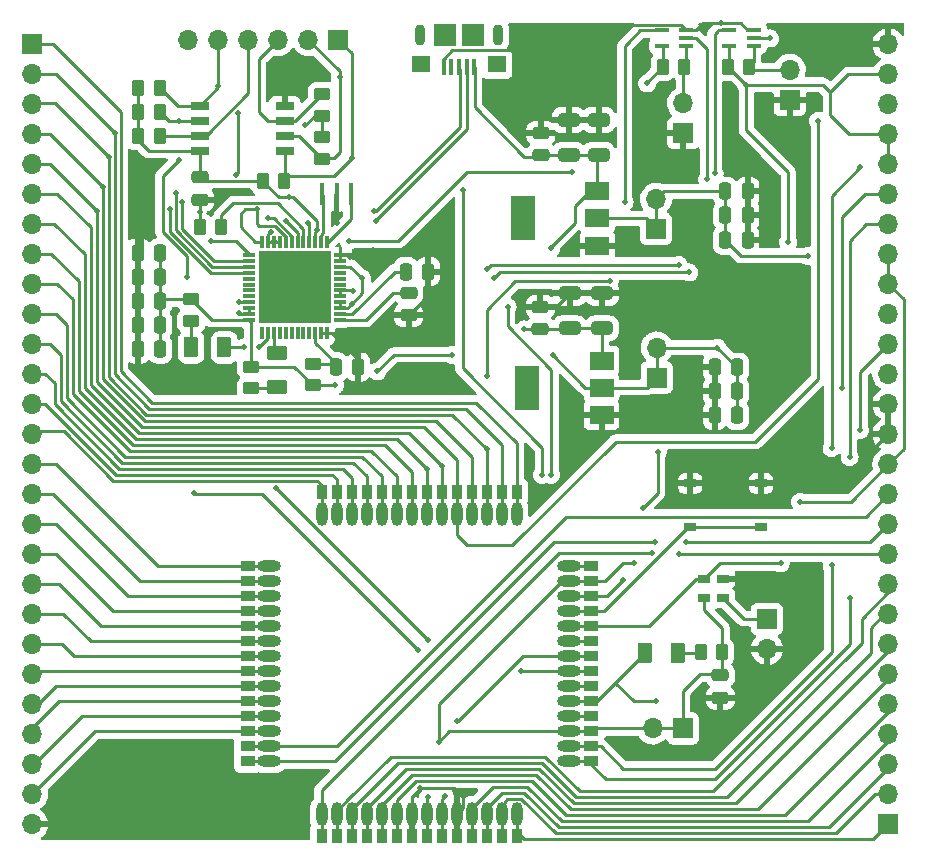
<source format=gbr>
%TF.GenerationSoftware,KiCad,Pcbnew,(6.0.5-0)*%
%TF.CreationDate,2022-06-28T13:32:58-07:00*%
%TF.ProjectId,caravel_pcb_v3_FTDI_flexy,63617261-7665-46c5-9f70-63625f76335f,rev?*%
%TF.SameCoordinates,Original*%
%TF.FileFunction,Copper,L1,Top*%
%TF.FilePolarity,Positive*%
%FSLAX46Y46*%
G04 Gerber Fmt 4.6, Leading zero omitted, Abs format (unit mm)*
G04 Created by KiCad (PCBNEW (6.0.5-0)) date 2022-06-28 13:32:58*
%MOMM*%
%LPD*%
G01*
G04 APERTURE LIST*
G04 Aperture macros list*
%AMRoundRect*
0 Rectangle with rounded corners*
0 $1 Rounding radius*
0 $2 $3 $4 $5 $6 $7 $8 $9 X,Y pos of 4 corners*
0 Add a 4 corners polygon primitive as box body*
4,1,4,$2,$3,$4,$5,$6,$7,$8,$9,$2,$3,0*
0 Add four circle primitives for the rounded corners*
1,1,$1+$1,$2,$3*
1,1,$1+$1,$4,$5*
1,1,$1+$1,$6,$7*
1,1,$1+$1,$8,$9*
0 Add four rect primitives between the rounded corners*
20,1,$1+$1,$2,$3,$4,$5,0*
20,1,$1+$1,$4,$5,$6,$7,0*
20,1,$1+$1,$6,$7,$8,$9,0*
20,1,$1+$1,$8,$9,$2,$3,0*%
G04 Aperture macros list end*
%TA.AperFunction,SMDPad,CuDef*%
%ADD10R,0.400000X1.350000*%
%TD*%
%TA.AperFunction,SMDPad,CuDef*%
%ADD11R,1.600000X1.400000*%
%TD*%
%TA.AperFunction,SMDPad,CuDef*%
%ADD12R,1.900000X1.900000*%
%TD*%
%TA.AperFunction,ComponentPad*%
%ADD13O,0.900000X1.800000*%
%TD*%
%TA.AperFunction,SMDPad,CuDef*%
%ADD14R,2.000000X1.500000*%
%TD*%
%TA.AperFunction,SMDPad,CuDef*%
%ADD15R,2.000000X3.800000*%
%TD*%
%TA.AperFunction,SMDPad,CuDef*%
%ADD16RoundRect,0.250000X-0.375000X-0.625000X0.375000X-0.625000X0.375000X0.625000X-0.375000X0.625000X0*%
%TD*%
%TA.AperFunction,SMDPad,CuDef*%
%ADD17RoundRect,0.250000X-0.250000X-0.475000X0.250000X-0.475000X0.250000X0.475000X-0.250000X0.475000X0*%
%TD*%
%TA.AperFunction,SMDPad,CuDef*%
%ADD18R,1.650000X0.650000*%
%TD*%
%TA.AperFunction,SMDPad,CuDef*%
%ADD19RoundRect,0.250000X-0.650000X0.325000X-0.650000X-0.325000X0.650000X-0.325000X0.650000X0.325000X0*%
%TD*%
%TA.AperFunction,SMDPad,CuDef*%
%ADD20R,1.168400X0.355600*%
%TD*%
%TA.AperFunction,ComponentPad*%
%ADD21R,1.700000X1.700000*%
%TD*%
%TA.AperFunction,ComponentPad*%
%ADD22O,1.700000X1.700000*%
%TD*%
%TA.AperFunction,SMDPad,CuDef*%
%ADD23RoundRect,0.250000X0.375000X0.625000X-0.375000X0.625000X-0.375000X-0.625000X0.375000X-0.625000X0*%
%TD*%
%TA.AperFunction,SMDPad,CuDef*%
%ADD24RoundRect,0.250000X-0.625000X0.375000X-0.625000X-0.375000X0.625000X-0.375000X0.625000X0.375000X0*%
%TD*%
%TA.AperFunction,SMDPad,CuDef*%
%ADD25RoundRect,0.250000X0.262500X0.450000X-0.262500X0.450000X-0.262500X-0.450000X0.262500X-0.450000X0*%
%TD*%
%TA.AperFunction,SMDPad,CuDef*%
%ADD26RoundRect,0.250000X0.475000X-0.250000X0.475000X0.250000X-0.475000X0.250000X-0.475000X-0.250000X0*%
%TD*%
%TA.AperFunction,SMDPad,CuDef*%
%ADD27RoundRect,0.250000X-0.475000X0.250000X-0.475000X-0.250000X0.475000X-0.250000X0.475000X0.250000X0*%
%TD*%
%TA.AperFunction,SMDPad,CuDef*%
%ADD28RoundRect,0.250000X-0.262500X-0.450000X0.262500X-0.450000X0.262500X0.450000X-0.262500X0.450000X0*%
%TD*%
%TA.AperFunction,SMDPad,CuDef*%
%ADD29R,1.000000X0.700000*%
%TD*%
%TA.AperFunction,SMDPad,CuDef*%
%ADD30RoundRect,0.250000X0.450000X-0.262500X0.450000X0.262500X-0.450000X0.262500X-0.450000X-0.262500X0*%
%TD*%
%TA.AperFunction,SMDPad,CuDef*%
%ADD31R,1.016000X0.660400*%
%TD*%
%TA.AperFunction,SMDPad,CuDef*%
%ADD32RoundRect,0.250000X-0.450000X0.262500X-0.450000X-0.262500X0.450000X-0.262500X0.450000X0.262500X0*%
%TD*%
%TA.AperFunction,SMDPad,CuDef*%
%ADD33RoundRect,0.250000X0.250000X0.475000X-0.250000X0.475000X-0.250000X-0.475000X0.250000X-0.475000X0*%
%TD*%
%TA.AperFunction,SMDPad,CuDef*%
%ADD34RoundRect,0.008100X-0.126900X0.471900X-0.126900X-0.471900X0.126900X-0.471900X0.126900X0.471900X0*%
%TD*%
%TA.AperFunction,SMDPad,CuDef*%
%ADD35RoundRect,0.008100X-0.471900X-0.126900X0.471900X-0.126900X0.471900X0.126900X-0.471900X0.126900X0*%
%TD*%
%TA.AperFunction,SMDPad,CuDef*%
%ADD36R,6.200000X6.200000*%
%TD*%
%TA.AperFunction,SMDPad,CuDef*%
%ADD37R,0.400000X1.900000*%
%TD*%
%TA.AperFunction,ComponentPad*%
%ADD38O,2.000000X0.950000*%
%TD*%
%TA.AperFunction,ComponentPad*%
%ADD39R,1.300000X0.900000*%
%TD*%
%TA.AperFunction,ComponentPad*%
%ADD40O,0.950000X2.000000*%
%TD*%
%TA.AperFunction,ComponentPad*%
%ADD41R,0.900000X1.300000*%
%TD*%
%TA.AperFunction,ViaPad*%
%ADD42C,0.500000*%
%TD*%
%TA.AperFunction,ViaPad*%
%ADD43C,0.800000*%
%TD*%
%TA.AperFunction,Conductor*%
%ADD44C,0.250000*%
%TD*%
%TA.AperFunction,Conductor*%
%ADD45C,0.254000*%
%TD*%
G04 APERTURE END LIST*
D10*
%TO.P,J1,1,VBUS*%
%TO.N,+5V*%
X139300000Y-63000000D03*
%TO.P,J1,2,D-*%
%TO.N,FTDI_D-*%
X138650000Y-63000000D03*
%TO.P,J1,3,D+*%
%TO.N,FTDI_D+*%
X138000000Y-63000000D03*
%TO.P,J1,4,ID*%
%TO.N,unconnected-(J1-Pad4)*%
X137350000Y-63000000D03*
%TO.P,J1,5,GND*%
%TO.N,GND*%
X136700000Y-63000000D03*
D11*
%TO.P,J1,6,Shield*%
%TO.N,unconnected-(J1-Pad6)*%
X141200000Y-62775000D03*
%TO.P,J1,S2*%
%TO.N,N/C*%
X134800000Y-62775000D03*
D12*
%TO.P,J1,S3*%
X136800000Y-60325000D03*
%TO.P,J1,S4*%
X139200000Y-60325000D03*
D13*
%TO.P,J1,S5*%
X141300000Y-60325000D03*
%TO.P,J1,S6*%
X134700000Y-60325000D03*
%TD*%
D14*
%TO.P,U5,1,GND*%
%TO.N,GND*%
X150063600Y-92444600D03*
%TO.P,U5,2,VO*%
%TO.N,vdda*%
X150063600Y-90144600D03*
%TO.P,U5,3,VI*%
%TO.N,+5V*%
X150063600Y-87844600D03*
D15*
%TO.P,U5,4*%
%TO.N,N/C*%
X143763600Y-90144600D03*
%TD*%
D16*
%TO.P,D3,1,K*%
%TO.N,gpio*%
X153770500Y-112649000D03*
%TO.P,D3,2,A*%
%TO.N,Net-(D3-Pad2)*%
X156570500Y-112649000D03*
%TD*%
D17*
%TO.P,C4,1*%
%TO.N,GND*%
X110810000Y-78740000D03*
%TO.P,C4,2*%
%TO.N,vdda*%
X112710000Y-78740000D03*
%TD*%
D18*
%TO.P,U7,1,~{CS}*%
%TO.N,Caravel_CSB*%
X123234000Y-70104000D03*
%TO.P,U7,2,SO(D1)*%
%TO.N,Caravel_D1*%
X123234000Y-68834000D03*
%TO.P,U7,3,~{WP}(D2)*%
%TO.N,~{MEM_WP}*%
X123234000Y-67564000D03*
%TO.P,U7,4,GND*%
%TO.N,GND*%
X123234000Y-66294000D03*
%TO.P,U7,5,SI(D0)*%
%TO.N,Caravel_D0*%
X116034000Y-66294000D03*
%TO.P,U7,6,SCK*%
%TO.N,Caravel_SCK*%
X116034000Y-67564000D03*
%TO.P,U7,7,~{HOLD}(D3)*%
%TO.N,~{MEM_HOLD}*%
X116034000Y-68834000D03*
%TO.P,U7,8,VCC*%
%TO.N,vdda*%
X116034000Y-70104000D03*
%TD*%
D19*
%TO.P,C12,1*%
%TO.N,GND*%
X147370800Y-82167200D03*
%TO.P,C12,2*%
%TO.N,+5V*%
X147370800Y-85117200D03*
%TD*%
D20*
%TO.P,U2,1,~{OE}*%
%TO.N,UART_EN*%
X157251400Y-61199200D03*
%TO.P,U2,2,A*%
%TO.N,mprj_io[6]_ser_tx*%
X157251400Y-60538800D03*
%TO.P,U2,3,GND*%
%TO.N,GND*%
X157251400Y-59878400D03*
%TO.P,U2,4,Y*%
%TO.N,USB_SO_RXD*%
X155168600Y-59878400D03*
%TO.P,U2,5,VCC*%
%TO.N,vdda*%
X155168600Y-61199200D03*
%TD*%
D17*
%TO.P,C6,1*%
%TO.N,GND*%
X110810000Y-82804000D03*
%TO.P,C6,2*%
%TO.N,vdda*%
X112710000Y-82804000D03*
%TD*%
%TO.P,C17,1*%
%TO.N,GND*%
X159644000Y-92481400D03*
%TO.P,C17,2*%
%TO.N,vdda*%
X161544000Y-92481400D03*
%TD*%
D21*
%TO.P,J5,1,Pin_1*%
%TO.N,vdda*%
X156953500Y-118999000D03*
D22*
%TO.P,J5,2,Pin_2*%
X154413500Y-118999000D03*
%TD*%
D23*
%TO.P,D2,1,K*%
%TO.N,Net-(D2-Pad1)*%
X118113000Y-86741000D03*
%TO.P,D2,2,A*%
%TO.N,Net-(D2-Pad2)*%
X115313000Y-86741000D03*
%TD*%
D24*
%TO.P,D1,1,K*%
%TO.N,Net-(D1-Pad1)*%
X122555000Y-87246000D03*
%TO.P,D1,2,A*%
%TO.N,Net-(D1-Pad2)*%
X122555000Y-90046000D03*
%TD*%
D25*
%TO.P,R10,1*%
%TO.N,Caravel_D0*%
X112672500Y-64770000D03*
%TO.P,R10,2*%
%TO.N,vdda*%
X110847500Y-64770000D03*
%TD*%
D26*
%TO.P,C15,1*%
%TO.N,GND*%
X160123500Y-116393000D03*
%TO.P,C15,2*%
%TO.N,vdda*%
X160123500Y-114493000D03*
%TD*%
D21*
%TO.P,J7,1,Pin_1*%
%TO.N,Caravel_CSB*%
X127762000Y-60706000D03*
D22*
%TO.P,J7,2,Pin_2*%
%TO.N,Caravel_D1*%
X125222000Y-60706000D03*
%TO.P,J7,3,Pin_3*%
%TO.N,~{MEM_WP}*%
X122682000Y-60706000D03*
%TO.P,J7,4,Pin_4*%
%TO.N,~{MEM_HOLD}*%
X120142000Y-60706000D03*
%TO.P,J7,5,Pin_5*%
%TO.N,Caravel_D0*%
X117602000Y-60706000D03*
%TO.P,J7,6,Pin_6*%
%TO.N,Caravel_SCK*%
X115062000Y-60706000D03*
%TD*%
D27*
%TO.P,C14,1*%
%TO.N,GND*%
X144881600Y-83301800D03*
%TO.P,C14,2*%
%TO.N,+5V*%
X144881600Y-85201800D03*
%TD*%
D28*
%TO.P,R5,1*%
%TO.N,vdda*%
X160758500Y-62977200D03*
%TO.P,R5,2*%
%TO.N,UART_EN*%
X162583500Y-62977200D03*
%TD*%
D25*
%TO.P,R7,1*%
%TO.N,Caravel_CSB*%
X123213500Y-72644000D03*
%TO.P,R7,2*%
%TO.N,vdda*%
X121388500Y-72644000D03*
%TD*%
%TO.P,R11,1*%
%TO.N,vdda*%
X160274000Y-112522000D03*
%TO.P,R11,2*%
%TO.N,Net-(D3-Pad2)*%
X158449000Y-112522000D03*
%TD*%
D28*
%TO.P,R6,1*%
%TO.N,vdda*%
X155246700Y-62977200D03*
%TO.P,R6,2*%
%TO.N,UART_EN*%
X157071700Y-62977200D03*
%TD*%
D17*
%TO.P,C8,1*%
%TO.N,GND*%
X110810000Y-86868000D03*
%TO.P,C8,2*%
%TO.N,vdda*%
X112710000Y-86868000D03*
%TD*%
%TO.P,C5,1*%
%TO.N,GND*%
X110810000Y-80772000D03*
%TO.P,C5,2*%
%TO.N,vdda*%
X112710000Y-80772000D03*
%TD*%
D29*
%TO.P,SW1,1,1*%
%TO.N,~{RST}*%
X157580700Y-101951400D03*
X163580700Y-101951400D03*
%TO.P,SW1,2,2*%
%TO.N,GND*%
X157580700Y-98251400D03*
X163580700Y-98251400D03*
%TD*%
D30*
%TO.P,R8,1*%
%TO.N,Caravel_D1*%
X126390400Y-70762500D03*
%TO.P,R8,2*%
%TO.N,vdda*%
X126390400Y-68937500D03*
%TD*%
D25*
%TO.P,R13,1*%
%TO.N,~{MEM_HOLD}*%
X112672500Y-68834000D03*
%TO.P,R13,2*%
%TO.N,vdda*%
X110847500Y-68834000D03*
%TD*%
D31*
%TO.P,X1,1,EN*%
%TO.N,Net-(J6-Pad1)*%
X160364800Y-107988100D03*
%TO.P,X1,2,GND*%
%TO.N,GND*%
X160364800Y-106337100D03*
%TO.P,X1,3,OUT*%
%TO.N,xclk*%
X158764600Y-106337100D03*
%TO.P,X1,4,V+*%
%TO.N,vdda*%
X158764600Y-107988100D03*
%TD*%
D21*
%TO.P,J10,1,Pin_1*%
%TO.N,mprj_io[0]*%
X101854000Y-61061600D03*
D22*
%TO.P,J10,2,Pin_2*%
%TO.N,USB_SI*%
X101854000Y-63601600D03*
%TO.P,J10,3,Pin_3*%
%TO.N,USB_SO_RXD*%
X101854000Y-66141600D03*
%TO.P,J10,4,Pin_4*%
%TO.N,USB_CS1*%
X101854000Y-68681600D03*
%TO.P,J10,5,Pin_5*%
%TO.N,USB_SCK_TXD*%
X101854000Y-71221600D03*
%TO.P,J10,6,Pin_6*%
%TO.N,mprj_io[5]_ser_rx*%
X101854000Y-73761600D03*
%TO.P,J10,7,Pin_7*%
%TO.N,mprj_io[6]_ser_tx*%
X101854000Y-76301600D03*
%TO.P,J10,8,Pin_8*%
%TO.N,mprj_io[7]*%
X101854000Y-78841600D03*
%TO.P,J10,9,Pin_9*%
%TO.N,mprj_io[8]*%
X101854000Y-81381600D03*
%TO.P,J10,10,Pin_10*%
%TO.N,mprj_io[9]*%
X101854000Y-83921600D03*
%TO.P,J10,11,Pin_11*%
%TO.N,mprj_io[10]*%
X101854000Y-86461600D03*
%TO.P,J10,12,Pin_12*%
%TO.N,mprj_io[11]*%
X101854000Y-89001600D03*
%TO.P,J10,13,Pin_13*%
%TO.N,mprj_io[12]*%
X101854000Y-91541600D03*
%TO.P,J10,14,Pin_14*%
%TO.N,mprj_io[13]*%
X101854000Y-94081600D03*
%TO.P,J10,15,Pin_15*%
%TO.N,mprj_io[14]*%
X101854000Y-96621600D03*
%TO.P,J10,16,Pin_16*%
%TO.N,mprj_io[15]*%
X101854000Y-99161600D03*
%TO.P,J10,17,Pin_17*%
%TO.N,mprj_io[16]*%
X101854000Y-101701600D03*
%TO.P,J10,18,Pin_18*%
%TO.N,mprj_io[17]*%
X101854000Y-104241600D03*
%TO.P,J10,19,Pin_19*%
%TO.N,mprj_io[18]*%
X101854000Y-106781600D03*
%TO.P,J10,20,Pin_20*%
%TO.N,mprj_io[19]*%
X101854000Y-109321600D03*
%TO.P,J10,21,Pin_21*%
%TO.N,mprj_io[20]*%
X101854000Y-111861600D03*
%TO.P,J10,22,Pin_22*%
%TO.N,mprj_io[21]*%
X101854000Y-114401600D03*
%TO.P,J10,23,Pin_23*%
%TO.N,mprj_io[22]*%
X101854000Y-116941600D03*
%TO.P,J10,24,Pin_24*%
%TO.N,mprj_io[23]*%
X101854000Y-119481600D03*
%TO.P,J10,25,Pin_25*%
%TO.N,mprj_io[24]*%
X101854000Y-122021600D03*
%TO.P,J10,26,Pin_26*%
%TO.N,mprj_io[25]*%
X101854000Y-124561600D03*
%TO.P,J10,27,Pin_27*%
%TO.N,GND*%
X101854000Y-127101600D03*
%TD*%
D32*
%TO.P,R1,1*%
%TO.N,Net-(C1-Pad2)*%
X125603000Y-88114500D03*
%TO.P,R1,2*%
%TO.N,vdda*%
X125603000Y-89939500D03*
%TD*%
D27*
%TO.P,C13,1*%
%TO.N,GND*%
X144932400Y-68569800D03*
%TO.P,C13,2*%
%TO.N,+5V*%
X144932400Y-70469800D03*
%TD*%
%TO.P,C22,1*%
%TO.N,vdda*%
X116027200Y-72329000D03*
%TO.P,C22,2*%
%TO.N,GND*%
X116027200Y-74229000D03*
%TD*%
D17*
%TO.P,C19,1*%
%TO.N,GND*%
X159644000Y-90449400D03*
%TO.P,C19,2*%
%TO.N,vdda*%
X161544000Y-90449400D03*
%TD*%
D14*
%TO.P,U4,1,GND*%
%TO.N,GND*%
X149708000Y-78119000D03*
%TO.P,U4,2,VO*%
%TO.N,vccd*%
X149708000Y-75819000D03*
%TO.P,U4,3,VI*%
%TO.N,+5V*%
X149708000Y-73519000D03*
D15*
%TO.P,U4,4*%
%TO.N,N/C*%
X143408000Y-75819000D03*
%TD*%
D33*
%TO.P,C2,1*%
%TO.N,GND*%
X135392200Y-80314800D03*
%TO.P,C2,2*%
%TO.N,Net-(C2-Pad2)*%
X133492200Y-80314800D03*
%TD*%
%TO.P,C20,1*%
%TO.N,GND*%
X162428000Y-77647800D03*
%TO.P,C20,2*%
%TO.N,vccd*%
X160528000Y-77647800D03*
%TD*%
D26*
%TO.P,C3,1*%
%TO.N,GND*%
X133731000Y-84008000D03*
%TO.P,C3,2*%
%TO.N,Net-(C3-Pad2)*%
X133731000Y-82108000D03*
%TD*%
D33*
%TO.P,C16,1*%
%TO.N,GND*%
X162428000Y-73533000D03*
%TO.P,C16,2*%
%TO.N,vccd*%
X160528000Y-73533000D03*
%TD*%
D30*
%TO.P,R3,1*%
%TO.N,Net-(D1-Pad2)*%
X120396000Y-90193500D03*
%TO.P,R3,2*%
%TO.N,vdda*%
X120396000Y-88368500D03*
%TD*%
%TO.P,R4,1*%
%TO.N,Net-(D2-Pad2)*%
X115316000Y-84478500D03*
%TO.P,R4,2*%
%TO.N,vdda*%
X115316000Y-82653500D03*
%TD*%
D21*
%TO.P,J6,1,Pin_1*%
%TO.N,Net-(J6-Pad1)*%
X164060500Y-109728000D03*
D22*
%TO.P,J6,2,Pin_2*%
%TO.N,GND*%
X164060500Y-112268000D03*
%TD*%
D21*
%TO.P,J3,1,Pin_1*%
%TO.N,GND*%
X156972000Y-68585000D03*
D22*
%TO.P,J3,2,Pin_2*%
%TO.N,UART_EN*%
X156972000Y-66045000D03*
%TD*%
D19*
%TO.P,C9,1*%
%TO.N,GND*%
X147269200Y-67486000D03*
%TO.P,C9,2*%
%TO.N,+5V*%
X147269200Y-70436000D03*
%TD*%
D34*
%TO.P,U1,1,XCSI*%
%TO.N,Net-(U1-Pad1)*%
X126829000Y-77786000D03*
%TO.P,U1,2,XCSO*%
%TO.N,Net-(U1-Pad2)*%
X126329000Y-77786000D03*
%TO.P,U1,3,VPHY*%
%TO.N,vdda*%
X125829000Y-77786000D03*
%TO.P,U1,4,AGND*%
%TO.N,GND*%
X125329000Y-77786000D03*
%TO.P,U1,5,REF*%
%TO.N,Net-(R2-Pad2)*%
X124829000Y-77786000D03*
%TO.P,U1,6,DM*%
%TO.N,FTDI_D-*%
X124329000Y-77786000D03*
%TO.P,U1,7,DP*%
%TO.N,FTDI_D+*%
X123829000Y-77786000D03*
%TO.P,U1,8,VPLL*%
%TO.N,vdda*%
X123329000Y-77786000D03*
%TO.P,U1,9,AGND*%
%TO.N,GND*%
X122829000Y-77786000D03*
%TO.P,U1,10,GND*%
X122329000Y-77786000D03*
%TO.P,U1,11,GND*%
X121829000Y-77786000D03*
%TO.P,U1,12,VCCIO*%
%TO.N,vdda*%
X121329000Y-77786000D03*
D35*
%TO.P,U1,13,ADBUS0*%
%TO.N,USB_SCK_TXD*%
X120204000Y-78911000D03*
%TO.P,U1,14,ADBUS1*%
%TO.N,USB_SO_RXD*%
X120204000Y-79411000D03*
%TO.P,U1,15,ADBUS2*%
%TO.N,USB_SI*%
X120204000Y-79911000D03*
%TO.P,U1,16,ADBUS3*%
%TO.N,USB_CS1*%
X120204000Y-80411000D03*
%TO.P,U1,17,ADBUS4*%
%TO.N,unconnected-(U1-Pad17)*%
X120204000Y-80911000D03*
%TO.P,U1,18,ADBUS5*%
%TO.N,unconnected-(U1-Pad18)*%
X120204000Y-81411000D03*
%TO.P,U1,19,ADBUS6*%
%TO.N,unconnected-(U1-Pad19)*%
X120204000Y-81911000D03*
%TO.P,U1,20,ADBUS7*%
%TO.N,unconnected-(U1-Pad20)*%
X120204000Y-82411000D03*
%TO.P,U1,21,ACBUS0*%
%TO.N,UART_EN*%
X120204000Y-82911000D03*
%TO.P,U1,22,GND*%
%TO.N,GND*%
X120204000Y-83411000D03*
%TO.P,U1,23,GND*%
X120204000Y-83911000D03*
%TO.P,U1,24,VCCIO*%
%TO.N,vdda*%
X120204000Y-84411000D03*
D34*
%TO.P,U1,25,ACBUS1*%
%TO.N,unconnected-(U1-Pad25)*%
X121329000Y-85536000D03*
%TO.P,U1,26,ACBUS2*%
%TO.N,Net-(D2-Pad1)*%
X121829000Y-85536000D03*
%TO.P,U1,27,ACBUS3*%
%TO.N,Net-(D1-Pad1)*%
X122329000Y-85536000D03*
%TO.P,U1,28,ACBUS4*%
%TO.N,unconnected-(U1-Pad28)*%
X122829000Y-85536000D03*
%TO.P,U1,29,ACBUS5*%
%TO.N,unconnected-(U1-Pad29)*%
X123329000Y-85536000D03*
%TO.P,U1,30,ACBUS6*%
%TO.N,unconnected-(U1-Pad30)*%
X123829000Y-85536000D03*
%TO.P,U1,31,ACBUS7*%
%TO.N,unconnected-(U1-Pad31)*%
X124329000Y-85536000D03*
%TO.P,U1,32,ACBUS8*%
%TO.N,unconnected-(U1-Pad32)*%
X124829000Y-85536000D03*
%TO.P,U1,33,ACBUS9*%
%TO.N,unconnected-(U1-Pad33)*%
X125329000Y-85536000D03*
%TO.P,U1,34,~{RESET}*%
%TO.N,Net-(C1-Pad2)*%
X125829000Y-85536000D03*
%TO.P,U1,35,GND*%
%TO.N,GND*%
X126329000Y-85536000D03*
%TO.P,U1,36,GND*%
X126829000Y-85536000D03*
D35*
%TO.P,U1,37,VCCA*%
%TO.N,Net-(C3-Pad2)*%
X127954000Y-84411000D03*
%TO.P,U1,38,VCCCORE*%
%TO.N,Net-(C2-Pad2)*%
X127954000Y-83911000D03*
%TO.P,U1,39,VCCD*%
%TO.N,vdda*%
X127954000Y-83411000D03*
%TO.P,U1,40,VREGIN*%
X127954000Y-82911000D03*
%TO.P,U1,41,AGND*%
%TO.N,GND*%
X127954000Y-82411000D03*
%TO.P,U1,42,TEST*%
X127954000Y-81911000D03*
%TO.P,U1,43,EEDATA*%
%TO.N,unconnected-(U1-Pad43)*%
X127954000Y-81411000D03*
%TO.P,U1,44,EECLK*%
%TO.N,unconnected-(U1-Pad44)*%
X127954000Y-80911000D03*
%TO.P,U1,45,EECS*%
%TO.N,unconnected-(U1-Pad45)*%
X127954000Y-80411000D03*
%TO.P,U1,46,VCCIO*%
%TO.N,vdda*%
X127954000Y-79911000D03*
%TO.P,U1,47,GND*%
%TO.N,GND*%
X127954000Y-79411000D03*
%TO.P,U1,48,GND*%
X127954000Y-78911000D03*
D36*
%TO.P,U1,49*%
%TO.N,N/C*%
X124079000Y-81661000D03*
%TD*%
D19*
%TO.P,C10,1*%
%TO.N,GND*%
X150114000Y-82167200D03*
%TO.P,C10,2*%
%TO.N,+5V*%
X150114000Y-85117200D03*
%TD*%
D21*
%TO.P,J11,1,Pin_1*%
%TO.N,mprj_io[37]*%
X174345600Y-127101600D03*
D22*
%TO.P,J11,2,Pin_2*%
%TO.N,mprj_io[36]*%
X174345600Y-124561600D03*
%TO.P,J11,3,Pin_3*%
%TO.N,mprj_io[35]*%
X174345600Y-122021600D03*
%TO.P,J11,4,Pin_4*%
%TO.N,mprj_io[34]*%
X174345600Y-119481600D03*
%TO.P,J11,5,Pin_5*%
%TO.N,mprj_io[33]*%
X174345600Y-116941600D03*
%TO.P,J11,6,Pin_6*%
%TO.N,mprj_io[32]*%
X174345600Y-114401600D03*
%TO.P,J11,7,Pin_7*%
%TO.N,mprj_io[31]*%
X174345600Y-111861600D03*
%TO.P,J11,8,Pin_8*%
%TO.N,mprj_io[30]*%
X174345600Y-109321600D03*
%TO.P,J11,9,Pin_9*%
%TO.N,mprj_io[29]*%
X174345600Y-106781600D03*
%TO.P,J11,10,Pin_10*%
%TO.N,mprj_io[28]*%
X174345600Y-104241600D03*
%TO.P,J11,11,Pin_11*%
%TO.N,mprj_io[27]*%
X174345600Y-101701600D03*
%TO.P,J11,12,Pin_12*%
%TO.N,mprj_io[26]*%
X174345600Y-99161600D03*
%TO.P,J11,13,Pin_13*%
%TO.N,vccd*%
X174345600Y-96621600D03*
%TO.P,J11,14,Pin_14*%
%TO.N,GND*%
X174345600Y-94081600D03*
%TO.P,J11,15,Pin_15*%
X174345600Y-91541600D03*
%TO.P,J11,16,Pin_16*%
%TO.N,xclk*%
X174345600Y-89001600D03*
%TO.P,J11,17,Pin_17*%
%TO.N,gpio*%
X174345600Y-86461600D03*
%TO.P,J11,18,Pin_18*%
%TO.N,vccd2*%
X174345600Y-83921600D03*
%TO.P,J11,19,Pin_19*%
%TO.N,vccd*%
X174345600Y-81381600D03*
%TO.P,J11,20,Pin_20*%
X174345600Y-78841600D03*
%TO.P,J11,21,Pin_21*%
%TO.N,vccd1*%
X174345600Y-76301600D03*
%TO.P,J11,22,Pin_22*%
%TO.N,vdda2*%
X174345600Y-73761600D03*
%TO.P,J11,23,Pin_23*%
%TO.N,vdda*%
X174345600Y-71221600D03*
%TO.P,J11,24,Pin_24*%
X174345600Y-68681600D03*
%TO.P,J11,25,Pin_25*%
%TO.N,vdda1*%
X174345600Y-66141600D03*
%TO.P,J11,26,Pin_26*%
%TO.N,vdda*%
X174345600Y-63601600D03*
%TO.P,J11,27,Pin_27*%
%TO.N,GND*%
X174345600Y-61061600D03*
%TD*%
D20*
%TO.P,U3,1,~{OE}*%
%TO.N,UART_EN*%
X162966400Y-61199200D03*
%TO.P,U3,2,A*%
%TO.N,USB_SCK_TXD*%
X162966400Y-60538800D03*
%TO.P,U3,3,GND*%
%TO.N,GND*%
X162966400Y-59878400D03*
%TO.P,U3,4,Y*%
%TO.N,mprj_io[5]_ser_rx*%
X160883600Y-59878400D03*
%TO.P,U3,5,VCC*%
%TO.N,vdda*%
X160883600Y-61199200D03*
%TD*%
D33*
%TO.P,C1,1*%
%TO.N,GND*%
X129474000Y-88392000D03*
%TO.P,C1,2*%
%TO.N,Net-(C1-Pad2)*%
X127574000Y-88392000D03*
%TD*%
D21*
%TO.P,J2,1,Pin_1*%
%TO.N,GND*%
X165989000Y-65791000D03*
D22*
%TO.P,J2,2,Pin_2*%
%TO.N,UART_EN*%
X165989000Y-63251000D03*
%TD*%
D19*
%TO.P,C11,1*%
%TO.N,GND*%
X149809200Y-67486000D03*
%TO.P,C11,2*%
%TO.N,+5V*%
X149809200Y-70436000D03*
%TD*%
D33*
%TO.P,C18,1*%
%TO.N,GND*%
X162428000Y-75565000D03*
%TO.P,C18,2*%
%TO.N,vccd*%
X160528000Y-75565000D03*
%TD*%
D21*
%TO.P,J8,1,Pin_1*%
%TO.N,vccd*%
X154686000Y-76713000D03*
D22*
%TO.P,J8,2,Pin_2*%
X154686000Y-74173000D03*
%TD*%
D37*
%TO.P,Y1,1,1*%
%TO.N,Net-(U1-Pad1)*%
X128835000Y-73787000D03*
%TO.P,Y1,2,2*%
%TO.N,GND*%
X127635000Y-73787000D03*
%TO.P,Y1,3,3*%
%TO.N,Net-(U1-Pad2)*%
X126435000Y-73787000D03*
%TD*%
D32*
%TO.P,R9,1*%
%TO.N,~{MEM_WP}*%
X126390400Y-65279900D03*
%TO.P,R9,2*%
%TO.N,vdda*%
X126390400Y-67104900D03*
%TD*%
D21*
%TO.P,J9,1,Pin_1*%
%TO.N,vdda*%
X154736800Y-89286000D03*
D22*
%TO.P,J9,2,Pin_2*%
X154736800Y-86746000D03*
%TD*%
D17*
%TO.P,C7,1*%
%TO.N,GND*%
X110810000Y-84836000D03*
%TO.P,C7,2*%
%TO.N,vdda*%
X112710000Y-84836000D03*
%TD*%
D25*
%TO.P,R12,1*%
%TO.N,Caravel_SCK*%
X112672500Y-66802000D03*
%TO.P,R12,2*%
%TO.N,vdda*%
X110847500Y-66802000D03*
%TD*%
D38*
%TO.P,U6,1,vccd1*%
%TO.N,vccd1*%
X147320000Y-121786000D03*
D39*
X149170000Y-121786000D03*
%TO.P,U6,2,vdda1*%
%TO.N,vdda1*%
X149170000Y-120516000D03*
D38*
X147320000Y-120516000D03*
%TO.P,U6,3,vdda*%
%TO.N,vdda*%
X147320000Y-119246000D03*
D39*
X149170000Y-119246000D03*
D38*
%TO.P,U6,4,Caravel_SCK*%
%TO.N,Caravel_SCK*%
X147320000Y-117976000D03*
D39*
X149170000Y-117976000D03*
%TO.P,U6,5,gpio*%
%TO.N,gpio*%
X149170000Y-116706000D03*
D38*
X147320000Y-116706000D03*
D39*
%TO.P,U6,6,Caravel_D1*%
%TO.N,Caravel_D1*%
X149170000Y-115436000D03*
D38*
X147320000Y-115436000D03*
D39*
%TO.P,U6,7,Caravel_D0*%
%TO.N,Caravel_D0*%
X149170000Y-114166000D03*
D38*
X147320000Y-114166000D03*
%TO.P,U6,8,vccd*%
%TO.N,vccd*%
X147320000Y-112896000D03*
D39*
X149170000Y-112896000D03*
%TO.P,U6,9,Caravel_CSB*%
%TO.N,Caravel_CSB*%
X149170000Y-111626000D03*
D38*
X147320000Y-111626000D03*
D39*
%TO.P,U6,10,xclk*%
%TO.N,xclk*%
X149170000Y-110356000D03*
D38*
X147320000Y-110356000D03*
%TO.P,U6,11,~{RST}*%
%TO.N,~{RST}*%
X147320000Y-109086000D03*
D39*
X149170000Y-109086000D03*
%TO.P,U6,12,vdda2*%
%TO.N,vdda2*%
X149170000Y-107816000D03*
D38*
X147320000Y-107816000D03*
%TO.P,U6,13,vddio*%
%TO.N,vdda*%
X147320000Y-106546000D03*
D39*
X149170000Y-106546000D03*
D38*
%TO.P,U6,14,vccd2*%
%TO.N,vccd2*%
X147320000Y-105276000D03*
D39*
X149170000Y-105276000D03*
D40*
%TO.P,U6,15,mprj_io[0]*%
%TO.N,mprj_io[0]*%
X142875000Y-100831000D03*
D41*
X142875000Y-98981000D03*
%TO.P,U6,16,mprj_io[1]_SDO*%
%TO.N,USB_SI*%
X141605000Y-98981000D03*
D40*
X141605000Y-100831000D03*
%TO.P,U6,17,mprj_io[2]_SDI*%
%TO.N,USB_SO_RXD*%
X140335000Y-100831000D03*
D41*
X140335000Y-98981000D03*
D40*
%TO.P,U6,18,mprj_io[3]_CSB*%
%TO.N,USB_CS1*%
X139065000Y-100831000D03*
D41*
X139065000Y-98981000D03*
D40*
%TO.P,U6,19,mprj_io[4]_SCK*%
%TO.N,USB_SCK_TXD*%
X137795000Y-100831000D03*
D41*
X137795000Y-98981000D03*
%TO.P,U6,20,mprj_io[5]_ser_rx*%
%TO.N,mprj_io[5]_ser_rx*%
X136525000Y-98981000D03*
D40*
X136525000Y-100831000D03*
%TO.P,U6,21,mprj_io[6]_ser_tx*%
%TO.N,mprj_io[6]_ser_tx*%
X135255000Y-100831000D03*
D41*
X135255000Y-98981000D03*
%TO.P,U6,22,mprj_io[7]*%
%TO.N,mprj_io[7]*%
X133985000Y-98981000D03*
D40*
X133985000Y-100831000D03*
%TO.P,U6,23,mprj_io[8]*%
%TO.N,mprj_io[8]*%
X132715000Y-100831000D03*
D41*
X132715000Y-98981000D03*
%TO.P,U6,24,mprj_io[9]*%
%TO.N,mprj_io[9]*%
X131445000Y-98981000D03*
D40*
X131445000Y-100831000D03*
%TO.P,U6,25,mprj_io[10]*%
%TO.N,mprj_io[10]*%
X130175000Y-100831000D03*
D41*
X130175000Y-98981000D03*
D40*
%TO.P,U6,26,mprj_io[11]*%
%TO.N,mprj_io[11]*%
X128905000Y-100831000D03*
D41*
X128905000Y-98981000D03*
D40*
%TO.P,U6,27,mprj_io[12]*%
%TO.N,mprj_io[12]*%
X127635000Y-100831000D03*
D41*
X127635000Y-98981000D03*
%TO.P,U6,28,mprj_io[13]*%
%TO.N,mprj_io[13]*%
X126365000Y-98981000D03*
D40*
X126365000Y-100831000D03*
D38*
%TO.P,U6,29,mprj_io[14]*%
%TO.N,mprj_io[14]*%
X121946000Y-105276000D03*
D39*
X120096000Y-105276000D03*
%TO.P,U6,30,mprj_io[15]*%
%TO.N,mprj_io[15]*%
X120096000Y-106546000D03*
D38*
X121946000Y-106546000D03*
D39*
%TO.P,U6,31,mprj_io[16]*%
%TO.N,mprj_io[16]*%
X120096000Y-107816000D03*
D38*
X121946000Y-107816000D03*
%TO.P,U6,32,mprj_io[17]*%
%TO.N,mprj_io[17]*%
X121946000Y-109086000D03*
D39*
X120096000Y-109086000D03*
D38*
%TO.P,U6,33,mprj_io[18]*%
%TO.N,mprj_io[18]*%
X121946000Y-110356000D03*
D39*
X120096000Y-110356000D03*
D38*
%TO.P,U6,34,mprj_io[19]*%
%TO.N,mprj_io[19]*%
X121946000Y-111626000D03*
D39*
X120096000Y-111626000D03*
%TO.P,U6,35,mprj_io[20]*%
%TO.N,mprj_io[20]*%
X120096000Y-112896000D03*
D38*
X121946000Y-112896000D03*
D39*
%TO.P,U6,36,mprj_io[21]*%
%TO.N,mprj_io[21]*%
X120096000Y-114166000D03*
D38*
X121946000Y-114166000D03*
%TO.P,U6,37,mprj_io[22]*%
%TO.N,mprj_io[22]*%
X121946000Y-115436000D03*
D39*
X120096000Y-115436000D03*
D38*
%TO.P,U6,38,mprj_io[23]*%
%TO.N,mprj_io[23]*%
X121946000Y-116706000D03*
D39*
X120096000Y-116706000D03*
D38*
%TO.P,U6,39,mprj_io[24]*%
%TO.N,mprj_io[24]*%
X121946000Y-117976000D03*
D39*
X120096000Y-117976000D03*
%TO.P,U6,40,mprj_io[25]*%
%TO.N,mprj_io[25]*%
X120096000Y-119246000D03*
D38*
X121946000Y-119246000D03*
D39*
%TO.P,U6,41,mprj_io[26]*%
%TO.N,mprj_io[26]*%
X120096000Y-120516000D03*
D38*
X121946000Y-120516000D03*
D39*
%TO.P,U6,42,mprj_io[27]*%
%TO.N,mprj_io[27]*%
X120096000Y-121786000D03*
D38*
X121946000Y-121786000D03*
D40*
%TO.P,U6,43,mprj_io[28]*%
%TO.N,mprj_io[28]*%
X126365000Y-126231000D03*
D41*
X126365000Y-128081000D03*
D40*
%TO.P,U6,44,mprj_io[29]*%
%TO.N,mprj_io[29]*%
X127635000Y-126231000D03*
D41*
X127635000Y-128081000D03*
D40*
%TO.P,U6,45,mprj_io[30]*%
%TO.N,mprj_io[30]*%
X128905000Y-126231000D03*
D41*
X128905000Y-128081000D03*
D40*
%TO.P,U6,46,mprj_io[31]*%
%TO.N,mprj_io[31]*%
X130175000Y-126231000D03*
D41*
X130175000Y-128081000D03*
%TO.P,U6,47,mprj_io[32]*%
%TO.N,mprj_io[32]*%
X131445000Y-128081000D03*
D40*
X131445000Y-126231000D03*
%TO.P,U6,48,mprj_io[33]*%
%TO.N,mprj_io[33]*%
X132715000Y-126231000D03*
D41*
X132715000Y-128081000D03*
%TO.P,U6,49,GND*%
%TO.N,GND*%
X133985000Y-128081000D03*
D40*
X133985000Y-126231000D03*
D41*
%TO.P,U6,50,vddio*%
%TO.N,vdda*%
X135255000Y-128081000D03*
D40*
X135255000Y-126231000D03*
D41*
%TO.P,U6,51,vccd*%
%TO.N,vccd*%
X136525000Y-128081000D03*
D40*
X136525000Y-126231000D03*
D41*
%TO.P,U6,52,GND*%
%TO.N,GND*%
X137795000Y-128081000D03*
D40*
X137795000Y-126231000D03*
D41*
%TO.P,U6,53,mprj_io[34]*%
%TO.N,mprj_io[34]*%
X139065000Y-128081000D03*
D40*
X139065000Y-126231000D03*
D41*
%TO.P,U6,54,mprj_io[35]*%
%TO.N,mprj_io[35]*%
X140335000Y-128081000D03*
D40*
X140335000Y-126231000D03*
%TO.P,U6,55,mprj_io[36]*%
%TO.N,mprj_io[36]*%
X141605000Y-126231000D03*
D41*
X141605000Y-128081000D03*
%TO.P,U6,56,mprj_io[37]*%
%TO.N,mprj_io[37]*%
X142875000Y-128081000D03*
D40*
X142875000Y-126231000D03*
%TD*%
D28*
%TO.P,R2,1*%
%TO.N,GND*%
X116054500Y-76581000D03*
%TO.P,R2,2*%
%TO.N,Net-(R2-Pad2)*%
X117879500Y-76581000D03*
%TD*%
D17*
%TO.P,C21,1*%
%TO.N,GND*%
X159644000Y-88417400D03*
%TO.P,C21,2*%
%TO.N,vdda*%
X161544000Y-88417400D03*
%TD*%
D42*
%TO.N,GND*%
X125222000Y-76200000D03*
X119380000Y-83820000D03*
X128981200Y-81940400D03*
X122047000Y-76962000D03*
X128778000Y-79121000D03*
X111125000Y-76835000D03*
X160401000Y-80010000D03*
X134683134Y-124072100D03*
X130683000Y-78486000D03*
X116027200Y-75234800D03*
X171958000Y-61061600D03*
X160147000Y-59309000D03*
X164338000Y-77597000D03*
X162750500Y-115125500D03*
X123190000Y-64897000D03*
D43*
X104648000Y-127000000D03*
D42*
X127635000Y-76200000D03*
%TO.N,vdda*%
X120904000Y-75057000D03*
X127508000Y-89916000D03*
X123571000Y-74041000D03*
X124968000Y-67945000D03*
X136271000Y-120142000D03*
X153924000Y-64389000D03*
X159872600Y-86746000D03*
X128905000Y-83058000D03*
X152781000Y-105029000D03*
X131064000Y-88773000D03*
X135382000Y-124841000D03*
X137414000Y-87376000D03*
X129794000Y-80899000D03*
X162297300Y-64516000D03*
X154813000Y-95631000D03*
X145923000Y-87376000D03*
X165862000Y-77851000D03*
X125984000Y-76835000D03*
X153543000Y-100330000D03*
%TO.N,+5V*%
X143510000Y-85217000D03*
X145796000Y-78359000D03*
%TO.N,vccd*%
X137795000Y-118364000D03*
X167513000Y-78994000D03*
X136779000Y-124714000D03*
X166878000Y-99822000D03*
%TO.N,Net-(D2-Pad1)*%
X119761000Y-86741000D03*
X121031000Y-86741000D03*
%TO.N,gpio*%
X171958000Y-93726000D03*
X154686000Y-116713000D03*
%TO.N,FTDI_D-*%
X123317000Y-76073000D03*
X130937000Y-76073000D03*
%TO.N,FTDI_D+*%
X121793000Y-75819000D03*
X130810000Y-75184000D03*
%TO.N,UART_EN*%
X147574000Y-71882000D03*
X119380000Y-82931000D03*
X128651000Y-77724000D03*
%TO.N,xclk*%
X165227000Y-105029000D03*
%TO.N,vccd1*%
X171069000Y-96012000D03*
X171069000Y-107950000D03*
%TO.N,vdda2*%
X170434000Y-90170000D03*
X151892000Y-106426000D03*
%TO.N,vdda1*%
X171958000Y-71501000D03*
X169545000Y-95250000D03*
X169545000Y-105156000D03*
%TO.N,Caravel_CSB*%
X142113000Y-83312000D03*
X145796000Y-97536000D03*
X128905000Y-70739000D03*
%TO.N,Caravel_D1*%
X127889000Y-63881000D03*
X138303000Y-73406000D03*
X145034000Y-97536000D03*
%TO.N,Caravel_D0*%
X119126000Y-72136000D03*
X117602000Y-64643000D03*
X143263000Y-114166000D03*
X122491500Y-98615500D03*
X135382000Y-111506000D03*
X119253000Y-66929000D03*
%TO.N,Caravel_SCK*%
X114300000Y-70866000D03*
X114935000Y-80772000D03*
X134493000Y-112395000D03*
X114300000Y-67564000D03*
X115570000Y-99060000D03*
%TO.N,USB_SCK_TXD*%
X164338000Y-60579000D03*
X168402000Y-67564000D03*
X116967000Y-77724000D03*
X107315000Y-75184000D03*
%TO.N,USB_SO_RXD*%
X140335000Y-95377000D03*
X152019000Y-74422000D03*
X108331000Y-70612000D03*
X114554000Y-74422000D03*
X140335000Y-89154000D03*
X150749000Y-81153000D03*
%TO.N,USB_SI*%
X108839000Y-68580000D03*
X114046000Y-73660000D03*
%TO.N,USB_CS1*%
X113538000Y-75057000D03*
X107823000Y-73152000D03*
%TO.N,mprj_io[6]_ser_tx*%
X140335000Y-80137000D03*
X135255000Y-97028000D03*
X156591000Y-79756000D03*
X159004000Y-72517000D03*
%TO.N,mprj_io[5]_ser_rx*%
X159639000Y-72009000D03*
X136525000Y-96774000D03*
X140970000Y-80899000D03*
X157480000Y-80391000D03*
%TO.N,mprj_io[27]*%
X157226000Y-103251000D03*
X154559000Y-103251000D03*
%TO.N,mprj_io[28]*%
X156616400Y-104241600D03*
X154305000Y-104140000D03*
%TD*%
D44*
%TO.N,GND*%
X125329000Y-77786000D02*
X125329000Y-76307000D01*
X125329000Y-76307000D02*
X125222000Y-76200000D01*
D45*
%TO.N,Net-(D2-Pad1)*%
X121031000Y-86741000D02*
X121056865Y-86741000D01*
X121056865Y-86741000D02*
X121829000Y-85968865D01*
X121829000Y-85968865D02*
X121829000Y-85536000D01*
%TO.N,FTDI_D+*%
X123829000Y-77350933D02*
X123829000Y-77786000D01*
X122297067Y-75819000D02*
X123829000Y-77350933D01*
X121793000Y-75819000D02*
X122297067Y-75819000D01*
%TO.N,vdda*%
X122429865Y-76454000D02*
X121031000Y-76454000D01*
X123329000Y-77786000D02*
X123329000Y-77353135D01*
X123329000Y-77353135D02*
X122429865Y-76454000D01*
X120904000Y-76327000D02*
X120904000Y-75057000D01*
X121031000Y-76454000D02*
X120904000Y-76327000D01*
X123952000Y-74041000D02*
X125984000Y-76073000D01*
X123571000Y-74041000D02*
X123952000Y-74041000D01*
X125829000Y-77752000D02*
X125829000Y-76990000D01*
X125829000Y-76990000D02*
X125984000Y-76835000D01*
X125984000Y-76073000D02*
X125984000Y-76835000D01*
%TO.N,Net-(U1-Pad2)*%
X126485501Y-77042730D02*
X126485501Y-73837501D01*
X126485501Y-73837501D02*
X126435000Y-73787000D01*
X126329000Y-77199231D02*
X126485501Y-77042730D01*
X126329000Y-77760000D02*
X126329000Y-77199231D01*
%TO.N,GND*%
X116027200Y-74229000D02*
X116027200Y-75234800D01*
X101854000Y-127101600D02*
X104546400Y-127101600D01*
X110810000Y-80772000D02*
X110810000Y-82804000D01*
X134683134Y-124072100D02*
X133985000Y-124770234D01*
X110810000Y-82804000D02*
X110810000Y-84836000D01*
X158510000Y-78119000D02*
X160401000Y-80010000D01*
X146236200Y-83301800D02*
X147370800Y-82167200D01*
X137795000Y-126231000D02*
X138303000Y-125723000D01*
X116027200Y-75234800D02*
X116027200Y-76553700D01*
X158618800Y-59309000D02*
X160147000Y-59309000D01*
X137795000Y-126231000D02*
X137795000Y-127781000D01*
X129474000Y-88392000D02*
X129474000Y-87743500D01*
X160147000Y-59309000D02*
X161839178Y-59309000D01*
X127266500Y-85536000D02*
X126329000Y-85536000D01*
X110810000Y-86868000D02*
X110810000Y-84836000D01*
X147370800Y-82167200D02*
X150114000Y-82167200D01*
X119471000Y-83911000D02*
X120204000Y-83911000D01*
X159607200Y-92444600D02*
X159644000Y-92481400D01*
X138303000Y-125723000D02*
X138303000Y-124841000D01*
X130048000Y-79121000D02*
X130683000Y-78486000D01*
X150063600Y-92444600D02*
X159607200Y-92444600D01*
X128568000Y-78911000D02*
X128778000Y-79121000D01*
X162408578Y-59878400D02*
X162966400Y-59878400D01*
X149809200Y-67486000D02*
X149809200Y-62026800D01*
X170175800Y-98251400D02*
X174345600Y-94081600D01*
X121920000Y-77089000D02*
X122047000Y-76962000D01*
X174345600Y-61061600D02*
X172110400Y-61061600D01*
X162428000Y-73533000D02*
X162428000Y-75565000D01*
X162750500Y-115125500D02*
X161483000Y-116393000D01*
X138303000Y-124841000D02*
X137534100Y-124072100D01*
X149708000Y-78119000D02*
X158510000Y-78119000D01*
X152400000Y-59436000D02*
X156809000Y-59436000D01*
X127954000Y-78911000D02*
X128568000Y-78911000D01*
X127954000Y-78911000D02*
X127954000Y-79411000D01*
X129474000Y-87743500D02*
X127266500Y-85536000D01*
X171958000Y-61061600D02*
X174345600Y-61061600D01*
X133731000Y-84008000D02*
X135392200Y-82346800D01*
X127635000Y-76200000D02*
X127635000Y-74041000D01*
X110810000Y-78740000D02*
X110810000Y-80772000D01*
X143510000Y-61595000D02*
X147269200Y-65354200D01*
X137423778Y-61595000D02*
X143510000Y-61595000D01*
X128778000Y-79121000D02*
X130048000Y-79121000D01*
X119380000Y-83820000D02*
X119471000Y-83911000D01*
X111125000Y-78425000D02*
X110810000Y-78740000D01*
X121829000Y-77180000D02*
X121829000Y-77786000D01*
X128981200Y-81940400D02*
X128951800Y-81911000D01*
X164338000Y-77597000D02*
X162478800Y-77597000D01*
X163580700Y-98251400D02*
X170175800Y-98251400D01*
X161839178Y-59309000D02*
X162408578Y-59878400D01*
X162478800Y-77597000D02*
X162428000Y-77647800D01*
X164060500Y-113815500D02*
X162750500Y-115125500D01*
X123234000Y-66294000D02*
X123234000Y-64941000D01*
X121829000Y-77786000D02*
X122829000Y-77786000D01*
X137534100Y-124072100D02*
X134683134Y-124072100D01*
X156809000Y-59436000D02*
X157251400Y-59878400D01*
X147269200Y-65354200D02*
X147269200Y-67486000D01*
X128951800Y-81911000D02*
X127954000Y-81911000D01*
X104546400Y-127101600D02*
X104648000Y-127000000D01*
X133985000Y-124770234D02*
X133985000Y-126231000D01*
X120204000Y-83911000D02*
X120204000Y-83411000D01*
X121920000Y-77089000D02*
X121829000Y-77180000D01*
X163580700Y-98251400D02*
X157580700Y-98251400D01*
X136700000Y-63000000D02*
X136700000Y-62318778D01*
X149809200Y-62026800D02*
X152400000Y-59436000D01*
X123234000Y-64941000D02*
X123190000Y-64897000D01*
X161483000Y-116393000D02*
X160123500Y-116393000D01*
X174345600Y-94081600D02*
X174345600Y-91541600D01*
X172110400Y-61061600D02*
X172085000Y-61087000D01*
X157251400Y-59878400D02*
X158049400Y-59878400D01*
X136700000Y-62318778D02*
X137423778Y-61595000D01*
X158049400Y-59878400D02*
X158618800Y-59309000D01*
X135392200Y-82346800D02*
X135392200Y-80314800D01*
X111125000Y-76835000D02*
X111125000Y-78425000D01*
X164060500Y-112268000D02*
X164060500Y-113815500D01*
X144881600Y-83301800D02*
X146236200Y-83301800D01*
X127954000Y-81911000D02*
X127954000Y-82411000D01*
X162428000Y-77647800D02*
X162428000Y-75565000D01*
X133985000Y-126231000D02*
X133985000Y-127781000D01*
%TO.N,Net-(C1-Pad2)*%
X125603000Y-88114500D02*
X127296500Y-88114500D01*
X127574000Y-88077000D02*
X127574000Y-88392000D01*
X125829000Y-85536000D02*
X125829000Y-86332000D01*
X127296500Y-88114500D02*
X127574000Y-88392000D01*
X125829000Y-86332000D02*
X127574000Y-88077000D01*
%TO.N,Net-(C2-Pad2)*%
X132537200Y-80314800D02*
X133492200Y-80314800D01*
X127954000Y-83911000D02*
X128941000Y-83911000D01*
X128941000Y-83911000D02*
X132537200Y-80314800D01*
%TO.N,Net-(C3-Pad2)*%
X130092000Y-84411000D02*
X132395000Y-82108000D01*
X132395000Y-82108000D02*
X133731000Y-82108000D01*
X127954000Y-84411000D02*
X130092000Y-84411000D01*
%TO.N,vdda*%
X135255000Y-126231000D02*
X135255000Y-127781000D01*
X148691600Y-90144600D02*
X145923000Y-87376000D01*
X121329000Y-77786000D02*
X120712000Y-77786000D01*
X121388500Y-72695750D02*
X122733750Y-74041000D01*
X112710000Y-78740000D02*
X112710000Y-80772000D01*
X160274000Y-110490000D02*
X160274000Y-112522000D01*
X162297300Y-68317300D02*
X164084000Y-70104000D01*
X160883600Y-62852100D02*
X160758500Y-62977200D01*
X161544000Y-90449400D02*
X161544000Y-88417400D01*
X160758500Y-62977200D02*
X162297300Y-64516000D01*
X125808100Y-67104900D02*
X124968000Y-67945000D01*
X155246700Y-61277300D02*
X155168600Y-61199200D01*
X160274000Y-112522000D02*
X160274000Y-114342500D01*
X154736800Y-89286000D02*
X154736800Y-86746000D01*
X111760000Y-70104000D02*
X110847500Y-69191500D01*
X146692000Y-106546000D02*
X147320000Y-106546000D01*
X119507000Y-76581000D02*
X119507000Y-75819000D01*
X120396000Y-84582000D02*
X120225000Y-84411000D01*
X112710000Y-84836000D02*
X112710000Y-82804000D01*
X154413500Y-118999000D02*
X149117000Y-118999000D01*
X162297300Y-64516000D02*
X168783000Y-64516000D01*
X148870000Y-119246000D02*
X147320000Y-119246000D01*
X110847500Y-64770000D02*
X110847500Y-66802000D01*
X159872600Y-86746000D02*
X154736800Y-86746000D01*
X158764600Y-107988100D02*
X158764600Y-108980600D01*
X116027200Y-72329000D02*
X116027200Y-70110800D01*
X158369000Y-114427000D02*
X160057500Y-114427000D01*
X120225000Y-84411000D02*
X119463000Y-84411000D01*
X155246700Y-62977200D02*
X155246700Y-61277300D01*
X164084000Y-70104000D02*
X165862000Y-71882000D01*
X151892000Y-105029000D02*
X150375000Y-106546000D01*
X120396000Y-88368500D02*
X124032000Y-88368500D01*
X170967400Y-63601600D02*
X169418000Y-65151000D01*
X136271000Y-116967000D02*
X146692000Y-106546000D01*
X161544000Y-88417400D02*
X159872600Y-86746000D01*
X129794000Y-80899000D02*
X128806000Y-79911000D01*
X153878200Y-90144600D02*
X154736800Y-89286000D01*
X153924000Y-64299900D02*
X155246700Y-62977200D01*
X150063600Y-90144600D02*
X148691600Y-90144600D01*
X162297300Y-64516000D02*
X162297300Y-68317300D01*
X112710000Y-86868000D02*
X112710000Y-84836000D01*
X148870000Y-106546000D02*
X147320000Y-106546000D01*
X110847500Y-69191500D02*
X110847500Y-68834000D01*
X137414000Y-87376000D02*
X132461000Y-87376000D01*
X158764600Y-108980600D02*
X160274000Y-110490000D01*
X156953500Y-115842500D02*
X158369000Y-114427000D01*
X119888000Y-75057000D02*
X120904000Y-75057000D01*
X128806000Y-79911000D02*
X127954000Y-79911000D01*
X150375000Y-106546000D02*
X148870000Y-106546000D01*
X121388500Y-72644000D02*
X121388500Y-72695750D01*
X150063600Y-90144600D02*
X153878200Y-90144600D01*
X154413500Y-118999000D02*
X156953500Y-118999000D01*
X120204000Y-84411000D02*
X119463000Y-84411000D01*
X135255000Y-124968000D02*
X135382000Y-124841000D01*
X125626500Y-89916000D02*
X125603000Y-89939500D01*
X121388500Y-72644000D02*
X116342200Y-72644000D01*
X171043600Y-68681600D02*
X174345600Y-68681600D01*
X119507000Y-75819000D02*
X119507000Y-75438000D01*
X136271000Y-120142000D02*
X136271000Y-116967000D01*
X119463000Y-84411000D02*
X117073500Y-84411000D01*
X147313000Y-119253000D02*
X147320000Y-119246000D01*
X116027200Y-70110800D02*
X116034000Y-70104000D01*
X174345600Y-63601600D02*
X170967400Y-63601600D01*
X127954000Y-82911000D02*
X127954000Y-83411000D01*
X161544000Y-92481400D02*
X161544000Y-90449400D01*
X153924000Y-64389000D02*
X153924000Y-64299900D01*
X126390400Y-68937500D02*
X126390400Y-67104900D01*
X149117000Y-118999000D02*
X148870000Y-119246000D01*
X120396000Y-88368500D02*
X120396000Y-84582000D01*
X154813000Y-95631000D02*
X154813000Y-99060000D01*
X129794000Y-82169000D02*
X128905000Y-83058000D01*
X129794000Y-80899000D02*
X129794000Y-82169000D01*
X174345600Y-68681600D02*
X174345600Y-71221600D01*
X116342200Y-72644000D02*
X116027200Y-72329000D01*
X127954000Y-83411000D02*
X128552000Y-83411000D01*
X116034000Y-70104000D02*
X111760000Y-70104000D01*
X152781000Y-105029000D02*
X151892000Y-105029000D01*
X169418000Y-65151000D02*
X169418000Y-67056000D01*
X168783000Y-64516000D02*
X169418000Y-65151000D01*
X160883600Y-61199200D02*
X160883600Y-62852100D01*
X112860500Y-82653500D02*
X112710000Y-82804000D01*
X165862000Y-71882000D02*
X165862000Y-77851000D01*
X137160000Y-119253000D02*
X147313000Y-119253000D01*
X115316000Y-82653500D02*
X112860500Y-82653500D01*
X120712000Y-77786000D02*
X119507000Y-76581000D01*
X132461000Y-87376000D02*
X131064000Y-88773000D01*
X154813000Y-99060000D02*
X153543000Y-100330000D01*
X124032000Y-88368500D02*
X125603000Y-89939500D01*
X117073500Y-84411000D02*
X115316000Y-82653500D01*
X135255000Y-126231000D02*
X135255000Y-124968000D01*
X169418000Y-67056000D02*
X171043600Y-68681600D01*
X112710000Y-80772000D02*
X112710000Y-82804000D01*
X156953500Y-118999000D02*
X156953500Y-115842500D01*
X127508000Y-89916000D02*
X125626500Y-89916000D01*
X119507000Y-75438000D02*
X119888000Y-75057000D01*
X160274000Y-114342500D02*
X160123500Y-114493000D01*
X128552000Y-83411000D02*
X128905000Y-83058000D01*
X110847500Y-66802000D02*
X110847500Y-68834000D01*
X122733750Y-74041000D02*
X123571000Y-74041000D01*
X126390400Y-67104900D02*
X125808100Y-67104900D01*
X136271000Y-120142000D02*
X137160000Y-119253000D01*
X160057500Y-114427000D02*
X160123500Y-114493000D01*
%TO.N,+5V*%
X147828000Y-74803000D02*
X149112000Y-73519000D01*
X144790200Y-70612000D02*
X144932400Y-70469800D01*
X139319000Y-63019000D02*
X139319000Y-66421000D01*
X144881600Y-85201800D02*
X143525200Y-85201800D01*
X149708000Y-70537200D02*
X149809200Y-70436000D01*
X149708000Y-73519000D02*
X149708000Y-70537200D01*
X145796000Y-78359000D02*
X145796000Y-78232000D01*
X147370800Y-85117200D02*
X150114000Y-85117200D01*
X139300000Y-63000000D02*
X139319000Y-63019000D01*
X145796000Y-78232000D02*
X147828000Y-76200000D01*
X143510000Y-70612000D02*
X144790200Y-70612000D01*
X147269200Y-70436000D02*
X149809200Y-70436000D01*
X139319000Y-66421000D02*
X143510000Y-70612000D01*
X144881600Y-85201800D02*
X147286200Y-85201800D01*
X149112000Y-73519000D02*
X149708000Y-73519000D01*
X147235400Y-70469800D02*
X147269200Y-70436000D01*
X144932400Y-70469800D02*
X147235400Y-70469800D01*
X147286200Y-85201800D02*
X147370800Y-85117200D01*
X143525200Y-85201800D02*
X143510000Y-85217000D01*
X147828000Y-76200000D02*
X147828000Y-74803000D01*
X150063600Y-87844600D02*
X150063600Y-85167600D01*
X150063600Y-85167600D02*
X150114000Y-85117200D01*
%TO.N,vccd*%
X166878000Y-99822000D02*
X171145200Y-99822000D01*
X160528000Y-77647800D02*
X161874200Y-78994000D01*
X137795000Y-118364000D02*
X137922000Y-118364000D01*
X160528000Y-73533000D02*
X160528000Y-75565000D01*
X174345600Y-81381600D02*
X174345600Y-78841600D01*
X136525000Y-124968000D02*
X136779000Y-124714000D01*
X137922000Y-118364000D02*
X143390000Y-112896000D01*
X143390000Y-112896000D02*
X147320000Y-112896000D01*
X149708000Y-75819000D02*
X153792000Y-75819000D01*
X148870000Y-112896000D02*
X147320000Y-112896000D01*
X160528000Y-73533000D02*
X155326000Y-73533000D01*
X171145200Y-99822000D02*
X174345600Y-96621600D01*
X174345600Y-81381600D02*
X175641000Y-82677000D01*
X155326000Y-73533000D02*
X154686000Y-74173000D01*
X136525000Y-126231000D02*
X136525000Y-124968000D01*
X153792000Y-75819000D02*
X154686000Y-76713000D01*
X161874200Y-78994000D02*
X167513000Y-78994000D01*
X160528000Y-75565000D02*
X160528000Y-77647800D01*
X175641000Y-82677000D02*
X175641000Y-95326200D01*
X154686000Y-74173000D02*
X154686000Y-76713000D01*
X136525000Y-126231000D02*
X136525000Y-127781000D01*
X175641000Y-95326200D02*
X174345600Y-96621600D01*
%TO.N,Net-(D1-Pad1)*%
X122329000Y-85536000D02*
X122329000Y-87020000D01*
X122329000Y-87020000D02*
X122555000Y-87246000D01*
%TO.N,Net-(D1-Pad2)*%
X120396000Y-90193500D02*
X122407500Y-90193500D01*
X122407500Y-90193500D02*
X122555000Y-90046000D01*
%TO.N,Net-(D2-Pad1)*%
X119761000Y-86741000D02*
X118113000Y-86741000D01*
%TO.N,Net-(D2-Pad2)*%
X115316000Y-84478500D02*
X115316000Y-86738000D01*
X115316000Y-86738000D02*
X115313000Y-86741000D01*
%TO.N,gpio*%
X171958000Y-93726000D02*
X171958000Y-88849200D01*
X149713500Y-116706000D02*
X151243750Y-115175750D01*
X151243750Y-115175750D02*
X152781000Y-116713000D01*
X152781000Y-116713000D02*
X154686000Y-116713000D01*
X148870000Y-116706000D02*
X149713500Y-116706000D01*
X151243750Y-115175750D02*
X153770500Y-112649000D01*
X148870000Y-116706000D02*
X147320000Y-116706000D01*
X171958000Y-88849200D02*
X174345600Y-86461600D01*
%TO.N,Net-(D3-Pad2)*%
X156570500Y-112649000D02*
X158322000Y-112649000D01*
X158322000Y-112649000D02*
X158449000Y-112522000D01*
%TO.N,FTDI_D-*%
X124329000Y-77085000D02*
X124329000Y-77786000D01*
X130937000Y-75946000D02*
X138650000Y-68233000D01*
X123317000Y-76073000D02*
X124329000Y-77085000D01*
X138650000Y-68233000D02*
X138650000Y-63000000D01*
X130937000Y-76073000D02*
X130937000Y-75946000D01*
%TO.N,FTDI_D+*%
X138049000Y-68072000D02*
X138049000Y-63205000D01*
X130810000Y-75184000D02*
X130937000Y-75184000D01*
X130937000Y-75184000D02*
X138049000Y-68072000D01*
%TO.N,UART_EN*%
X156972000Y-66045000D02*
X156972000Y-63385500D01*
X162966400Y-61199200D02*
X162966400Y-62594300D01*
X157251400Y-62797500D02*
X157071700Y-62977200D01*
X138684000Y-71882000D02*
X147574000Y-71882000D01*
X128651000Y-77724000D02*
X132842000Y-77724000D01*
X119400000Y-82911000D02*
X119380000Y-82931000D01*
X132842000Y-77724000D02*
X138684000Y-71882000D01*
X165989000Y-63251000D02*
X162857300Y-63251000D01*
X157251400Y-61199200D02*
X157251400Y-62797500D01*
X120204000Y-82911000D02*
X119400000Y-82911000D01*
X162966400Y-62594300D02*
X162583500Y-62977200D01*
X162857300Y-63251000D02*
X162583500Y-62977200D01*
%TO.N,xclk*%
X154058000Y-110356000D02*
X148870000Y-110356000D01*
X148870000Y-110356000D02*
X147320000Y-110356000D01*
X160072700Y-105029000D02*
X165227000Y-105029000D01*
X158764600Y-106337100D02*
X158076900Y-106337100D01*
X158076900Y-106337100D02*
X154058000Y-110356000D01*
X158764600Y-106337100D02*
X160072700Y-105029000D01*
%TO.N,vccd2*%
X148870000Y-105276000D02*
X147320000Y-105276000D01*
%TO.N,vccd1*%
X147320000Y-121786000D02*
X148870000Y-121786000D01*
X171069000Y-111887000D02*
X159639000Y-123317000D01*
X171069000Y-107950000D02*
X171069000Y-111887000D01*
X171069000Y-77724000D02*
X172491400Y-76301600D01*
X150401000Y-123317000D02*
X148870000Y-121786000D01*
X171069000Y-96012000D02*
X171069000Y-77724000D01*
X172491400Y-76301600D02*
X174345600Y-76301600D01*
X159639000Y-123317000D02*
X150401000Y-123317000D01*
%TO.N,vdda2*%
X150502000Y-107816000D02*
X148870000Y-107816000D01*
X172364400Y-73761600D02*
X174345600Y-73761600D01*
X151892000Y-106426000D02*
X150502000Y-107816000D01*
X170434000Y-90170000D02*
X170434000Y-75692000D01*
X170434000Y-75692000D02*
X172364400Y-73761600D01*
X148870000Y-107816000D02*
X147320000Y-107816000D01*
%TO.N,vdda1*%
X159639000Y-122428000D02*
X151892000Y-122428000D01*
X151892000Y-122428000D02*
X149980000Y-120516000D01*
X169545000Y-73914000D02*
X169545000Y-95250000D01*
X169545000Y-105156000D02*
X169545000Y-112522000D01*
X148870000Y-120516000D02*
X147320000Y-120516000D01*
X169545000Y-112522000D02*
X159639000Y-122428000D01*
X149980000Y-120516000D02*
X148870000Y-120516000D01*
X171958000Y-71501000D02*
X169545000Y-73914000D01*
%TO.N,Net-(J6-Pad1)*%
X162104700Y-109728000D02*
X160364800Y-107988100D01*
X164060500Y-109728000D02*
X162104700Y-109728000D01*
%TO.N,Caravel_CSB*%
X142113000Y-83312000D02*
X142113000Y-84963000D01*
X127381000Y-72263000D02*
X128905000Y-70739000D01*
X123213500Y-72644000D02*
X123594500Y-72263000D01*
X128905000Y-70739000D02*
X128905000Y-61849000D01*
X145796000Y-88646000D02*
X145796000Y-97536000D01*
X123213500Y-72644000D02*
X123234000Y-72623500D01*
X142113000Y-84963000D02*
X145796000Y-88646000D01*
X123594500Y-72263000D02*
X127381000Y-72263000D01*
X123234000Y-72623500D02*
X123234000Y-70104000D01*
X148870000Y-111626000D02*
X147320000Y-111626000D01*
X128905000Y-61849000D02*
X127762000Y-60706000D01*
%TO.N,Caravel_D1*%
X127381000Y-70739000D02*
X127889000Y-70231000D01*
X127889000Y-70231000D02*
X127889000Y-63881000D01*
X145034000Y-95250000D02*
X145034000Y-97536000D01*
X127889000Y-63881000D02*
X127889000Y-63373000D01*
X124461900Y-68834000D02*
X123234000Y-68834000D01*
X127889000Y-63373000D02*
X125222000Y-60706000D01*
X126413900Y-70739000D02*
X127381000Y-70739000D01*
X138303000Y-73406000D02*
X138303000Y-88519000D01*
X126390400Y-70762500D02*
X126413900Y-70739000D01*
X138303000Y-88519000D02*
X145034000Y-95250000D01*
X148870000Y-115436000D02*
X147320000Y-115436000D01*
X126390400Y-70762500D02*
X124461900Y-68834000D01*
%TO.N,~{MEM_WP}*%
X126390400Y-65279900D02*
X124106300Y-67564000D01*
X124106300Y-67564000D02*
X123234000Y-67564000D01*
X121031000Y-62357000D02*
X122682000Y-60706000D01*
X121793000Y-67564000D02*
X121031000Y-66802000D01*
X123234000Y-67564000D02*
X121793000Y-67564000D01*
X121031000Y-66802000D02*
X121031000Y-62357000D01*
%TO.N,~{MEM_HOLD}*%
X120142000Y-65226000D02*
X120142000Y-60706000D01*
X116034000Y-68834000D02*
X116534000Y-68834000D01*
X116034000Y-68834000D02*
X112672500Y-68834000D01*
X116534000Y-68834000D02*
X120142000Y-65226000D01*
%TO.N,Caravel_D0*%
X112672500Y-64770000D02*
X114196500Y-66294000D01*
X117602000Y-64643000D02*
X117602000Y-64726000D01*
X119253000Y-72009000D02*
X119126000Y-72136000D01*
X117602000Y-64643000D02*
X117602000Y-60706000D01*
X148870000Y-114166000D02*
X147320000Y-114166000D01*
X117602000Y-64726000D02*
X116034000Y-66294000D01*
X143263000Y-114166000D02*
X147320000Y-114166000D01*
X122491500Y-98615500D02*
X135382000Y-111506000D01*
X114196500Y-66294000D02*
X116034000Y-66294000D01*
X119253000Y-66929000D02*
X119253000Y-72009000D01*
%TO.N,Caravel_SCK*%
X148870000Y-117976000D02*
X147320000Y-117976000D01*
X115697000Y-99187000D02*
X121285000Y-99187000D01*
X114300000Y-70866000D02*
X112903000Y-72263000D01*
X112903000Y-72263000D02*
X112903000Y-76959108D01*
X113434500Y-67564000D02*
X114300000Y-67564000D01*
X112672500Y-66802000D02*
X113434500Y-67564000D01*
X114300000Y-67564000D02*
X116034000Y-67564000D01*
X114935000Y-78991108D02*
X114935000Y-80772000D01*
X115570000Y-99060000D02*
X115697000Y-99187000D01*
X112903000Y-76959108D02*
X114935000Y-78991108D01*
X121285000Y-99187000D02*
X134493000Y-112395000D01*
%TO.N,Net-(R2-Pad2)*%
X124829000Y-76696000D02*
X122682000Y-74549000D01*
X124829000Y-76696000D02*
X124829000Y-77786000D01*
X122682000Y-74549000D02*
X118872000Y-74549000D01*
X117879500Y-75541500D02*
X117879500Y-76581000D01*
X118872000Y-74549000D02*
X117879500Y-75541500D01*
%TO.N,~{RST}*%
X157580700Y-101951400D02*
X163580700Y-101951400D01*
X148870000Y-109086000D02*
X150248000Y-109086000D01*
X157382600Y-101951400D02*
X157580700Y-101951400D01*
X150248000Y-109086000D02*
X157382600Y-101951400D01*
X148870000Y-109086000D02*
X147320000Y-109086000D01*
%TO.N,Net-(U1-Pad1)*%
X126938000Y-77786000D02*
X128835000Y-75889000D01*
X128835000Y-75889000D02*
X128835000Y-74041000D01*
X126829000Y-77786000D02*
X126938000Y-77786000D01*
%TO.N,USB_SCK_TXD*%
X138684000Y-103505000D02*
X137795000Y-102616000D01*
X101854000Y-71221600D02*
X103352600Y-71221600D01*
X163006600Y-60579000D02*
X162966400Y-60538800D01*
X116967000Y-77724000D02*
X119126000Y-77724000D01*
X137795000Y-96266000D02*
X137795000Y-99281000D01*
X111125000Y-93472000D02*
X135001000Y-93472000D01*
X137795000Y-102616000D02*
X137795000Y-100831000D01*
X137795000Y-100831000D02*
X137795000Y-99281000D01*
X164338000Y-60579000D02*
X163006600Y-60579000D01*
X120204000Y-78802000D02*
X120204000Y-78911000D01*
X168402000Y-67564000D02*
X168402000Y-89408000D01*
X107315000Y-89662000D02*
X111125000Y-93472000D01*
X119126000Y-77724000D02*
X120204000Y-78802000D01*
X103352600Y-71221600D02*
X107315000Y-75184000D01*
X163068000Y-94742000D02*
X151257000Y-94742000D01*
X151257000Y-94742000D02*
X142494000Y-103505000D01*
X168402000Y-89408000D02*
X163068000Y-94742000D01*
X107315000Y-75184000D02*
X107315000Y-89662000D01*
X142494000Y-103505000D02*
X138684000Y-103505000D01*
X135001000Y-93472000D02*
X137795000Y-96266000D01*
%TO.N,USB_SO_RXD*%
X108331000Y-89281000D02*
X111506000Y-92456000D01*
X117257000Y-79411000D02*
X120204000Y-79411000D01*
X114554000Y-76708000D02*
X117257000Y-79411000D01*
X108331000Y-70612000D02*
X108331000Y-89281000D01*
X150749000Y-81153000D02*
X142748000Y-81153000D01*
X111506000Y-92456000D02*
X137414000Y-92456000D01*
X101854000Y-66141600D02*
X101955600Y-66040000D01*
X114554000Y-74422000D02*
X114554000Y-76708000D01*
X142748000Y-81153000D02*
X140335000Y-83566000D01*
X152273000Y-60960000D02*
X152019000Y-61214000D01*
X137414000Y-92456000D02*
X140335000Y-95377000D01*
X155168600Y-59878400D02*
X153354600Y-59878400D01*
X140335000Y-83566000D02*
X140335000Y-89154000D01*
X140335000Y-100831000D02*
X140335000Y-99281000D01*
X103759000Y-66040000D02*
X108331000Y-70612000D01*
X152019000Y-61214000D02*
X152019000Y-74422000D01*
X153354600Y-59878400D02*
X152273000Y-60960000D01*
X140335000Y-95377000D02*
X140335000Y-99281000D01*
X101955600Y-66040000D02*
X103759000Y-66040000D01*
%TO.N,USB_SI*%
X108839000Y-89027000D02*
X111760000Y-91948000D01*
X101854000Y-63601600D02*
X101879400Y-63627000D01*
X114046000Y-76835000D02*
X117122000Y-79911000D01*
X117122000Y-79911000D02*
X120204000Y-79911000D01*
X101879400Y-63627000D02*
X103886000Y-63627000D01*
X111760000Y-91948000D02*
X138557000Y-91948000D01*
X108839000Y-68580000D02*
X108839000Y-89027000D01*
X103886000Y-63627000D02*
X108839000Y-68580000D01*
X138557000Y-91948000D02*
X141605000Y-94996000D01*
X141605000Y-94996000D02*
X141605000Y-99281000D01*
X141605000Y-100831000D02*
X141605000Y-99281000D01*
X114046000Y-73660000D02*
X114046000Y-76835000D01*
%TO.N,USB_CS1*%
X107823000Y-89408000D02*
X111379000Y-92964000D01*
X113538000Y-75057000D02*
X113538000Y-76962000D01*
X101854000Y-68681600D02*
X103352600Y-68681600D01*
X116987000Y-80411000D02*
X120204000Y-80411000D01*
X139065000Y-100831000D02*
X139065000Y-99281000D01*
X111379000Y-92964000D02*
X136017000Y-92964000D01*
X136017000Y-92964000D02*
X139065000Y-96012000D01*
X107823000Y-73152000D02*
X107823000Y-89408000D01*
X139065000Y-96012000D02*
X139065000Y-99281000D01*
X103352600Y-68681600D02*
X107823000Y-73152000D01*
X113538000Y-76962000D02*
X116987000Y-80411000D01*
%TO.N,mprj_io[6]_ser_tx*%
X110617000Y-94488000D02*
X106299000Y-90170000D01*
X103733600Y-76301600D02*
X101854000Y-76301600D01*
X140716000Y-79756000D02*
X140335000Y-80137000D01*
X159004000Y-72517000D02*
X159004000Y-61453200D01*
X106299000Y-78867000D02*
X103733600Y-76301600D01*
X158089600Y-60538800D02*
X157251400Y-60538800D01*
X106299000Y-90170000D02*
X106299000Y-78867000D01*
X159004000Y-61453200D02*
X158089600Y-60538800D01*
X156591000Y-79756000D02*
X140716000Y-79756000D01*
X135255000Y-99281000D02*
X135255000Y-97028000D01*
X135255000Y-97028000D02*
X132715000Y-94488000D01*
X135255000Y-99281000D02*
X135255000Y-100831000D01*
X132715000Y-94488000D02*
X110617000Y-94488000D01*
%TO.N,mprj_io[5]_ser_rx*%
X103987600Y-73761600D02*
X106807000Y-76581000D01*
X133731000Y-93980000D02*
X136525000Y-96774000D01*
X141478000Y-80391000D02*
X140970000Y-80899000D01*
X159639000Y-60198000D02*
X159639000Y-72009000D01*
X110871000Y-93980000D02*
X133731000Y-93980000D01*
X160883600Y-59878400D02*
X159958600Y-59878400D01*
X159893000Y-59944000D02*
X159639000Y-60198000D01*
X157480000Y-80391000D02*
X141478000Y-80391000D01*
X101854000Y-73761600D02*
X103987600Y-73761600D01*
X136525000Y-96774000D02*
X136525000Y-99281000D01*
X106807000Y-76581000D02*
X106807000Y-89916000D01*
X136525000Y-100831000D02*
X136525000Y-99281000D01*
X159958600Y-59878400D02*
X159893000Y-59944000D01*
X106807000Y-89916000D02*
X110871000Y-93980000D01*
%TO.N,mprj_io[0]*%
X142875000Y-99281000D02*
X142875000Y-94869000D01*
X103606600Y-61061600D02*
X101854000Y-61061600D01*
X142875000Y-100831000D02*
X142875000Y-99281000D01*
X109347000Y-66802000D02*
X103606600Y-61061600D01*
X142875000Y-94869000D02*
X139446000Y-91440000D01*
X109347000Y-88773000D02*
X109347000Y-66802000D01*
X112014000Y-91440000D02*
X109347000Y-88773000D01*
X139446000Y-91440000D02*
X112014000Y-91440000D01*
%TO.N,mprj_io[7]*%
X103479600Y-78841600D02*
X105791000Y-81153000D01*
X101854000Y-78841600D02*
X103479600Y-78841600D01*
X110363000Y-94996000D02*
X131699000Y-94996000D01*
X105791000Y-81153000D02*
X105791000Y-90424000D01*
X131699000Y-94996000D02*
X133985000Y-97282000D01*
X133985000Y-99281000D02*
X133985000Y-100831000D01*
X133985000Y-97282000D02*
X133985000Y-99281000D01*
X105791000Y-90424000D02*
X110363000Y-94996000D01*
%TO.N,mprj_io[8]*%
X103987600Y-81381600D02*
X101854000Y-81381600D01*
X130556000Y-95504000D02*
X110109000Y-95504000D01*
X110109000Y-95504000D02*
X105283000Y-90678000D01*
X132715000Y-97663000D02*
X130556000Y-95504000D01*
X132715000Y-99281000D02*
X132715000Y-100831000D01*
X132715000Y-99281000D02*
X132715000Y-97663000D01*
X105283000Y-82677000D02*
X103987600Y-81381600D01*
X105283000Y-90678000D02*
X105283000Y-82677000D01*
%TO.N,mprj_io[9]*%
X131445000Y-99281000D02*
X131445000Y-100831000D01*
X109728000Y-96012000D02*
X104775000Y-91059000D01*
X131445000Y-97663000D02*
X129794000Y-96012000D01*
X131445000Y-99281000D02*
X131445000Y-97663000D01*
X104775000Y-91059000D02*
X104775000Y-84836000D01*
X129794000Y-96012000D02*
X109728000Y-96012000D01*
X103860600Y-83921600D02*
X101854000Y-83921600D01*
X104775000Y-84836000D02*
X103860600Y-83921600D01*
%TO.N,mprj_io[10]*%
X103352600Y-86461600D02*
X101854000Y-86461600D01*
X130175000Y-99281000D02*
X130175000Y-100831000D01*
X129032000Y-96520000D02*
X109474000Y-96520000D01*
X130175000Y-99281000D02*
X130175000Y-97663000D01*
X130175000Y-97663000D02*
X129032000Y-96520000D01*
X109474000Y-96520000D02*
X104267000Y-91313000D01*
X104267000Y-87376000D02*
X103352600Y-86461600D01*
X104267000Y-91313000D02*
X104267000Y-87376000D01*
%TO.N,mprj_io[11]*%
X103759000Y-91567000D02*
X103759000Y-89789000D01*
X128905000Y-100831000D02*
X128905000Y-99281000D01*
X128905000Y-97790000D02*
X128143000Y-97028000D01*
X102971600Y-89001600D02*
X101854000Y-89001600D01*
X128143000Y-97028000D02*
X109220000Y-97028000D01*
X109220000Y-97028000D02*
X103759000Y-91567000D01*
X103759000Y-89789000D02*
X102971600Y-89001600D01*
X128905000Y-99281000D02*
X128905000Y-97790000D01*
%TO.N,mprj_io[12]*%
X127635000Y-97917000D02*
X127254000Y-97536000D01*
X127635000Y-99281000D02*
X127635000Y-97917000D01*
X127635000Y-100831000D02*
X127635000Y-99281000D01*
X102971600Y-91541600D02*
X101854000Y-91541600D01*
X108966000Y-97536000D02*
X102971600Y-91541600D01*
X127254000Y-97536000D02*
X108966000Y-97536000D01*
%TO.N,mprj_io[13]*%
X126365000Y-99281000D02*
X126365000Y-98425000D01*
X126365000Y-98425000D02*
X125984000Y-98044000D01*
X104521000Y-93853000D02*
X102082600Y-93853000D01*
X102082600Y-93853000D02*
X101854000Y-94081600D01*
X108712000Y-98044000D02*
X104521000Y-93853000D01*
X126365000Y-100831000D02*
X126365000Y-99281000D01*
X125984000Y-98044000D02*
X108712000Y-98044000D01*
%TO.N,mprj_io[14]*%
X120389000Y-105283000D02*
X112522000Y-105283000D01*
X103860600Y-96621600D02*
X101854000Y-96621600D01*
X120396000Y-105276000D02*
X120389000Y-105283000D01*
X120396000Y-105276000D02*
X121946000Y-105276000D01*
X112522000Y-105283000D02*
X103860600Y-96621600D01*
%TO.N,mprj_io[15]*%
X120396000Y-106546000D02*
X121946000Y-106546000D01*
X110991000Y-106546000D02*
X103632000Y-99187000D01*
X121946000Y-106546000D02*
X110991000Y-106546000D01*
X103632000Y-99187000D02*
X101879400Y-99187000D01*
X101879400Y-99187000D02*
X101854000Y-99161600D01*
%TO.N,mprj_io[16]*%
X103860600Y-101701600D02*
X101854000Y-101701600D01*
X120396000Y-107816000D02*
X121946000Y-107816000D01*
X109975000Y-107816000D02*
X103860600Y-101701600D01*
X120396000Y-107816000D02*
X109975000Y-107816000D01*
%TO.N,mprj_io[17]*%
X108705000Y-109086000D02*
X103860600Y-104241600D01*
X103860600Y-104241600D02*
X101854000Y-104241600D01*
X121946000Y-109086000D02*
X120396000Y-109086000D01*
X120396000Y-109086000D02*
X108705000Y-109086000D01*
%TO.N,mprj_io[18]*%
X107689000Y-110356000D02*
X104114600Y-106781600D01*
X120396000Y-110356000D02*
X121946000Y-110356000D01*
X104114600Y-106781600D02*
X101854000Y-106781600D01*
X120396000Y-110356000D02*
X107689000Y-110356000D01*
%TO.N,mprj_io[19]*%
X106800000Y-111626000D02*
X120396000Y-111626000D01*
X120396000Y-111626000D02*
X121946000Y-111626000D01*
X104495600Y-109321600D02*
X106800000Y-111626000D01*
X101854000Y-109321600D02*
X104495600Y-109321600D01*
%TO.N,mprj_io[20]*%
X101854000Y-111861600D02*
X104368600Y-111861600D01*
X105403000Y-112896000D02*
X120396000Y-112896000D01*
X120396000Y-112896000D02*
X121946000Y-112896000D01*
X104368600Y-111861600D02*
X105403000Y-112896000D01*
%TO.N,mprj_io[21]*%
X102082600Y-114173000D02*
X120389000Y-114173000D01*
X120396000Y-114166000D02*
X121946000Y-114166000D01*
X101854000Y-114401600D02*
X102082600Y-114173000D01*
X120389000Y-114173000D02*
X120396000Y-114166000D01*
%TO.N,mprj_io[22]*%
X101854000Y-116941600D02*
X102387400Y-116941600D01*
X102387400Y-116941600D02*
X103886000Y-115443000D01*
X103886000Y-115443000D02*
X104394000Y-115443000D01*
X104401000Y-115436000D02*
X120396000Y-115436000D01*
X104394000Y-115443000D02*
X104401000Y-115436000D01*
X120396000Y-115436000D02*
X121946000Y-115436000D01*
%TO.N,mprj_io[23]*%
X120396000Y-116706000D02*
X121946000Y-116706000D01*
X104147000Y-116706000D02*
X120396000Y-116706000D01*
X101854000Y-119481600D02*
X101854000Y-118999000D01*
X101854000Y-118999000D02*
X104147000Y-116706000D01*
%TO.N,mprj_io[24]*%
X106052000Y-117976000D02*
X120396000Y-117976000D01*
X120396000Y-117976000D02*
X121946000Y-117976000D01*
X101854000Y-122021600D02*
X102006400Y-122021600D01*
X102006400Y-122021600D02*
X106052000Y-117976000D01*
%TO.N,mprj_io[25]*%
X120396000Y-119246000D02*
X121946000Y-119246000D01*
X101879400Y-124561600D02*
X107195000Y-119246000D01*
X101854000Y-124561600D02*
X101879400Y-124561600D01*
X107195000Y-119246000D02*
X120396000Y-119246000D01*
%TO.N,mprj_io[26]*%
X172415200Y-101092000D02*
X174345600Y-99161600D01*
X127642000Y-120516000D02*
X147066000Y-101092000D01*
X120396000Y-120516000D02*
X121946000Y-120516000D01*
X121946000Y-120516000D02*
X127642000Y-120516000D01*
X147066000Y-101092000D02*
X172415200Y-101092000D01*
%TO.N,mprj_io[27]*%
X172796200Y-103251000D02*
X174345600Y-101701600D01*
X120396000Y-121786000D02*
X121946000Y-121786000D01*
X146050000Y-103251000D02*
X127515000Y-121786000D01*
X157226000Y-103251000D02*
X172796200Y-103251000D01*
X154559000Y-103251000D02*
X146050000Y-103251000D01*
X127515000Y-121786000D02*
X121946000Y-121786000D01*
%TO.N,mprj_io[28]*%
X126365000Y-127781000D02*
X126365000Y-126231000D01*
X126365000Y-124206000D02*
X126365000Y-126231000D01*
X156616400Y-104241600D02*
X174345600Y-104241600D01*
X146431000Y-104140000D02*
X126365000Y-124206000D01*
X154305000Y-104140000D02*
X146431000Y-104140000D01*
%TO.N,mprj_io[29]*%
X174345600Y-107467400D02*
X174345600Y-106781600D01*
X148209000Y-124333000D02*
X159512000Y-124333000D01*
X128634520Y-124984480D02*
X132207000Y-121412000D01*
X127635000Y-127781000D02*
X127635000Y-126231000D01*
X128606137Y-124984480D02*
X128634520Y-124984480D01*
X159512000Y-124333000D02*
X172085000Y-111760000D01*
X127635000Y-125955617D02*
X128606137Y-124984480D01*
X132207000Y-121412000D02*
X145288000Y-121412000D01*
X172085000Y-109728000D02*
X174345600Y-107467400D01*
X145288000Y-121412000D02*
X148209000Y-124333000D01*
X172085000Y-111760000D02*
X172085000Y-109728000D01*
X127635000Y-126231000D02*
X127635000Y-125955617D01*
%TO.N,mprj_io[30]*%
X132842000Y-121920000D02*
X145008120Y-121920000D01*
X128905000Y-126231000D02*
X128905000Y-125857000D01*
X128905000Y-126231000D02*
X128905000Y-127781000D01*
X160655000Y-124841000D02*
X172847000Y-112649000D01*
X128905000Y-125857000D02*
X132842000Y-121920000D01*
X145008120Y-121920000D02*
X147929120Y-124841000D01*
X172847000Y-110490000D02*
X174015400Y-109321600D01*
X174015400Y-109321600D02*
X174345600Y-109321600D01*
X147929120Y-124841000D02*
X160655000Y-124841000D01*
X172847000Y-112649000D02*
X172847000Y-110490000D01*
%TO.N,mprj_io[31]*%
X174345600Y-112420400D02*
X174345600Y-111861600D01*
X130175000Y-125730000D02*
X133477000Y-122428000D01*
X147701000Y-125349000D02*
X161417000Y-125349000D01*
X130175000Y-126231000D02*
X130175000Y-125730000D01*
X130175000Y-126231000D02*
X130175000Y-127781000D01*
X144780000Y-122428000D02*
X147701000Y-125349000D01*
X133477000Y-122428000D02*
X144780000Y-122428000D01*
X161417000Y-125349000D02*
X174345600Y-112420400D01*
%TO.N,mprj_io[32]*%
X163322000Y-125857000D02*
X174345600Y-114833400D01*
X131445000Y-126231000D02*
X131445000Y-127781000D01*
X144526000Y-122936000D02*
X147447000Y-125857000D01*
X131445000Y-125476000D02*
X133985000Y-122936000D01*
X133985000Y-122936000D02*
X144526000Y-122936000D01*
X147447000Y-125857000D02*
X163322000Y-125857000D01*
X174345600Y-114833400D02*
X174345600Y-114401600D01*
X131445000Y-126231000D02*
X131445000Y-125476000D01*
%TO.N,mprj_io[33]*%
X165608000Y-126365000D02*
X174345600Y-117627400D01*
X132715000Y-126231000D02*
X132715000Y-127781000D01*
X144145000Y-123444000D02*
X147066000Y-126365000D01*
X174345600Y-117627400D02*
X174345600Y-116941600D01*
X132715000Y-125095000D02*
X134366000Y-123444000D01*
X147066000Y-126365000D02*
X165608000Y-126365000D01*
X132715000Y-126231000D02*
X132715000Y-125095000D01*
X134366000Y-123444000D02*
X144145000Y-123444000D01*
%TO.N,mprj_io[34]*%
X167513000Y-126873000D02*
X174345600Y-120040400D01*
X139065000Y-126231000D02*
X139065000Y-127781000D01*
X139065000Y-126231000D02*
X139065000Y-125730000D01*
X139065000Y-125730000D02*
X140843000Y-123952000D01*
X174345600Y-120040400D02*
X174345600Y-119481600D01*
X146685000Y-126873000D02*
X167513000Y-126873000D01*
X143764000Y-123952000D02*
X146685000Y-126873000D01*
X140843000Y-123952000D02*
X143764000Y-123952000D01*
%TO.N,mprj_io[35]*%
X143510000Y-124460000D02*
X146431000Y-127381000D01*
X140335000Y-126231000D02*
X140335000Y-127781000D01*
X146431000Y-127381000D02*
X169291000Y-127381000D01*
X141605000Y-124460000D02*
X143510000Y-124460000D01*
X140335000Y-126231000D02*
X140335000Y-125730000D01*
X174345600Y-122326400D02*
X174345600Y-122021600D01*
X140335000Y-125730000D02*
X141605000Y-124460000D01*
X169291000Y-127381000D02*
X174345600Y-122326400D01*
%TO.N,mprj_io[36]*%
X169926000Y-127889000D02*
X146177000Y-127889000D01*
X146177000Y-127889000D02*
X143272480Y-124984480D01*
X173253400Y-124561600D02*
X169926000Y-127889000D01*
X141605000Y-126231000D02*
X141605000Y-127781000D01*
X143272480Y-124984480D02*
X142096520Y-124984480D01*
X174345600Y-124561600D02*
X173253400Y-124561600D01*
X142096520Y-124984480D02*
X141859000Y-125222000D01*
%TO.N,mprj_io[37]*%
X142875000Y-126231000D02*
X142875000Y-127781000D01*
X173050200Y-128397000D02*
X174345600Y-127101600D01*
X143491000Y-128397000D02*
X173050200Y-128397000D01*
X142875000Y-127781000D02*
X143491000Y-128397000D01*
%TD*%
%TA.AperFunction,Conductor*%
%TO.N,GND*%
G36*
X118880182Y-119901502D02*
G01*
X118926675Y-119955158D01*
X118937877Y-120014309D01*
X118937868Y-120014482D01*
X118937500Y-120017866D01*
X118937500Y-121014134D01*
X118944255Y-121076316D01*
X118955672Y-121106771D01*
X118960855Y-121177577D01*
X118955674Y-121195224D01*
X118944255Y-121225684D01*
X118937500Y-121287866D01*
X118937500Y-122284134D01*
X118944255Y-122346316D01*
X118995385Y-122482705D01*
X119082739Y-122599261D01*
X119199295Y-122686615D01*
X119335684Y-122737745D01*
X119397866Y-122744500D01*
X120794134Y-122744500D01*
X120856316Y-122737745D01*
X120962811Y-122697822D01*
X121033616Y-122692639D01*
X121057079Y-122700167D01*
X121122086Y-122728298D01*
X121317666Y-122769156D01*
X121322522Y-122769411D01*
X121322561Y-122769413D01*
X121322577Y-122769413D01*
X121324229Y-122769500D01*
X122520934Y-122769500D01*
X122550230Y-122766524D01*
X122663434Y-122755026D01*
X122663438Y-122755025D01*
X122669780Y-122754381D01*
X122842775Y-122700167D01*
X122854349Y-122696540D01*
X122854350Y-122696539D01*
X122860440Y-122694631D01*
X122874902Y-122686615D01*
X122965140Y-122636595D01*
X123035191Y-122597765D01*
X123186896Y-122467739D01*
X123190808Y-122462695D01*
X123192799Y-122460605D01*
X123254263Y-122425070D01*
X123284042Y-122421500D01*
X126946577Y-122421500D01*
X127014698Y-122441502D01*
X127061191Y-122495158D01*
X127071295Y-122565432D01*
X127041801Y-122630012D01*
X127035672Y-122636595D01*
X125971517Y-123700750D01*
X125963191Y-123708326D01*
X125956697Y-123712447D01*
X125951274Y-123718222D01*
X125909915Y-123762265D01*
X125907160Y-123765107D01*
X125887361Y-123784906D01*
X125884937Y-123788031D01*
X125884929Y-123788040D01*
X125884863Y-123788126D01*
X125877155Y-123797151D01*
X125846783Y-123829494D01*
X125842965Y-123836438D01*
X125842964Y-123836440D01*
X125836978Y-123847329D01*
X125826127Y-123863847D01*
X125813650Y-123879933D01*
X125796024Y-123920666D01*
X125790807Y-123931314D01*
X125769431Y-123970197D01*
X125767460Y-123977872D01*
X125767458Y-123977878D01*
X125764369Y-123989911D01*
X125757966Y-124008613D01*
X125749883Y-124027292D01*
X125748644Y-124035117D01*
X125742940Y-124071127D01*
X125740535Y-124082740D01*
X125729500Y-124125718D01*
X125729500Y-124146065D01*
X125727949Y-124165776D01*
X125724765Y-124185879D01*
X125725511Y-124193771D01*
X125728941Y-124230056D01*
X125729500Y-124241914D01*
X125729500Y-124899071D01*
X125709498Y-124967192D01*
X125690073Y-124990619D01*
X125621295Y-125055659D01*
X125621290Y-125055665D01*
X125616656Y-125060047D01*
X125502054Y-125223716D01*
X125422702Y-125407086D01*
X125381844Y-125602666D01*
X125381500Y-125609229D01*
X125381500Y-126805934D01*
X125396619Y-126954780D01*
X125398526Y-126960865D01*
X125398527Y-126960870D01*
X125453695Y-127136909D01*
X125454979Y-127207894D01*
X125451444Y-127218816D01*
X125413255Y-127320684D01*
X125406500Y-127382866D01*
X125406500Y-128321500D01*
X125386498Y-128389621D01*
X125332842Y-128436114D01*
X125280500Y-128447500D01*
X102699411Y-128447500D01*
X102631290Y-128427498D01*
X102584797Y-128373842D01*
X102574693Y-128303568D01*
X102604187Y-128238988D01*
X102626243Y-128218921D01*
X102729327Y-128145392D01*
X102737200Y-128138739D01*
X102888052Y-127988412D01*
X102894730Y-127980565D01*
X103019003Y-127807620D01*
X103024313Y-127798783D01*
X103118670Y-127607867D01*
X103122469Y-127598272D01*
X103184377Y-127394510D01*
X103186555Y-127384437D01*
X103187986Y-127373562D01*
X103185775Y-127359378D01*
X103172617Y-127355600D01*
X101726000Y-127355600D01*
X101657879Y-127335598D01*
X101611386Y-127281942D01*
X101600000Y-127229600D01*
X101600000Y-126973600D01*
X101620002Y-126905479D01*
X101673658Y-126858986D01*
X101726000Y-126847600D01*
X103172344Y-126847600D01*
X103185875Y-126843627D01*
X103187180Y-126834547D01*
X103145214Y-126667475D01*
X103141894Y-126657724D01*
X103056972Y-126462414D01*
X103052105Y-126453339D01*
X102936426Y-126274526D01*
X102930136Y-126266357D01*
X102786806Y-126108840D01*
X102779273Y-126101815D01*
X102612139Y-125969822D01*
X102603556Y-125964120D01*
X102566602Y-125943720D01*
X102516631Y-125893287D01*
X102501859Y-125823845D01*
X102526975Y-125757439D01*
X102554327Y-125730832D01*
X102607933Y-125692595D01*
X102733860Y-125602773D01*
X102892096Y-125445089D01*
X102918744Y-125408005D01*
X103019435Y-125267877D01*
X103022453Y-125263677D01*
X103054824Y-125198180D01*
X103119136Y-125068053D01*
X103119137Y-125068051D01*
X103121430Y-125063411D01*
X103171239Y-124899472D01*
X103184865Y-124854623D01*
X103184865Y-124854621D01*
X103186370Y-124849669D01*
X103215529Y-124628190D01*
X103217156Y-124561600D01*
X103198852Y-124338961D01*
X103190616Y-124306170D01*
X103176488Y-124249925D01*
X103179292Y-124178984D01*
X103209597Y-124130135D01*
X105315041Y-122024692D01*
X107421328Y-119918405D01*
X107483640Y-119884379D01*
X107510423Y-119881500D01*
X118812061Y-119881500D01*
X118880182Y-119901502D01*
G37*
%TD.AperFunction*%
%TA.AperFunction,Conductor*%
G36*
X134181121Y-125997002D02*
G01*
X134227614Y-126050658D01*
X134239000Y-126103000D01*
X134239000Y-128209000D01*
X134218998Y-128277121D01*
X134165342Y-128323614D01*
X134113000Y-128335000D01*
X133857000Y-128335000D01*
X133788879Y-128314998D01*
X133742386Y-128261342D01*
X133731000Y-128209000D01*
X133731000Y-126103000D01*
X133751002Y-126034879D01*
X133804658Y-125988386D01*
X133857000Y-125977000D01*
X134113000Y-125977000D01*
X134181121Y-125997002D01*
G37*
%TD.AperFunction*%
%TA.AperFunction,Conductor*%
G36*
X139580698Y-124099502D02*
G01*
X139627191Y-124153158D01*
X139637295Y-124223432D01*
X139607801Y-124288012D01*
X139601672Y-124294595D01*
X139209312Y-124686955D01*
X139147000Y-124720981D01*
X139113623Y-124723687D01*
X139023089Y-124718942D01*
X139023085Y-124718942D01*
X139016708Y-124718608D01*
X138819152Y-124748486D01*
X138813165Y-124750689D01*
X138813164Y-124750689D01*
X138637629Y-124815273D01*
X138631639Y-124817477D01*
X138495840Y-124901677D01*
X138427407Y-124920574D01*
X138359619Y-124899472D01*
X138352219Y-124894149D01*
X138323642Y-124871983D01*
X138312876Y-124865255D01*
X138145140Y-124782719D01*
X138133233Y-124778291D01*
X138066531Y-124760917D01*
X138052436Y-124761351D01*
X138049000Y-124769532D01*
X138049000Y-128209000D01*
X138028998Y-128277121D01*
X137975342Y-128323614D01*
X137923000Y-128335000D01*
X137667000Y-128335000D01*
X137598879Y-128314998D01*
X137552386Y-128261342D01*
X137541000Y-128209000D01*
X137541000Y-124752018D01*
X137542306Y-124752018D01*
X137541244Y-124741911D01*
X137541450Y-124739233D01*
X137542001Y-124735313D01*
X137542164Y-124723687D01*
X137542244Y-124717961D01*
X137542244Y-124717955D01*
X137542299Y-124714000D01*
X137523331Y-124544892D01*
X137512183Y-124512878D01*
X137490023Y-124449244D01*
X137467368Y-124384189D01*
X137397431Y-124272268D01*
X137378296Y-124203902D01*
X137399161Y-124136040D01*
X137453402Y-124090232D01*
X137504286Y-124079500D01*
X139512577Y-124079500D01*
X139580698Y-124099502D01*
G37*
%TD.AperFunction*%
%TA.AperFunction,Conductor*%
G36*
X134834833Y-124099502D02*
G01*
X134881326Y-124153158D01*
X134891430Y-124223432D01*
X134861936Y-124288012D01*
X134854870Y-124295523D01*
X134790486Y-124358573D01*
X134786675Y-124364487D01*
X134786673Y-124364489D01*
X134777826Y-124378217D01*
X134698304Y-124501610D01*
X134640103Y-124661516D01*
X134629979Y-124741654D01*
X134601599Y-124806727D01*
X134542539Y-124846129D01*
X134471553Y-124847346D01*
X134449345Y-124838914D01*
X134335144Y-124782721D01*
X134323233Y-124778291D01*
X134224516Y-124752577D01*
X134163637Y-124716050D01*
X134132170Y-124652407D01*
X134140107Y-124581856D01*
X134167182Y-124541551D01*
X134592328Y-124116405D01*
X134654640Y-124082379D01*
X134681423Y-124079500D01*
X134766712Y-124079500D01*
X134834833Y-124099502D01*
G37*
%TD.AperFunction*%
%TA.AperFunction,Conductor*%
G36*
X168740865Y-104897102D02*
G01*
X168787358Y-104950758D01*
X168797750Y-105018891D01*
X168781775Y-105145343D01*
X168798381Y-105314699D01*
X168852094Y-105476167D01*
X168855743Y-105482192D01*
X168891276Y-105540864D01*
X168909500Y-105606136D01*
X168909500Y-112206577D01*
X168889498Y-112274698D01*
X168872595Y-112295672D01*
X159412672Y-121755595D01*
X159350360Y-121789621D01*
X159323577Y-121792500D01*
X152207423Y-121792500D01*
X152139302Y-121772498D01*
X152118328Y-121755595D01*
X150485250Y-120122517D01*
X150477674Y-120114191D01*
X150473553Y-120107697D01*
X150423734Y-120060914D01*
X150420893Y-120058160D01*
X150401094Y-120038361D01*
X150397969Y-120035937D01*
X150397960Y-120035929D01*
X150397874Y-120035863D01*
X150388849Y-120028155D01*
X150356506Y-119997783D01*
X150357269Y-119996970D01*
X150317766Y-119945069D01*
X150310327Y-119925226D01*
X150305145Y-119854421D01*
X150310326Y-119836776D01*
X150321745Y-119806316D01*
X150328200Y-119746892D01*
X150355441Y-119681331D01*
X150413804Y-119640904D01*
X150453463Y-119634500D01*
X153139000Y-119634500D01*
X153207121Y-119654502D01*
X153246433Y-119694666D01*
X153310787Y-119799683D01*
X153310791Y-119799688D01*
X153313487Y-119804088D01*
X153459750Y-119972938D01*
X153631626Y-120115632D01*
X153824500Y-120228338D01*
X153829325Y-120230180D01*
X153829326Y-120230181D01*
X153892956Y-120254479D01*
X154033192Y-120308030D01*
X154038260Y-120309061D01*
X154038263Y-120309062D01*
X154145517Y-120330883D01*
X154252097Y-120352567D01*
X154257272Y-120352757D01*
X154257274Y-120352757D01*
X154470173Y-120360564D01*
X154470177Y-120360564D01*
X154475337Y-120360753D01*
X154480457Y-120360097D01*
X154480459Y-120360097D01*
X154691788Y-120333025D01*
X154691789Y-120333025D01*
X154696916Y-120332368D01*
X154711459Y-120328005D01*
X154905929Y-120269661D01*
X154905934Y-120269659D01*
X154910884Y-120268174D01*
X155111494Y-120169896D01*
X155293360Y-120040173D01*
X155401591Y-119932319D01*
X155463962Y-119898404D01*
X155534768Y-119903592D01*
X155591530Y-119946238D01*
X155608512Y-119977341D01*
X155633191Y-120043171D01*
X155652885Y-120095705D01*
X155740239Y-120212261D01*
X155856795Y-120299615D01*
X155993184Y-120350745D01*
X156055366Y-120357500D01*
X157851634Y-120357500D01*
X157913816Y-120350745D01*
X158050205Y-120299615D01*
X158166761Y-120212261D01*
X158254115Y-120095705D01*
X158305245Y-119959316D01*
X158311315Y-119903440D01*
X158311631Y-119900531D01*
X158312000Y-119897134D01*
X158312000Y-118100866D01*
X158305245Y-118038684D01*
X158254115Y-117902295D01*
X158166761Y-117785739D01*
X158050205Y-117698385D01*
X157913816Y-117647255D01*
X157851634Y-117640500D01*
X157715000Y-117640500D01*
X157646879Y-117620498D01*
X157600386Y-117566842D01*
X157589000Y-117514500D01*
X157589000Y-116690095D01*
X158890501Y-116690095D01*
X158890838Y-116696614D01*
X158900757Y-116792206D01*
X158903649Y-116805600D01*
X158955088Y-116959784D01*
X158961261Y-116972962D01*
X159046563Y-117110807D01*
X159055599Y-117122208D01*
X159170329Y-117236739D01*
X159181740Y-117245751D01*
X159319743Y-117330816D01*
X159332924Y-117336963D01*
X159487210Y-117388138D01*
X159500586Y-117391005D01*
X159594938Y-117400672D01*
X159601354Y-117401000D01*
X159851385Y-117401000D01*
X159866624Y-117396525D01*
X159867829Y-117395135D01*
X159869500Y-117387452D01*
X159869500Y-117382884D01*
X160377500Y-117382884D01*
X160381975Y-117398123D01*
X160383365Y-117399328D01*
X160391048Y-117400999D01*
X160645595Y-117400999D01*
X160652114Y-117400662D01*
X160747706Y-117390743D01*
X160761100Y-117387851D01*
X160915284Y-117336412D01*
X160928462Y-117330239D01*
X161066307Y-117244937D01*
X161077708Y-117235901D01*
X161192239Y-117121171D01*
X161201251Y-117109760D01*
X161286316Y-116971757D01*
X161292463Y-116958576D01*
X161343638Y-116804290D01*
X161346505Y-116790914D01*
X161356172Y-116696562D01*
X161356500Y-116690146D01*
X161356500Y-116665115D01*
X161352025Y-116649876D01*
X161350635Y-116648671D01*
X161342952Y-116647000D01*
X160395615Y-116647000D01*
X160380376Y-116651475D01*
X160379171Y-116652865D01*
X160377500Y-116660548D01*
X160377500Y-117382884D01*
X159869500Y-117382884D01*
X159869500Y-116665115D01*
X159865025Y-116649876D01*
X159863635Y-116648671D01*
X159855952Y-116647000D01*
X158908616Y-116647000D01*
X158893377Y-116651475D01*
X158892172Y-116652865D01*
X158890501Y-116660548D01*
X158890501Y-116690095D01*
X157589000Y-116690095D01*
X157589000Y-116157922D01*
X157609002Y-116089801D01*
X157625905Y-116068827D01*
X158595327Y-115099405D01*
X158657639Y-115065379D01*
X158684422Y-115062500D01*
X158883997Y-115062500D01*
X158952118Y-115082502D01*
X158991140Y-115122196D01*
X159050022Y-115217348D01*
X159175197Y-115342305D01*
X159179735Y-115345102D01*
X159220324Y-115402353D01*
X159223554Y-115473276D01*
X159187928Y-115534687D01*
X159179432Y-115542062D01*
X159169293Y-115550098D01*
X159054761Y-115664829D01*
X159045749Y-115676240D01*
X158960684Y-115814243D01*
X158954537Y-115827424D01*
X158903362Y-115981710D01*
X158900495Y-115995086D01*
X158890828Y-116089438D01*
X158890500Y-116095855D01*
X158890500Y-116120885D01*
X158894975Y-116136124D01*
X158896365Y-116137329D01*
X158904048Y-116139000D01*
X161338384Y-116139000D01*
X161353623Y-116134525D01*
X161354828Y-116133135D01*
X161356499Y-116125452D01*
X161356499Y-116095905D01*
X161356162Y-116089386D01*
X161346243Y-115993794D01*
X161343351Y-115980400D01*
X161291912Y-115826216D01*
X161285739Y-115813038D01*
X161200437Y-115675193D01*
X161191401Y-115663792D01*
X161076672Y-115549262D01*
X161067738Y-115542206D01*
X161026677Y-115484288D01*
X161023447Y-115413365D01*
X161059074Y-115351954D01*
X161066907Y-115345154D01*
X161072848Y-115341478D01*
X161197805Y-115216303D01*
X161217616Y-115184164D01*
X161286775Y-115071968D01*
X161286776Y-115071966D01*
X161290615Y-115065738D01*
X161328197Y-114952432D01*
X161344132Y-114904389D01*
X161344132Y-114904387D01*
X161346297Y-114897861D01*
X161347765Y-114883540D01*
X161354349Y-114819271D01*
X161357000Y-114793400D01*
X161357000Y-114192600D01*
X161352183Y-114146170D01*
X161346738Y-114093692D01*
X161346737Y-114093688D01*
X161346026Y-114086834D01*
X161324238Y-114021526D01*
X161294004Y-113930905D01*
X161290050Y-113919054D01*
X161196978Y-113768652D01*
X161093837Y-113665690D01*
X161059758Y-113603409D01*
X161064761Y-113532589D01*
X161093681Y-113487501D01*
X161130633Y-113450484D01*
X161135805Y-113445303D01*
X161158509Y-113408470D01*
X161224775Y-113300968D01*
X161224776Y-113300966D01*
X161228615Y-113294738D01*
X161284297Y-113126861D01*
X161295000Y-113022400D01*
X161295000Y-112535966D01*
X162728757Y-112535966D01*
X162759065Y-112670446D01*
X162762145Y-112680275D01*
X162842270Y-112877603D01*
X162846913Y-112886794D01*
X162958194Y-113068388D01*
X162964277Y-113076699D01*
X163103713Y-113237667D01*
X163111080Y-113244883D01*
X163274934Y-113380916D01*
X163283381Y-113386831D01*
X163467256Y-113494279D01*
X163476542Y-113498729D01*
X163675501Y-113574703D01*
X163685399Y-113577579D01*
X163788750Y-113598606D01*
X163802799Y-113597410D01*
X163806500Y-113587065D01*
X163806500Y-113586517D01*
X164314500Y-113586517D01*
X164318564Y-113600359D01*
X164331978Y-113602393D01*
X164338684Y-113601534D01*
X164348762Y-113599392D01*
X164552755Y-113538191D01*
X164562342Y-113534433D01*
X164753595Y-113440739D01*
X164762445Y-113435464D01*
X164935828Y-113311792D01*
X164943700Y-113305139D01*
X165094552Y-113154812D01*
X165101230Y-113146965D01*
X165225503Y-112974020D01*
X165230813Y-112965183D01*
X165325170Y-112774267D01*
X165328969Y-112764672D01*
X165390877Y-112560910D01*
X165393055Y-112550837D01*
X165394486Y-112539962D01*
X165392275Y-112525778D01*
X165379117Y-112522000D01*
X164332615Y-112522000D01*
X164317376Y-112526475D01*
X164316171Y-112527865D01*
X164314500Y-112535548D01*
X164314500Y-113586517D01*
X163806500Y-113586517D01*
X163806500Y-112540115D01*
X163802025Y-112524876D01*
X163800635Y-112523671D01*
X163792952Y-112522000D01*
X162743725Y-112522000D01*
X162730194Y-112525973D01*
X162728757Y-112535966D01*
X161295000Y-112535966D01*
X161295000Y-112021600D01*
X161294663Y-112018350D01*
X161284738Y-111922692D01*
X161284737Y-111922688D01*
X161284026Y-111915834D01*
X161266270Y-111862611D01*
X161230368Y-111755002D01*
X161228050Y-111748054D01*
X161134978Y-111597652D01*
X161009803Y-111472695D01*
X161003569Y-111468852D01*
X160969383Y-111447779D01*
X160921890Y-111395007D01*
X160909500Y-111340520D01*
X160909500Y-110569032D01*
X160910030Y-110557793D01*
X160911709Y-110550281D01*
X160910551Y-110513420D01*
X160909562Y-110481970D01*
X160909500Y-110478012D01*
X160909500Y-110450017D01*
X160908992Y-110445994D01*
X160908059Y-110434152D01*
X160906914Y-110397720D01*
X160906665Y-110389795D01*
X160900987Y-110370251D01*
X160896977Y-110350888D01*
X160895420Y-110338560D01*
X160895420Y-110338558D01*
X160894427Y-110330701D01*
X160891511Y-110323337D01*
X160891510Y-110323332D01*
X160878093Y-110289444D01*
X160874248Y-110278215D01*
X160864081Y-110243222D01*
X160861869Y-110235607D01*
X160857830Y-110228777D01*
X160851512Y-110218094D01*
X160842812Y-110200336D01*
X160838239Y-110188785D01*
X160838235Y-110188779D01*
X160835319Y-110181412D01*
X160809234Y-110145509D01*
X160802719Y-110135590D01*
X160784174Y-110104232D01*
X160784171Y-110104228D01*
X160780134Y-110097402D01*
X160765750Y-110083018D01*
X160752909Y-110067984D01*
X160745602Y-110057927D01*
X160740942Y-110051513D01*
X160706744Y-110023222D01*
X160697975Y-110015243D01*
X159724626Y-109041893D01*
X159690602Y-108979583D01*
X159695667Y-108908767D01*
X159738214Y-108851932D01*
X159804734Y-108827121D01*
X159813723Y-108826800D01*
X160252578Y-108826800D01*
X160320699Y-108846802D01*
X160341673Y-108863705D01*
X161599445Y-110121477D01*
X161607022Y-110129803D01*
X161611147Y-110136303D01*
X161616925Y-110141729D01*
X161616926Y-110141730D01*
X161660981Y-110183100D01*
X161663823Y-110185855D01*
X161683606Y-110205638D01*
X161686814Y-110208126D01*
X161695843Y-110215837D01*
X161728194Y-110246217D01*
X161735143Y-110250037D01*
X161746029Y-110256022D01*
X161762553Y-110266876D01*
X161778633Y-110279349D01*
X161785910Y-110282498D01*
X161819350Y-110296969D01*
X161830011Y-110302192D01*
X161861947Y-110319749D01*
X161861952Y-110319751D01*
X161868897Y-110323569D01*
X161876571Y-110325539D01*
X161876578Y-110325542D01*
X161888613Y-110328632D01*
X161907318Y-110335036D01*
X161915462Y-110338560D01*
X161925992Y-110343117D01*
X161953042Y-110347401D01*
X161969827Y-110350060D01*
X161981440Y-110352465D01*
X162024418Y-110363500D01*
X162044765Y-110363500D01*
X162064477Y-110365051D01*
X162084579Y-110368235D01*
X162092471Y-110367489D01*
X162128756Y-110364059D01*
X162140614Y-110363500D01*
X162576000Y-110363500D01*
X162644121Y-110383502D01*
X162690614Y-110437158D01*
X162702000Y-110489500D01*
X162702000Y-110626134D01*
X162708755Y-110688316D01*
X162759885Y-110824705D01*
X162847239Y-110941261D01*
X162963795Y-111028615D01*
X162972204Y-111031767D01*
X162972205Y-111031768D01*
X163081460Y-111072726D01*
X163138225Y-111115367D01*
X163162925Y-111181929D01*
X163147718Y-111251278D01*
X163128325Y-111277759D01*
X163005090Y-111406717D01*
X162998604Y-111414727D01*
X162878598Y-111590649D01*
X162873500Y-111599623D01*
X162783838Y-111792783D01*
X162780275Y-111802470D01*
X162724889Y-112002183D01*
X162726412Y-112010607D01*
X162738792Y-112014000D01*
X165378844Y-112014000D01*
X165392375Y-112010027D01*
X165393680Y-112000947D01*
X165351714Y-111833875D01*
X165348394Y-111824124D01*
X165263472Y-111628814D01*
X165258605Y-111619739D01*
X165142926Y-111440926D01*
X165136636Y-111432757D01*
X164992793Y-111274677D01*
X164961741Y-111210831D01*
X164970135Y-111140333D01*
X165015312Y-111085564D01*
X165041756Y-111071895D01*
X165148797Y-111031767D01*
X165157205Y-111028615D01*
X165273761Y-110941261D01*
X165361115Y-110824705D01*
X165412245Y-110688316D01*
X165419000Y-110626134D01*
X165419000Y-108829866D01*
X165412245Y-108767684D01*
X165361115Y-108631295D01*
X165273761Y-108514739D01*
X165157205Y-108427385D01*
X165020816Y-108376255D01*
X164958634Y-108369500D01*
X163162366Y-108369500D01*
X163100184Y-108376255D01*
X162963795Y-108427385D01*
X162847239Y-108514739D01*
X162759885Y-108631295D01*
X162708755Y-108767684D01*
X162702000Y-108829866D01*
X162702000Y-108966500D01*
X162681998Y-109034621D01*
X162628342Y-109081114D01*
X162576000Y-109092500D01*
X162420123Y-109092500D01*
X162352002Y-109072498D01*
X162331028Y-109055595D01*
X161418205Y-108142772D01*
X161384179Y-108080460D01*
X161381300Y-108053677D01*
X161381300Y-107609766D01*
X161374545Y-107547584D01*
X161323415Y-107411195D01*
X161236061Y-107294639D01*
X161193997Y-107263113D01*
X161151482Y-107206255D01*
X161146456Y-107135437D01*
X161180516Y-107073143D01*
X161193996Y-107061462D01*
X161228526Y-107035583D01*
X161241085Y-107023024D01*
X161317586Y-106920949D01*
X161326124Y-106905354D01*
X161371278Y-106784906D01*
X161374905Y-106769651D01*
X161380431Y-106718786D01*
X161380800Y-106711972D01*
X161380800Y-106609215D01*
X161376325Y-106593976D01*
X161374935Y-106592771D01*
X161367252Y-106591100D01*
X160236800Y-106591100D01*
X160168679Y-106571098D01*
X160122186Y-106517442D01*
X160110800Y-106465100D01*
X160110800Y-106209100D01*
X160130802Y-106140979D01*
X160184458Y-106094486D01*
X160236800Y-106083100D01*
X161362684Y-106083100D01*
X161377923Y-106078625D01*
X161379128Y-106077235D01*
X161380799Y-106069552D01*
X161380799Y-105962231D01*
X161380429Y-105955410D01*
X161374905Y-105904548D01*
X161371279Y-105889296D01*
X161350823Y-105834730D01*
X161345640Y-105763923D01*
X161379561Y-105701554D01*
X161441816Y-105667424D01*
X161468805Y-105664500D01*
X164775279Y-105664500D01*
X164844272Y-105685068D01*
X164874327Y-105704735D01*
X164882846Y-105710310D01*
X164889450Y-105712766D01*
X164889452Y-105712767D01*
X164925844Y-105726301D01*
X165042341Y-105769626D01*
X165211015Y-105792132D01*
X165218026Y-105791494D01*
X165218030Y-105791494D01*
X165373462Y-105777348D01*
X165380483Y-105776709D01*
X165387185Y-105774531D01*
X165387187Y-105774531D01*
X165535623Y-105726301D01*
X165535626Y-105726300D01*
X165542322Y-105724124D01*
X165688490Y-105636990D01*
X165693584Y-105632139D01*
X165693588Y-105632136D01*
X165789432Y-105540864D01*
X165811721Y-105519639D01*
X165816334Y-105512697D01*
X165890494Y-105401076D01*
X165905891Y-105377902D01*
X165966319Y-105218825D01*
X165990001Y-105050313D01*
X165990299Y-105029000D01*
X165989858Y-105025064D01*
X165989857Y-105025053D01*
X165988970Y-105017148D01*
X166001252Y-104947222D01*
X166049390Y-104895037D01*
X166114184Y-104877100D01*
X168672744Y-104877100D01*
X168740865Y-104897102D01*
G37*
%TD.AperFunction*%
%TA.AperFunction,Conductor*%
G36*
X159509250Y-74188502D02*
G01*
X159555743Y-74242158D01*
X159560652Y-74254623D01*
X159584130Y-74324993D01*
X159586450Y-74331946D01*
X159663180Y-74455939D01*
X159679522Y-74482348D01*
X159676788Y-74484040D01*
X159698049Y-74536538D01*
X159684893Y-74606305D01*
X159678362Y-74616492D01*
X159678695Y-74616697D01*
X159603405Y-74738840D01*
X159585885Y-74767262D01*
X159566052Y-74827056D01*
X159536053Y-74917503D01*
X159530203Y-74935139D01*
X159529503Y-74941975D01*
X159529502Y-74941978D01*
X159525802Y-74978088D01*
X159519500Y-75039600D01*
X159519500Y-76090400D01*
X159519837Y-76093646D01*
X159519837Y-76093650D01*
X159529618Y-76187914D01*
X159530474Y-76196166D01*
X159532655Y-76202702D01*
X159532655Y-76202704D01*
X159567437Y-76306958D01*
X159586450Y-76363946D01*
X159679522Y-76514348D01*
X159684704Y-76519521D01*
X159689251Y-76525258D01*
X159687575Y-76526586D01*
X159716589Y-76579617D01*
X159711584Y-76650437D01*
X159687553Y-76687899D01*
X159688404Y-76688571D01*
X159683866Y-76694317D01*
X159678695Y-76699497D01*
X159674855Y-76705727D01*
X159674854Y-76705728D01*
X159594472Y-76836132D01*
X159585885Y-76850062D01*
X159567084Y-76906746D01*
X159536455Y-76999091D01*
X159530203Y-77017939D01*
X159529503Y-77024775D01*
X159529502Y-77024778D01*
X159528123Y-77038239D01*
X159519500Y-77122400D01*
X159519500Y-78173200D01*
X159519837Y-78176446D01*
X159519837Y-78176450D01*
X159529275Y-78267407D01*
X159530474Y-78278966D01*
X159532655Y-78285502D01*
X159532655Y-78285504D01*
X159565436Y-78383760D01*
X159586450Y-78446746D01*
X159679522Y-78597148D01*
X159804697Y-78722105D01*
X159810927Y-78725945D01*
X159810928Y-78725946D01*
X159890799Y-78775179D01*
X159955262Y-78814915D01*
X160000100Y-78829787D01*
X160116611Y-78868432D01*
X160116613Y-78868432D01*
X160123139Y-78870597D01*
X160129975Y-78871297D01*
X160129978Y-78871298D01*
X160173031Y-78875709D01*
X160227600Y-78881300D01*
X160810578Y-78881300D01*
X160878699Y-78901302D01*
X160899673Y-78918205D01*
X161368945Y-79387477D01*
X161376522Y-79395803D01*
X161380647Y-79402303D01*
X161386425Y-79407729D01*
X161386426Y-79407730D01*
X161430481Y-79449100D01*
X161433323Y-79451855D01*
X161453106Y-79471638D01*
X161456314Y-79474126D01*
X161465343Y-79481837D01*
X161497694Y-79512217D01*
X161504643Y-79516037D01*
X161515529Y-79522022D01*
X161532053Y-79532876D01*
X161548133Y-79545349D01*
X161555410Y-79548498D01*
X161588850Y-79562969D01*
X161599511Y-79568192D01*
X161631447Y-79585749D01*
X161631452Y-79585751D01*
X161638397Y-79589569D01*
X161646071Y-79591539D01*
X161646078Y-79591542D01*
X161658113Y-79594632D01*
X161676818Y-79601036D01*
X161688213Y-79605967D01*
X161695492Y-79609117D01*
X161722542Y-79613401D01*
X161739327Y-79616060D01*
X161750940Y-79618465D01*
X161793918Y-79629500D01*
X161814265Y-79629500D01*
X161833977Y-79631051D01*
X161854079Y-79634235D01*
X161861971Y-79633489D01*
X161898256Y-79630059D01*
X161910114Y-79629500D01*
X167061279Y-79629500D01*
X167130272Y-79650068D01*
X167143951Y-79659019D01*
X167168846Y-79675310D01*
X167175450Y-79677766D01*
X167175452Y-79677767D01*
X167248548Y-79704951D01*
X167328341Y-79734626D01*
X167497015Y-79757132D01*
X167504026Y-79756494D01*
X167504030Y-79756494D01*
X167629080Y-79745113D01*
X167698733Y-79758858D01*
X167749898Y-79808079D01*
X167766500Y-79870594D01*
X167766500Y-89092577D01*
X167746498Y-89160698D01*
X167729595Y-89181672D01*
X162841672Y-94069595D01*
X162779360Y-94103621D01*
X162752577Y-94106500D01*
X151336020Y-94106500D01*
X151324791Y-94105971D01*
X151317281Y-94104292D01*
X151309355Y-94104541D01*
X151309354Y-94104541D01*
X151249002Y-94106438D01*
X151245044Y-94106500D01*
X151217017Y-94106500D01*
X151212971Y-94107011D01*
X151201143Y-94107942D01*
X151156795Y-94109336D01*
X151149178Y-94111549D01*
X151137253Y-94115013D01*
X151117894Y-94119022D01*
X151116633Y-94119181D01*
X151097701Y-94121573D01*
X151090337Y-94124489D01*
X151090332Y-94124490D01*
X151068421Y-94133166D01*
X151056428Y-94137914D01*
X151045224Y-94141751D01*
X151002607Y-94154132D01*
X150985094Y-94164489D01*
X150967343Y-94173185D01*
X150955785Y-94177761D01*
X150955780Y-94177764D01*
X150948412Y-94180681D01*
X150941997Y-94185342D01*
X150912507Y-94206767D01*
X150902585Y-94213284D01*
X150871228Y-94231828D01*
X150871225Y-94231830D01*
X150864401Y-94235866D01*
X150850014Y-94250253D01*
X150834980Y-94263094D01*
X150818513Y-94275058D01*
X150813460Y-94281166D01*
X150790228Y-94309249D01*
X150782238Y-94318029D01*
X144073595Y-101026672D01*
X144011283Y-101060698D01*
X143940468Y-101055633D01*
X143883632Y-101013086D01*
X143858821Y-100946566D01*
X143858500Y-100937577D01*
X143858500Y-100256066D01*
X143847543Y-100148191D01*
X143844026Y-100113566D01*
X143844025Y-100113562D01*
X143843381Y-100107220D01*
X143841474Y-100101135D01*
X143841473Y-100101130D01*
X143786305Y-99925091D01*
X143785021Y-99854106D01*
X143788557Y-99843182D01*
X143795729Y-99824051D01*
X143826745Y-99741316D01*
X143833500Y-99679134D01*
X143833500Y-98282866D01*
X143826745Y-98220684D01*
X143775615Y-98084295D01*
X143688261Y-97967739D01*
X143571705Y-97880385D01*
X143571918Y-97880101D01*
X143525843Y-97833920D01*
X143510500Y-97773662D01*
X143510500Y-94948020D01*
X143511030Y-94936787D01*
X143512708Y-94929281D01*
X143512459Y-94921363D01*
X143512667Y-94919165D01*
X143538994Y-94853230D01*
X143596789Y-94811996D01*
X143667702Y-94808554D01*
X143727202Y-94841934D01*
X144361595Y-95476327D01*
X144395621Y-95538639D01*
X144398500Y-95565422D01*
X144398500Y-97084741D01*
X144378411Y-97152997D01*
X144350304Y-97196610D01*
X144292103Y-97356516D01*
X144270775Y-97525343D01*
X144287381Y-97694699D01*
X144341094Y-97856167D01*
X144344741Y-97862189D01*
X144344742Y-97862191D01*
X144423918Y-97992925D01*
X144429246Y-98001723D01*
X144547455Y-98124132D01*
X144689846Y-98217310D01*
X144696450Y-98219766D01*
X144696452Y-98219767D01*
X144732844Y-98233301D01*
X144849341Y-98276626D01*
X145018015Y-98299132D01*
X145025026Y-98298494D01*
X145025030Y-98298494D01*
X145180462Y-98284348D01*
X145187483Y-98283709D01*
X145194185Y-98281531D01*
X145194187Y-98281531D01*
X145342623Y-98233301D01*
X145342626Y-98233300D01*
X145349322Y-98231124D01*
X145355372Y-98227518D01*
X145361788Y-98224607D01*
X145362883Y-98227021D01*
X145419881Y-98212348D01*
X145459561Y-98220179D01*
X145611341Y-98276626D01*
X145780015Y-98299132D01*
X145787026Y-98298494D01*
X145787030Y-98298494D01*
X145942462Y-98284348D01*
X145949483Y-98283709D01*
X145956185Y-98281531D01*
X145956187Y-98281531D01*
X146104623Y-98233301D01*
X146104626Y-98233300D01*
X146111322Y-98231124D01*
X146257490Y-98143990D01*
X146262584Y-98139139D01*
X146262588Y-98139136D01*
X146329833Y-98075099D01*
X146380721Y-98026639D01*
X146400148Y-97997400D01*
X146429671Y-97952964D01*
X146474891Y-97884902D01*
X146535319Y-97725825D01*
X146559001Y-97557313D01*
X146559299Y-97536000D01*
X146540331Y-97366892D01*
X146484368Y-97206189D01*
X146480635Y-97200215D01*
X146480633Y-97200211D01*
X146450646Y-97152222D01*
X146431500Y-97085452D01*
X146431500Y-93239269D01*
X148555601Y-93239269D01*
X148555971Y-93246090D01*
X148561495Y-93296952D01*
X148565121Y-93312204D01*
X148610276Y-93432654D01*
X148618814Y-93448249D01*
X148695315Y-93550324D01*
X148707876Y-93562885D01*
X148809951Y-93639386D01*
X148825546Y-93647924D01*
X148945994Y-93693078D01*
X148961249Y-93696705D01*
X149012114Y-93702231D01*
X149018928Y-93702600D01*
X149791485Y-93702600D01*
X149806724Y-93698125D01*
X149807929Y-93696735D01*
X149809600Y-93689052D01*
X149809600Y-93684484D01*
X150317600Y-93684484D01*
X150322075Y-93699723D01*
X150323465Y-93700928D01*
X150331148Y-93702599D01*
X151108269Y-93702599D01*
X151115090Y-93702229D01*
X151165952Y-93696705D01*
X151181204Y-93693079D01*
X151301654Y-93647924D01*
X151317249Y-93639386D01*
X151419324Y-93562885D01*
X151431885Y-93550324D01*
X151508386Y-93448249D01*
X151516924Y-93432654D01*
X151562078Y-93312206D01*
X151565705Y-93296951D01*
X151571231Y-93246086D01*
X151571600Y-93239272D01*
X151571600Y-93003495D01*
X158636001Y-93003495D01*
X158636338Y-93010014D01*
X158646257Y-93105606D01*
X158649149Y-93119000D01*
X158700588Y-93273184D01*
X158706761Y-93286362D01*
X158792063Y-93424207D01*
X158801099Y-93435608D01*
X158915829Y-93550139D01*
X158927240Y-93559151D01*
X159065243Y-93644216D01*
X159078424Y-93650363D01*
X159232710Y-93701538D01*
X159246086Y-93704405D01*
X159340438Y-93714072D01*
X159346854Y-93714400D01*
X159371885Y-93714400D01*
X159387124Y-93709925D01*
X159388329Y-93708535D01*
X159390000Y-93700852D01*
X159390000Y-92753515D01*
X159385525Y-92738276D01*
X159384135Y-92737071D01*
X159376452Y-92735400D01*
X158654116Y-92735400D01*
X158638877Y-92739875D01*
X158637672Y-92741265D01*
X158636001Y-92748948D01*
X158636001Y-93003495D01*
X151571600Y-93003495D01*
X151571600Y-92716715D01*
X151567125Y-92701476D01*
X151565735Y-92700271D01*
X151558052Y-92698600D01*
X150335715Y-92698600D01*
X150320476Y-92703075D01*
X150319271Y-92704465D01*
X150317600Y-92712148D01*
X150317600Y-93684484D01*
X149809600Y-93684484D01*
X149809600Y-92716715D01*
X149805125Y-92701476D01*
X149803735Y-92700271D01*
X149796052Y-92698600D01*
X148573716Y-92698600D01*
X148558477Y-92703075D01*
X148557272Y-92704465D01*
X148555601Y-92712148D01*
X148555601Y-93239269D01*
X146431500Y-93239269D01*
X146431500Y-92209285D01*
X158636000Y-92209285D01*
X158640475Y-92224524D01*
X158641865Y-92225729D01*
X158649548Y-92227400D01*
X159371885Y-92227400D01*
X159387124Y-92222925D01*
X159388329Y-92221535D01*
X159390000Y-92213852D01*
X159390000Y-90721515D01*
X159385525Y-90706276D01*
X159384135Y-90705071D01*
X159376452Y-90703400D01*
X158654116Y-90703400D01*
X158638877Y-90707875D01*
X158637672Y-90709265D01*
X158636001Y-90716948D01*
X158636001Y-90971495D01*
X158636338Y-90978014D01*
X158646257Y-91073606D01*
X158649149Y-91087000D01*
X158700588Y-91241184D01*
X158706761Y-91254362D01*
X158795917Y-91398435D01*
X158793286Y-91400063D01*
X158814696Y-91452982D01*
X158801515Y-91522744D01*
X158794792Y-91533225D01*
X158795090Y-91533409D01*
X158706184Y-91677643D01*
X158700037Y-91690824D01*
X158648862Y-91845110D01*
X158645995Y-91858486D01*
X158636328Y-91952838D01*
X158636000Y-91959255D01*
X158636000Y-92209285D01*
X146431500Y-92209285D01*
X146431500Y-89087422D01*
X146451502Y-89019301D01*
X146505158Y-88972808D01*
X146575432Y-88962704D01*
X146640012Y-88992198D01*
X146646593Y-88998325D01*
X147417878Y-89769611D01*
X148186350Y-90538083D01*
X148193926Y-90546409D01*
X148198047Y-90552903D01*
X148233947Y-90586615D01*
X148247865Y-90599685D01*
X148250707Y-90602440D01*
X148270506Y-90622239D01*
X148273631Y-90624663D01*
X148273640Y-90624671D01*
X148273726Y-90624737D01*
X148282751Y-90632445D01*
X148315094Y-90662817D01*
X148322038Y-90666635D01*
X148322040Y-90666636D01*
X148332929Y-90672622D01*
X148349447Y-90683473D01*
X148365533Y-90695950D01*
X148406266Y-90713576D01*
X148416914Y-90718793D01*
X148428542Y-90725185D01*
X148455797Y-90740169D01*
X148463475Y-90742140D01*
X148470846Y-90745059D01*
X148470046Y-90747081D01*
X148521444Y-90777678D01*
X148553131Y-90841212D01*
X148555100Y-90863402D01*
X148555100Y-90942734D01*
X148561855Y-91004916D01*
X148612985Y-91141305D01*
X148618371Y-91148491D01*
X148671553Y-91219452D01*
X148696401Y-91285958D01*
X148681348Y-91355341D01*
X148671553Y-91370582D01*
X148618814Y-91440952D01*
X148610276Y-91456546D01*
X148565122Y-91576994D01*
X148561495Y-91592249D01*
X148555969Y-91643114D01*
X148555600Y-91649928D01*
X148555600Y-92172485D01*
X148560075Y-92187724D01*
X148561465Y-92188929D01*
X148569148Y-92190600D01*
X151553484Y-92190600D01*
X151568723Y-92186125D01*
X151569928Y-92184735D01*
X151571599Y-92177052D01*
X151571599Y-91649931D01*
X151571229Y-91643110D01*
X151565705Y-91592248D01*
X151562079Y-91576996D01*
X151516924Y-91456546D01*
X151508386Y-91440952D01*
X151455647Y-91370582D01*
X151430799Y-91304076D01*
X151445852Y-91234693D01*
X151455647Y-91219452D01*
X151508829Y-91148491D01*
X151514215Y-91141305D01*
X151565345Y-91004916D01*
X151572100Y-90942734D01*
X151572100Y-90906100D01*
X151592102Y-90837979D01*
X151645758Y-90791486D01*
X151698100Y-90780100D01*
X153799180Y-90780100D01*
X153810414Y-90780630D01*
X153817919Y-90782308D01*
X153886212Y-90780162D01*
X153890169Y-90780100D01*
X153918183Y-90780100D01*
X153922108Y-90779604D01*
X153922109Y-90779604D01*
X153922204Y-90779592D01*
X153934049Y-90778659D01*
X153965260Y-90777678D01*
X153970482Y-90777514D01*
X153970483Y-90777514D01*
X153978405Y-90777265D01*
X153997949Y-90771587D01*
X154017312Y-90767577D01*
X154029640Y-90766020D01*
X154029642Y-90766020D01*
X154037499Y-90765027D01*
X154044863Y-90762111D01*
X154044868Y-90762110D01*
X154078756Y-90748693D01*
X154089985Y-90744848D01*
X154106665Y-90740002D01*
X154132593Y-90732469D01*
X154139420Y-90728431D01*
X154139423Y-90728430D01*
X154150106Y-90722112D01*
X154167864Y-90713412D01*
X154179415Y-90708839D01*
X154179421Y-90708835D01*
X154186788Y-90705919D01*
X154196177Y-90699098D01*
X154211930Y-90687652D01*
X154222691Y-90679834D01*
X154232601Y-90673324D01*
X154251671Y-90662046D01*
X154315809Y-90644500D01*
X155634934Y-90644500D01*
X155697116Y-90637745D01*
X155833505Y-90586615D01*
X155950061Y-90499261D01*
X156037415Y-90382705D01*
X156088545Y-90246316D01*
X156095300Y-90184134D01*
X156095300Y-90177285D01*
X158636000Y-90177285D01*
X158640475Y-90192524D01*
X158641865Y-90193729D01*
X158649548Y-90195400D01*
X159371885Y-90195400D01*
X159387124Y-90190925D01*
X159388329Y-90189535D01*
X159390000Y-90181852D01*
X159390000Y-88689515D01*
X159385525Y-88674276D01*
X159384135Y-88673071D01*
X159376452Y-88671400D01*
X158654116Y-88671400D01*
X158638877Y-88675875D01*
X158637672Y-88677265D01*
X158636001Y-88684948D01*
X158636001Y-88939495D01*
X158636338Y-88946014D01*
X158646257Y-89041606D01*
X158649149Y-89055000D01*
X158700588Y-89209184D01*
X158706761Y-89222362D01*
X158795917Y-89366435D01*
X158793286Y-89368063D01*
X158814696Y-89420982D01*
X158801515Y-89490744D01*
X158794792Y-89501225D01*
X158795090Y-89501409D01*
X158706184Y-89645643D01*
X158700037Y-89658824D01*
X158648862Y-89813110D01*
X158645995Y-89826486D01*
X158636328Y-89920838D01*
X158636000Y-89927255D01*
X158636000Y-90177285D01*
X156095300Y-90177285D01*
X156095300Y-88387866D01*
X156088545Y-88325684D01*
X156037415Y-88189295D01*
X155950061Y-88072739D01*
X155833505Y-87985385D01*
X155790188Y-87969146D01*
X155715003Y-87940960D01*
X155658239Y-87898318D01*
X155633539Y-87831756D01*
X155648747Y-87762408D01*
X155670293Y-87733727D01*
X155673256Y-87730774D01*
X155774896Y-87629489D01*
X155782826Y-87618454D01*
X155902238Y-87452273D01*
X155902239Y-87452272D01*
X155905253Y-87448077D01*
X155907542Y-87443445D01*
X155908047Y-87442605D01*
X155960277Y-87394516D01*
X156016050Y-87381500D01*
X158623596Y-87381500D01*
X158691717Y-87401502D01*
X158738210Y-87455158D01*
X158748314Y-87525432D01*
X158730856Y-87573615D01*
X158706186Y-87613638D01*
X158700037Y-87626824D01*
X158648862Y-87781110D01*
X158645995Y-87794486D01*
X158636328Y-87888838D01*
X158636000Y-87895255D01*
X158636000Y-88145285D01*
X158640475Y-88160524D01*
X158641865Y-88161729D01*
X158649548Y-88163400D01*
X159772000Y-88163400D01*
X159840121Y-88183402D01*
X159886614Y-88237058D01*
X159898000Y-88289400D01*
X159898000Y-93696284D01*
X159902475Y-93711523D01*
X159903865Y-93712728D01*
X159911548Y-93714399D01*
X159941095Y-93714399D01*
X159947614Y-93714062D01*
X160043206Y-93704143D01*
X160056600Y-93701251D01*
X160210784Y-93649812D01*
X160223962Y-93643639D01*
X160361807Y-93558337D01*
X160373208Y-93549301D01*
X160487738Y-93434572D01*
X160494794Y-93425638D01*
X160552712Y-93384577D01*
X160623635Y-93381347D01*
X160685046Y-93416974D01*
X160691846Y-93424807D01*
X160695522Y-93430748D01*
X160820697Y-93555705D01*
X160826927Y-93559545D01*
X160826928Y-93559546D01*
X160964288Y-93644216D01*
X160971262Y-93648515D01*
X161051005Y-93674964D01*
X161132611Y-93702032D01*
X161132613Y-93702032D01*
X161139139Y-93704197D01*
X161145975Y-93704897D01*
X161145978Y-93704898D01*
X161189031Y-93709309D01*
X161243600Y-93714900D01*
X161844400Y-93714900D01*
X161847646Y-93714563D01*
X161847650Y-93714563D01*
X161943308Y-93704638D01*
X161943312Y-93704637D01*
X161950166Y-93703926D01*
X161956702Y-93701745D01*
X161956704Y-93701745D01*
X162088806Y-93657672D01*
X162117946Y-93647950D01*
X162268348Y-93554878D01*
X162393305Y-93429703D01*
X162401151Y-93416974D01*
X162482275Y-93285368D01*
X162482276Y-93285366D01*
X162486115Y-93279138D01*
X162541797Y-93111261D01*
X162544524Y-93084651D01*
X162547138Y-93059130D01*
X162552500Y-93006800D01*
X162552500Y-91956000D01*
X162552163Y-91952750D01*
X162542238Y-91857092D01*
X162542237Y-91857088D01*
X162541526Y-91850234D01*
X162508351Y-91750795D01*
X162487868Y-91689402D01*
X162485550Y-91682454D01*
X162392478Y-91532052D01*
X162395212Y-91530360D01*
X162373951Y-91477862D01*
X162387107Y-91408095D01*
X162393638Y-91397908D01*
X162393305Y-91397703D01*
X162482275Y-91253368D01*
X162482276Y-91253366D01*
X162486115Y-91247138D01*
X162541797Y-91079261D01*
X162543117Y-91066383D01*
X162548656Y-91012315D01*
X162552500Y-90974800D01*
X162552500Y-89924000D01*
X162551366Y-89913071D01*
X162542238Y-89825092D01*
X162542237Y-89825088D01*
X162541526Y-89818234D01*
X162536207Y-89802289D01*
X162487868Y-89657402D01*
X162485550Y-89650454D01*
X162392478Y-89500052D01*
X162395212Y-89498360D01*
X162373951Y-89445862D01*
X162387107Y-89376095D01*
X162393638Y-89365908D01*
X162393305Y-89365703D01*
X162482275Y-89221368D01*
X162482276Y-89221366D01*
X162486115Y-89215138D01*
X162526571Y-89093167D01*
X162539632Y-89053789D01*
X162539632Y-89053787D01*
X162541797Y-89047261D01*
X162543429Y-89031339D01*
X162550448Y-88962825D01*
X162552500Y-88942800D01*
X162552500Y-87892000D01*
X162550836Y-87875958D01*
X162542238Y-87793092D01*
X162542237Y-87793088D01*
X162541526Y-87786234D01*
X162530906Y-87754400D01*
X162487868Y-87625402D01*
X162485550Y-87618454D01*
X162392478Y-87468052D01*
X162267303Y-87343095D01*
X162236486Y-87324099D01*
X162122968Y-87254125D01*
X162122966Y-87254124D01*
X162116738Y-87250285D01*
X162018283Y-87217629D01*
X161955389Y-87196768D01*
X161955387Y-87196768D01*
X161948861Y-87194603D01*
X161942025Y-87193903D01*
X161942022Y-87193902D01*
X161885733Y-87188135D01*
X161844400Y-87183900D01*
X161261423Y-87183900D01*
X161193302Y-87163898D01*
X161172328Y-87146995D01*
X160645194Y-86619861D01*
X160615298Y-86572203D01*
X160594487Y-86512442D01*
X160560968Y-86416189D01*
X160470792Y-86271879D01*
X160457035Y-86258025D01*
X160397333Y-86197905D01*
X160350886Y-86151132D01*
X160342277Y-86145668D01*
X160286860Y-86110500D01*
X160207208Y-86059951D01*
X160046900Y-86002868D01*
X159877929Y-85982720D01*
X159870926Y-85983456D01*
X159870925Y-85983456D01*
X159715701Y-85999770D01*
X159715697Y-85999771D01*
X159708693Y-86000507D01*
X159702022Y-86002778D01*
X159554273Y-86053075D01*
X159554270Y-86053076D01*
X159547603Y-86055346D01*
X159511796Y-86077375D01*
X159488321Y-86091817D01*
X159422298Y-86110500D01*
X156012311Y-86110500D01*
X155944190Y-86090498D01*
X155906519Y-86052940D01*
X155899122Y-86041505D01*
X155860279Y-85981463D01*
X155819622Y-85918617D01*
X155819620Y-85918614D01*
X155816814Y-85914277D01*
X155666470Y-85749051D01*
X155662419Y-85745852D01*
X155662415Y-85745848D01*
X155495214Y-85613800D01*
X155495210Y-85613798D01*
X155491159Y-85610598D01*
X155471963Y-85600001D01*
X155438936Y-85581769D01*
X155295589Y-85502638D01*
X155290720Y-85500914D01*
X155290716Y-85500912D01*
X155089887Y-85429795D01*
X155089883Y-85429794D01*
X155085012Y-85428069D01*
X155079919Y-85427162D01*
X155079916Y-85427161D01*
X154870173Y-85389800D01*
X154870167Y-85389799D01*
X154865084Y-85388894D01*
X154791252Y-85387992D01*
X154646881Y-85386228D01*
X154646879Y-85386228D01*
X154641711Y-85386165D01*
X154420891Y-85419955D01*
X154208556Y-85489357D01*
X154178243Y-85505137D01*
X154101654Y-85545007D01*
X154010407Y-85592507D01*
X154006274Y-85595610D01*
X154006271Y-85595612D01*
X153903638Y-85672671D01*
X153831765Y-85726635D01*
X153795162Y-85764938D01*
X153726171Y-85837133D01*
X153677429Y-85888138D01*
X153674515Y-85892410D01*
X153674514Y-85892411D01*
X153598557Y-86003760D01*
X153551543Y-86072680D01*
X153518739Y-86143350D01*
X153461399Y-86266880D01*
X153457488Y-86275305D01*
X153397789Y-86490570D01*
X153374051Y-86712695D01*
X153374348Y-86717848D01*
X153374348Y-86717851D01*
X153382995Y-86867812D01*
X153386910Y-86935715D01*
X153388047Y-86940761D01*
X153388048Y-86940767D01*
X153399626Y-86992140D01*
X153436022Y-87153639D01*
X153475266Y-87250285D01*
X153512952Y-87343095D01*
X153520066Y-87360616D01*
X153538185Y-87390183D01*
X153619064Y-87522166D01*
X153636787Y-87551088D01*
X153783050Y-87719938D01*
X153787030Y-87723242D01*
X153791781Y-87727187D01*
X153831416Y-87786090D01*
X153832913Y-87857071D01*
X153795797Y-87917593D01*
X153755525Y-87942112D01*
X153707452Y-87960134D01*
X153640095Y-87985385D01*
X153523539Y-88072739D01*
X153436185Y-88189295D01*
X153385055Y-88325684D01*
X153378300Y-88387866D01*
X153378300Y-89383100D01*
X153358298Y-89451221D01*
X153304642Y-89497714D01*
X153252300Y-89509100D01*
X151698100Y-89509100D01*
X151629979Y-89489098D01*
X151583486Y-89435442D01*
X151572100Y-89383100D01*
X151572100Y-89346466D01*
X151565345Y-89284284D01*
X151514215Y-89147895D01*
X151508829Y-89140708D01*
X151455960Y-89070165D01*
X151431112Y-89003658D01*
X151446165Y-88934276D01*
X151455960Y-88919035D01*
X151508829Y-88848492D01*
X151508830Y-88848490D01*
X151514215Y-88841305D01*
X151565345Y-88704916D01*
X151572100Y-88642734D01*
X151572100Y-87046466D01*
X151565345Y-86984284D01*
X151514215Y-86847895D01*
X151426861Y-86731339D01*
X151310305Y-86643985D01*
X151173916Y-86592855D01*
X151111734Y-86586100D01*
X150825100Y-86586100D01*
X150756979Y-86566098D01*
X150710486Y-86512442D01*
X150699100Y-86460100D01*
X150699100Y-86326146D01*
X150719102Y-86258025D01*
X150772758Y-86211532D01*
X150814465Y-86201326D01*
X150814400Y-86200700D01*
X150817648Y-86200363D01*
X150913308Y-86190438D01*
X150913312Y-86190437D01*
X150920166Y-86189726D01*
X150926702Y-86187545D01*
X150926704Y-86187545D01*
X151070729Y-86139494D01*
X151087946Y-86133750D01*
X151238348Y-86040678D01*
X151363305Y-85915503D01*
X151367146Y-85909272D01*
X151452275Y-85771168D01*
X151452276Y-85771166D01*
X151456115Y-85764938D01*
X151497007Y-85641652D01*
X151509632Y-85603589D01*
X151509632Y-85603587D01*
X151511797Y-85597061D01*
X151512509Y-85590118D01*
X151518975Y-85527007D01*
X151522500Y-85492600D01*
X151522500Y-84741800D01*
X151520732Y-84724760D01*
X151512238Y-84642892D01*
X151512237Y-84642888D01*
X151511526Y-84636034D01*
X151508804Y-84627873D01*
X151457868Y-84475202D01*
X151455550Y-84468254D01*
X151362478Y-84317852D01*
X151237303Y-84192895D01*
X151231072Y-84189054D01*
X151092968Y-84103925D01*
X151092966Y-84103924D01*
X151086738Y-84100085D01*
X150969319Y-84061139D01*
X150925389Y-84046568D01*
X150925387Y-84046568D01*
X150918861Y-84044403D01*
X150912025Y-84043703D01*
X150912022Y-84043702D01*
X150868969Y-84039291D01*
X150814400Y-84033700D01*
X149413600Y-84033700D01*
X149410354Y-84034037D01*
X149410350Y-84034037D01*
X149314692Y-84043962D01*
X149314688Y-84043963D01*
X149307834Y-84044674D01*
X149301298Y-84046855D01*
X149301296Y-84046855D01*
X149169194Y-84090928D01*
X149140054Y-84100650D01*
X148989652Y-84193722D01*
X148864695Y-84318897D01*
X148860855Y-84325127D01*
X148860854Y-84325128D01*
X148849599Y-84343387D01*
X148796826Y-84390881D01*
X148726755Y-84402304D01*
X148661631Y-84374030D01*
X148635196Y-84343576D01*
X148619278Y-84317852D01*
X148494103Y-84192895D01*
X148487872Y-84189054D01*
X148349768Y-84103925D01*
X148349766Y-84103924D01*
X148343538Y-84100085D01*
X148226119Y-84061139D01*
X148182189Y-84046568D01*
X148182187Y-84046568D01*
X148175661Y-84044403D01*
X148168825Y-84043703D01*
X148168822Y-84043702D01*
X148125769Y-84039291D01*
X148071200Y-84033700D01*
X146670400Y-84033700D01*
X146667154Y-84034037D01*
X146667150Y-84034037D01*
X146571492Y-84043962D01*
X146571488Y-84043963D01*
X146564634Y-84044674D01*
X146558098Y-84046855D01*
X146558096Y-84046855D01*
X146425994Y-84090928D01*
X146396854Y-84100650D01*
X146246452Y-84193722D01*
X146121495Y-84318897D01*
X146117654Y-84325128D01*
X146117652Y-84325131D01*
X146081163Y-84384326D01*
X146028391Y-84431819D01*
X145958319Y-84443241D01*
X145893196Y-84414967D01*
X145884886Y-84407382D01*
X145835086Y-84357669D01*
X145829903Y-84352495D01*
X145825365Y-84349698D01*
X145784776Y-84292447D01*
X145781546Y-84221524D01*
X145817172Y-84160113D01*
X145825668Y-84152738D01*
X145835807Y-84144702D01*
X145950339Y-84029971D01*
X145959351Y-84018560D01*
X146044416Y-83880557D01*
X146050563Y-83867376D01*
X146101738Y-83713090D01*
X146104605Y-83699714D01*
X146114272Y-83605362D01*
X146114600Y-83598946D01*
X146114600Y-83573915D01*
X146110125Y-83558676D01*
X146108735Y-83557471D01*
X146101052Y-83555800D01*
X143666716Y-83555800D01*
X143651477Y-83560275D01*
X143650272Y-83561665D01*
X143648601Y-83569348D01*
X143648601Y-83598895D01*
X143648938Y-83605414D01*
X143658857Y-83701006D01*
X143661749Y-83714400D01*
X143713188Y-83868584D01*
X143719361Y-83881762D01*
X143804663Y-84019607D01*
X143813699Y-84031008D01*
X143928428Y-84145538D01*
X143937362Y-84152594D01*
X143978423Y-84210512D01*
X143981653Y-84281435D01*
X143946026Y-84342846D01*
X143938193Y-84349646D01*
X143932252Y-84353322D01*
X143927079Y-84358504D01*
X143834778Y-84450966D01*
X143772495Y-84485045D01*
X143703339Y-84480647D01*
X143690945Y-84476234D01*
X143690943Y-84476234D01*
X143684300Y-84473868D01*
X143515329Y-84453720D01*
X143508326Y-84454456D01*
X143508325Y-84454456D01*
X143353101Y-84470770D01*
X143353097Y-84470771D01*
X143346093Y-84471507D01*
X143339422Y-84473778D01*
X143191673Y-84524075D01*
X143191670Y-84524076D01*
X143185003Y-84526346D01*
X143179005Y-84530036D01*
X143179003Y-84530037D01*
X143046065Y-84611821D01*
X143046063Y-84611823D01*
X143040066Y-84615512D01*
X143025786Y-84629496D01*
X142962658Y-84691316D01*
X142899993Y-84724687D01*
X142829234Y-84718881D01*
X142772847Y-84675742D01*
X142748734Y-84608966D01*
X142748500Y-84601293D01*
X142748500Y-83764252D01*
X142769552Y-83694525D01*
X142787990Y-83666773D01*
X142791891Y-83660902D01*
X142852319Y-83501825D01*
X142876001Y-83333313D01*
X142876299Y-83312000D01*
X142857331Y-83142892D01*
X142841136Y-83096385D01*
X142830910Y-83067023D01*
X142817908Y-83029685D01*
X143648600Y-83029685D01*
X143653075Y-83044924D01*
X143654465Y-83046129D01*
X143662148Y-83047800D01*
X144609485Y-83047800D01*
X144624724Y-83043325D01*
X144625929Y-83041935D01*
X144627600Y-83034252D01*
X144627600Y-83029685D01*
X145135600Y-83029685D01*
X145140075Y-83044924D01*
X145141465Y-83046129D01*
X145149148Y-83047800D01*
X146096485Y-83047800D01*
X146108232Y-83044351D01*
X146179229Y-83044351D01*
X146232747Y-83076075D01*
X146242624Y-83085935D01*
X146254040Y-83094951D01*
X146392043Y-83180016D01*
X146405224Y-83186163D01*
X146559510Y-83237338D01*
X146572886Y-83240205D01*
X146667238Y-83249872D01*
X146673654Y-83250200D01*
X147098685Y-83250200D01*
X147113924Y-83245725D01*
X147115129Y-83244335D01*
X147116800Y-83236652D01*
X147116800Y-83232084D01*
X147624800Y-83232084D01*
X147629275Y-83247323D01*
X147630665Y-83248528D01*
X147638348Y-83250199D01*
X148067895Y-83250199D01*
X148074414Y-83249862D01*
X148170006Y-83239943D01*
X148183400Y-83237051D01*
X148337584Y-83185612D01*
X148350762Y-83179439D01*
X148488607Y-83094137D01*
X148500008Y-83085101D01*
X148614539Y-82970371D01*
X148623549Y-82958963D01*
X148635199Y-82940062D01*
X148687971Y-82892568D01*
X148758043Y-82881144D01*
X148823167Y-82909417D01*
X148849604Y-82939873D01*
X148862065Y-82960010D01*
X148871099Y-82971408D01*
X148985829Y-83085939D01*
X148997240Y-83094951D01*
X149135243Y-83180016D01*
X149148424Y-83186163D01*
X149302710Y-83237338D01*
X149316086Y-83240205D01*
X149410438Y-83249872D01*
X149416854Y-83250200D01*
X149841885Y-83250200D01*
X149857124Y-83245725D01*
X149858329Y-83244335D01*
X149860000Y-83236652D01*
X149860000Y-83232084D01*
X150368000Y-83232084D01*
X150372475Y-83247323D01*
X150373865Y-83248528D01*
X150381548Y-83250199D01*
X150811095Y-83250199D01*
X150817614Y-83249862D01*
X150913206Y-83239943D01*
X150926600Y-83237051D01*
X151080784Y-83185612D01*
X151093962Y-83179439D01*
X151231807Y-83094137D01*
X151243208Y-83085101D01*
X151357739Y-82970371D01*
X151366751Y-82958960D01*
X151451816Y-82820957D01*
X151457963Y-82807776D01*
X151509138Y-82653490D01*
X151512005Y-82640114D01*
X151521672Y-82545762D01*
X151522000Y-82539346D01*
X151522000Y-82439315D01*
X151517525Y-82424076D01*
X151516135Y-82422871D01*
X151508452Y-82421200D01*
X150386115Y-82421200D01*
X150370876Y-82425675D01*
X150369671Y-82427065D01*
X150368000Y-82434748D01*
X150368000Y-83232084D01*
X149860000Y-83232084D01*
X149860000Y-82439315D01*
X149855525Y-82424076D01*
X149854135Y-82422871D01*
X149846452Y-82421200D01*
X147642915Y-82421200D01*
X147627676Y-82425675D01*
X147626471Y-82427065D01*
X147624800Y-82434748D01*
X147624800Y-83232084D01*
X147116800Y-83232084D01*
X147116800Y-82439315D01*
X147112325Y-82424076D01*
X147110935Y-82422871D01*
X147103252Y-82421200D01*
X145980916Y-82421200D01*
X145954837Y-82428857D01*
X145913350Y-82455520D01*
X145842354Y-82455520D01*
X145811735Y-82441884D01*
X145685357Y-82363984D01*
X145672176Y-82357837D01*
X145517890Y-82306662D01*
X145504514Y-82303795D01*
X145410162Y-82294128D01*
X145403745Y-82293800D01*
X145153715Y-82293800D01*
X145138476Y-82298275D01*
X145137271Y-82299665D01*
X145135600Y-82307348D01*
X145135600Y-83029685D01*
X144627600Y-83029685D01*
X144627600Y-82311916D01*
X144623125Y-82296677D01*
X144621735Y-82295472D01*
X144614052Y-82293801D01*
X144359505Y-82293801D01*
X144352986Y-82294138D01*
X144257394Y-82304057D01*
X144244000Y-82306949D01*
X144089816Y-82358388D01*
X144076638Y-82364561D01*
X143938793Y-82449863D01*
X143927392Y-82458899D01*
X143812861Y-82573629D01*
X143803849Y-82585040D01*
X143718784Y-82723043D01*
X143712637Y-82736224D01*
X143661462Y-82890510D01*
X143658595Y-82903886D01*
X143648928Y-82998238D01*
X143648600Y-83004655D01*
X143648600Y-83029685D01*
X142817908Y-83029685D01*
X142801368Y-82982189D01*
X142782586Y-82952131D01*
X142752089Y-82903327D01*
X142711192Y-82837879D01*
X142591286Y-82717132D01*
X142584719Y-82712964D01*
X142522992Y-82673791D01*
X142447608Y-82625951D01*
X142433444Y-82620908D01*
X142375982Y-82579213D01*
X142350182Y-82513070D01*
X142364238Y-82443479D01*
X142386618Y-82413114D01*
X142974327Y-81825405D01*
X143036639Y-81791379D01*
X143063422Y-81788500D01*
X145837182Y-81788500D01*
X145905303Y-81808502D01*
X145951796Y-81862158D01*
X145958078Y-81879002D01*
X145967275Y-81910324D01*
X145968665Y-81911529D01*
X145976348Y-81913200D01*
X150702672Y-81913200D01*
X150719336Y-81914307D01*
X150726033Y-81915201D01*
X150726038Y-81915201D01*
X150733015Y-81916132D01*
X150740026Y-81915494D01*
X150740030Y-81915494D01*
X150759529Y-81913719D01*
X150770949Y-81913200D01*
X151503884Y-81913200D01*
X151519123Y-81908725D01*
X151520328Y-81907335D01*
X151521999Y-81899652D01*
X151521999Y-81795105D01*
X151521662Y-81788586D01*
X151511743Y-81692994D01*
X151508851Y-81679600D01*
X151455094Y-81518468D01*
X151457177Y-81517773D01*
X151448028Y-81458225D01*
X151455125Y-81430208D01*
X151484283Y-81353451D01*
X151488319Y-81342825D01*
X151512001Y-81174313D01*
X151512299Y-81153000D01*
X151513691Y-81153019D01*
X151528967Y-81089656D01*
X151580279Y-81040590D01*
X151638176Y-81026500D01*
X157028279Y-81026500D01*
X157097272Y-81047068D01*
X157107010Y-81053440D01*
X157135846Y-81072310D01*
X157142450Y-81074766D01*
X157142452Y-81074767D01*
X157215593Y-81101968D01*
X157295341Y-81131626D01*
X157464015Y-81154132D01*
X157471026Y-81153494D01*
X157471030Y-81153494D01*
X157626462Y-81139348D01*
X157633483Y-81138709D01*
X157640185Y-81136531D01*
X157640187Y-81136531D01*
X157788623Y-81088301D01*
X157788626Y-81088300D01*
X157795322Y-81086124D01*
X157941490Y-80998990D01*
X157946584Y-80994139D01*
X157946588Y-80994136D01*
X158030686Y-80914050D01*
X158064721Y-80881639D01*
X158076851Y-80863383D01*
X158134933Y-80775961D01*
X158158891Y-80739902D01*
X158219319Y-80580825D01*
X158243001Y-80412313D01*
X158243299Y-80391000D01*
X158224331Y-80221892D01*
X158221218Y-80212951D01*
X158189718Y-80122497D01*
X158168368Y-80061189D01*
X158078192Y-79916879D01*
X158052330Y-79890835D01*
X157985659Y-79823697D01*
X157958286Y-79796132D01*
X157942449Y-79786081D01*
X157865563Y-79737288D01*
X157814608Y-79704951D01*
X157654300Y-79647868D01*
X157485329Y-79627720D01*
X157478326Y-79628456D01*
X157478322Y-79628456D01*
X157453660Y-79631048D01*
X157383822Y-79618275D01*
X157331976Y-79569773D01*
X157321500Y-79547175D01*
X157311013Y-79517062D01*
X157279368Y-79426189D01*
X157272285Y-79414853D01*
X157227642Y-79343411D01*
X157189192Y-79281879D01*
X157183728Y-79276376D01*
X157074248Y-79166129D01*
X157069286Y-79161132D01*
X157060631Y-79155639D01*
X156983529Y-79106709D01*
X156925608Y-79069951D01*
X156765300Y-79012868D01*
X156596329Y-78992720D01*
X156589326Y-78993456D01*
X156589325Y-78993456D01*
X156434101Y-79009770D01*
X156434097Y-79009771D01*
X156427093Y-79010507D01*
X156420422Y-79012778D01*
X156272673Y-79063075D01*
X156272670Y-79063076D01*
X156266003Y-79065346D01*
X156210282Y-79099626D01*
X156206721Y-79101817D01*
X156140698Y-79120500D01*
X151334114Y-79120500D01*
X151265993Y-79100498D01*
X151219500Y-79046842D01*
X151209784Y-78979265D01*
X151209252Y-78979207D01*
X151209477Y-78977133D01*
X151209396Y-78976568D01*
X151209728Y-78974825D01*
X151215631Y-78920486D01*
X151216000Y-78913672D01*
X151216000Y-78391115D01*
X151211525Y-78375876D01*
X151210135Y-78374671D01*
X151202452Y-78373000D01*
X148218116Y-78373000D01*
X148202877Y-78377475D01*
X148201672Y-78378865D01*
X148200001Y-78386548D01*
X148200001Y-78913669D01*
X148200371Y-78920490D01*
X148206748Y-78979207D01*
X148203732Y-78979535D01*
X148200758Y-79036277D01*
X148159301Y-79093913D01*
X148093265Y-79119985D01*
X148081886Y-79120500D01*
X146411312Y-79120500D01*
X146343191Y-79100498D01*
X146296698Y-79046842D01*
X146286594Y-78976568D01*
X146316088Y-78911988D01*
X146324420Y-78903255D01*
X146375614Y-78854503D01*
X146375617Y-78854500D01*
X146380721Y-78849639D01*
X146474891Y-78707902D01*
X146535319Y-78548825D01*
X146555191Y-78407421D01*
X146584479Y-78342748D01*
X146590870Y-78335862D01*
X148091923Y-76834810D01*
X148154235Y-76800784D01*
X148225051Y-76805849D01*
X148281842Y-76848338D01*
X148315955Y-76893855D01*
X148340801Y-76960359D01*
X148325748Y-77029741D01*
X148315953Y-77044982D01*
X148263214Y-77115352D01*
X148254676Y-77130946D01*
X148209522Y-77251394D01*
X148205895Y-77266649D01*
X148200369Y-77317514D01*
X148200000Y-77324328D01*
X148200000Y-77846885D01*
X148204475Y-77862124D01*
X148205865Y-77863329D01*
X148213548Y-77865000D01*
X151197884Y-77865000D01*
X151213123Y-77860525D01*
X151214328Y-77859135D01*
X151215999Y-77851452D01*
X151215999Y-77324331D01*
X151215629Y-77317510D01*
X151210105Y-77266648D01*
X151206479Y-77251396D01*
X151161324Y-77130946D01*
X151152786Y-77115352D01*
X151100047Y-77044982D01*
X151075199Y-76978476D01*
X151090252Y-76909093D01*
X151100047Y-76893852D01*
X151103722Y-76888949D01*
X151158615Y-76815705D01*
X151209745Y-76679316D01*
X151216500Y-76617134D01*
X151216500Y-76580500D01*
X151236502Y-76512379D01*
X151290158Y-76465886D01*
X151342500Y-76454500D01*
X153201500Y-76454500D01*
X153269621Y-76474502D01*
X153316114Y-76528158D01*
X153327500Y-76580500D01*
X153327500Y-77611134D01*
X153334255Y-77673316D01*
X153385385Y-77809705D01*
X153472739Y-77926261D01*
X153589295Y-78013615D01*
X153725684Y-78064745D01*
X153787866Y-78071500D01*
X155584134Y-78071500D01*
X155646316Y-78064745D01*
X155782705Y-78013615D01*
X155899261Y-77926261D01*
X155986615Y-77809705D01*
X156037745Y-77673316D01*
X156044500Y-77611134D01*
X156044500Y-75814866D01*
X156037745Y-75752684D01*
X155986615Y-75616295D01*
X155899261Y-75499739D01*
X155782705Y-75412385D01*
X155732831Y-75393688D01*
X155664203Y-75367960D01*
X155607439Y-75325318D01*
X155582739Y-75258756D01*
X155597947Y-75189408D01*
X155619493Y-75160727D01*
X155647667Y-75132651D01*
X155724096Y-75056489D01*
X155728855Y-75049867D01*
X155851435Y-74879277D01*
X155854453Y-74875077D01*
X155859089Y-74865698D01*
X155951136Y-74679453D01*
X155951137Y-74679451D01*
X155953430Y-74674811D01*
X156007442Y-74497037D01*
X156016865Y-74466023D01*
X156016865Y-74466021D01*
X156018370Y-74461069D01*
X156042465Y-74278053D01*
X156071188Y-74213126D01*
X156130453Y-74174035D01*
X156167387Y-74168500D01*
X159441129Y-74168500D01*
X159509250Y-74188502D01*
G37*
%TD.AperFunction*%
%TA.AperFunction,Conductor*%
G36*
X172903900Y-88906198D02*
G01*
X172960736Y-88948745D01*
X172985659Y-89017001D01*
X172991162Y-89112432D01*
X172995710Y-89191315D01*
X172996847Y-89196361D01*
X172996848Y-89196367D01*
X173018432Y-89292140D01*
X173044822Y-89409239D01*
X173096348Y-89536132D01*
X173123107Y-89602032D01*
X173128866Y-89616216D01*
X173131565Y-89620620D01*
X173233533Y-89787017D01*
X173245587Y-89806688D01*
X173391850Y-89975538D01*
X173563726Y-90118232D01*
X173637045Y-90161076D01*
X173637555Y-90161374D01*
X173686279Y-90213012D01*
X173699350Y-90282795D01*
X173672619Y-90348567D01*
X173632162Y-90381927D01*
X173624057Y-90386146D01*
X173615338Y-90391636D01*
X173445033Y-90519505D01*
X173437326Y-90526348D01*
X173290190Y-90680317D01*
X173283704Y-90688327D01*
X173163698Y-90864249D01*
X173158600Y-90873223D01*
X173068938Y-91066383D01*
X173065375Y-91076070D01*
X173009989Y-91275783D01*
X173011512Y-91284207D01*
X173023892Y-91287600D01*
X174473600Y-91287600D01*
X174541721Y-91307602D01*
X174588214Y-91361258D01*
X174599600Y-91413600D01*
X174599600Y-94209600D01*
X174579598Y-94277721D01*
X174525942Y-94324214D01*
X174473600Y-94335600D01*
X173028825Y-94335600D01*
X173015294Y-94339573D01*
X173013857Y-94349566D01*
X173044165Y-94484046D01*
X173047245Y-94493875D01*
X173127370Y-94691203D01*
X173132013Y-94700394D01*
X173243294Y-94881988D01*
X173249377Y-94890299D01*
X173388813Y-95051267D01*
X173396180Y-95058483D01*
X173560034Y-95194516D01*
X173568481Y-95200431D01*
X173637569Y-95240803D01*
X173686293Y-95292442D01*
X173699364Y-95362225D01*
X173672633Y-95427996D01*
X173632184Y-95461352D01*
X173619207Y-95468107D01*
X173615074Y-95471210D01*
X173615071Y-95471212D01*
X173445004Y-95598902D01*
X173440565Y-95602235D01*
X173436993Y-95605973D01*
X173357798Y-95688846D01*
X173286229Y-95763738D01*
X173283315Y-95768010D01*
X173283314Y-95768011D01*
X173221935Y-95857990D01*
X173160343Y-95948280D01*
X173129576Y-96014563D01*
X173070671Y-96141463D01*
X173066288Y-96150905D01*
X173006589Y-96366170D01*
X172982851Y-96588295D01*
X172983148Y-96593448D01*
X172983148Y-96593451D01*
X172989828Y-96709301D01*
X172995710Y-96811315D01*
X172996847Y-96816361D01*
X172996848Y-96816367D01*
X173028533Y-96956960D01*
X173023997Y-97027812D01*
X172994711Y-97073756D01*
X170918872Y-99149595D01*
X170856560Y-99183621D01*
X170829777Y-99186500D01*
X167328866Y-99186500D01*
X167261352Y-99166885D01*
X167218562Y-99139729D01*
X167218558Y-99139727D01*
X167212608Y-99135951D01*
X167052300Y-99078868D01*
X166883329Y-99058720D01*
X166876326Y-99059456D01*
X166876325Y-99059456D01*
X166721101Y-99075770D01*
X166721097Y-99075771D01*
X166714093Y-99076507D01*
X166707422Y-99078778D01*
X166559673Y-99129075D01*
X166559670Y-99129076D01*
X166553003Y-99131346D01*
X166547005Y-99135036D01*
X166547003Y-99135037D01*
X166414065Y-99216821D01*
X166414063Y-99216823D01*
X166408066Y-99220512D01*
X166286486Y-99339573D01*
X166282675Y-99345487D01*
X166282673Y-99345489D01*
X166224016Y-99436506D01*
X166194304Y-99482610D01*
X166136103Y-99642516D01*
X166114775Y-99811343D01*
X166131381Y-99980699D01*
X166185094Y-100142167D01*
X166188741Y-100148189D01*
X166188742Y-100148191D01*
X166259623Y-100265229D01*
X166277802Y-100333858D01*
X166255992Y-100401422D01*
X166201116Y-100446468D01*
X166151847Y-100456500D01*
X154619422Y-100456500D01*
X154551301Y-100436498D01*
X154504808Y-100382842D01*
X154494704Y-100312568D01*
X154524198Y-100247988D01*
X154530327Y-100241405D01*
X155206477Y-99565255D01*
X155214803Y-99557678D01*
X155221303Y-99553553D01*
X155268101Y-99503718D01*
X155270855Y-99500877D01*
X155290638Y-99481094D01*
X155293129Y-99477883D01*
X155300838Y-99468856D01*
X155325789Y-99442286D01*
X155331217Y-99436506D01*
X155341022Y-99418671D01*
X155351876Y-99402147D01*
X155359491Y-99392330D01*
X155359492Y-99392329D01*
X155364349Y-99386067D01*
X155381298Y-99346901D01*
X155381969Y-99345350D01*
X155387192Y-99334689D01*
X155404749Y-99302753D01*
X155404751Y-99302748D01*
X155408569Y-99295803D01*
X155410539Y-99288129D01*
X155410542Y-99288122D01*
X155413632Y-99276087D01*
X155420036Y-99257382D01*
X155424967Y-99245987D01*
X155428117Y-99238708D01*
X155435060Y-99194873D01*
X155437467Y-99183251D01*
X155439072Y-99177001D01*
X155448500Y-99140282D01*
X155448500Y-99119935D01*
X155450051Y-99100224D01*
X155451995Y-99087950D01*
X155453235Y-99080121D01*
X155449059Y-99035944D01*
X155448500Y-99024086D01*
X155448500Y-98646069D01*
X156572701Y-98646069D01*
X156573071Y-98652890D01*
X156578595Y-98703752D01*
X156582221Y-98719004D01*
X156627376Y-98839454D01*
X156635914Y-98855049D01*
X156712415Y-98957124D01*
X156724976Y-98969685D01*
X156827051Y-99046186D01*
X156842646Y-99054724D01*
X156963094Y-99099878D01*
X156978349Y-99103505D01*
X157029214Y-99109031D01*
X157036028Y-99109400D01*
X157308585Y-99109400D01*
X157323824Y-99104925D01*
X157325029Y-99103535D01*
X157326700Y-99095852D01*
X157326700Y-99091284D01*
X157834700Y-99091284D01*
X157839175Y-99106523D01*
X157840565Y-99107728D01*
X157848248Y-99109399D01*
X158125369Y-99109399D01*
X158132190Y-99109029D01*
X158183052Y-99103505D01*
X158198304Y-99099879D01*
X158318754Y-99054724D01*
X158334349Y-99046186D01*
X158436424Y-98969685D01*
X158448985Y-98957124D01*
X158525486Y-98855049D01*
X158534024Y-98839454D01*
X158579178Y-98719006D01*
X158582805Y-98703751D01*
X158588331Y-98652886D01*
X158588700Y-98646072D01*
X158588700Y-98646069D01*
X162572701Y-98646069D01*
X162573071Y-98652890D01*
X162578595Y-98703752D01*
X162582221Y-98719004D01*
X162627376Y-98839454D01*
X162635914Y-98855049D01*
X162712415Y-98957124D01*
X162724976Y-98969685D01*
X162827051Y-99046186D01*
X162842646Y-99054724D01*
X162963094Y-99099878D01*
X162978349Y-99103505D01*
X163029214Y-99109031D01*
X163036028Y-99109400D01*
X163308585Y-99109400D01*
X163323824Y-99104925D01*
X163325029Y-99103535D01*
X163326700Y-99095852D01*
X163326700Y-99091284D01*
X163834700Y-99091284D01*
X163839175Y-99106523D01*
X163840565Y-99107728D01*
X163848248Y-99109399D01*
X164125369Y-99109399D01*
X164132190Y-99109029D01*
X164183052Y-99103505D01*
X164198304Y-99099879D01*
X164318754Y-99054724D01*
X164334349Y-99046186D01*
X164436424Y-98969685D01*
X164448985Y-98957124D01*
X164525486Y-98855049D01*
X164534024Y-98839454D01*
X164579178Y-98719006D01*
X164582805Y-98703751D01*
X164588331Y-98652886D01*
X164588700Y-98646072D01*
X164588700Y-98523515D01*
X164584225Y-98508276D01*
X164582835Y-98507071D01*
X164575152Y-98505400D01*
X163852815Y-98505400D01*
X163837576Y-98509875D01*
X163836371Y-98511265D01*
X163834700Y-98518948D01*
X163834700Y-99091284D01*
X163326700Y-99091284D01*
X163326700Y-98523515D01*
X163322225Y-98508276D01*
X163320835Y-98507071D01*
X163313152Y-98505400D01*
X162590816Y-98505400D01*
X162575577Y-98509875D01*
X162574372Y-98511265D01*
X162572701Y-98518948D01*
X162572701Y-98646069D01*
X158588700Y-98646069D01*
X158588700Y-98523515D01*
X158584225Y-98508276D01*
X158582835Y-98507071D01*
X158575152Y-98505400D01*
X157852815Y-98505400D01*
X157837576Y-98509875D01*
X157836371Y-98511265D01*
X157834700Y-98518948D01*
X157834700Y-99091284D01*
X157326700Y-99091284D01*
X157326700Y-98523515D01*
X157322225Y-98508276D01*
X157320835Y-98507071D01*
X157313152Y-98505400D01*
X156590816Y-98505400D01*
X156575577Y-98509875D01*
X156574372Y-98511265D01*
X156572701Y-98518948D01*
X156572701Y-98646069D01*
X155448500Y-98646069D01*
X155448500Y-97979285D01*
X156572700Y-97979285D01*
X156577175Y-97994524D01*
X156578565Y-97995729D01*
X156586248Y-97997400D01*
X157308585Y-97997400D01*
X157323824Y-97992925D01*
X157325029Y-97991535D01*
X157326700Y-97983852D01*
X157326700Y-97979285D01*
X157834700Y-97979285D01*
X157839175Y-97994524D01*
X157840565Y-97995729D01*
X157848248Y-97997400D01*
X158570584Y-97997400D01*
X158585823Y-97992925D01*
X158587028Y-97991535D01*
X158588699Y-97983852D01*
X158588699Y-97979285D01*
X162572700Y-97979285D01*
X162577175Y-97994524D01*
X162578565Y-97995729D01*
X162586248Y-97997400D01*
X163308585Y-97997400D01*
X163323824Y-97992925D01*
X163325029Y-97991535D01*
X163326700Y-97983852D01*
X163326700Y-97979285D01*
X163834700Y-97979285D01*
X163839175Y-97994524D01*
X163840565Y-97995729D01*
X163848248Y-97997400D01*
X164570584Y-97997400D01*
X164585823Y-97992925D01*
X164587028Y-97991535D01*
X164588699Y-97983852D01*
X164588699Y-97856731D01*
X164588329Y-97849910D01*
X164582805Y-97799048D01*
X164579179Y-97783796D01*
X164534024Y-97663346D01*
X164525486Y-97647751D01*
X164448985Y-97545676D01*
X164436424Y-97533115D01*
X164334349Y-97456614D01*
X164318754Y-97448076D01*
X164198306Y-97402922D01*
X164183051Y-97399295D01*
X164132186Y-97393769D01*
X164125372Y-97393400D01*
X163852815Y-97393400D01*
X163837576Y-97397875D01*
X163836371Y-97399265D01*
X163834700Y-97406948D01*
X163834700Y-97979285D01*
X163326700Y-97979285D01*
X163326700Y-97411516D01*
X163322225Y-97396277D01*
X163320835Y-97395072D01*
X163313152Y-97393401D01*
X163036031Y-97393401D01*
X163029210Y-97393771D01*
X162978348Y-97399295D01*
X162963096Y-97402921D01*
X162842646Y-97448076D01*
X162827051Y-97456614D01*
X162724976Y-97533115D01*
X162712415Y-97545676D01*
X162635914Y-97647751D01*
X162627376Y-97663346D01*
X162582222Y-97783794D01*
X162578595Y-97799049D01*
X162573069Y-97849914D01*
X162572700Y-97856728D01*
X162572700Y-97979285D01*
X158588699Y-97979285D01*
X158588699Y-97856731D01*
X158588329Y-97849910D01*
X158582805Y-97799048D01*
X158579179Y-97783796D01*
X158534024Y-97663346D01*
X158525486Y-97647751D01*
X158448985Y-97545676D01*
X158436424Y-97533115D01*
X158334349Y-97456614D01*
X158318754Y-97448076D01*
X158198306Y-97402922D01*
X158183051Y-97399295D01*
X158132186Y-97393769D01*
X158125372Y-97393400D01*
X157852815Y-97393400D01*
X157837576Y-97397875D01*
X157836371Y-97399265D01*
X157834700Y-97406948D01*
X157834700Y-97979285D01*
X157326700Y-97979285D01*
X157326700Y-97411516D01*
X157322225Y-97396277D01*
X157320835Y-97395072D01*
X157313152Y-97393401D01*
X157036031Y-97393401D01*
X157029210Y-97393771D01*
X156978348Y-97399295D01*
X156963096Y-97402921D01*
X156842646Y-97448076D01*
X156827051Y-97456614D01*
X156724976Y-97533115D01*
X156712415Y-97545676D01*
X156635914Y-97647751D01*
X156627376Y-97663346D01*
X156582222Y-97783794D01*
X156578595Y-97799049D01*
X156573069Y-97849914D01*
X156572700Y-97856728D01*
X156572700Y-97979285D01*
X155448500Y-97979285D01*
X155448500Y-96083252D01*
X155469552Y-96013525D01*
X155470565Y-96012000D01*
X155491891Y-95979902D01*
X155552319Y-95820825D01*
X155576001Y-95652313D01*
X155576299Y-95631000D01*
X155563573Y-95517544D01*
X155575857Y-95447619D01*
X155623996Y-95395435D01*
X155688788Y-95377500D01*
X162988980Y-95377500D01*
X163000214Y-95378030D01*
X163007719Y-95379708D01*
X163076012Y-95377562D01*
X163079969Y-95377500D01*
X163107983Y-95377500D01*
X163111908Y-95377004D01*
X163111909Y-95377004D01*
X163112004Y-95376992D01*
X163123849Y-95376059D01*
X163153670Y-95375122D01*
X163160282Y-95374914D01*
X163160283Y-95374914D01*
X163168205Y-95374665D01*
X163187749Y-95368987D01*
X163207112Y-95364977D01*
X163219440Y-95363420D01*
X163219442Y-95363420D01*
X163227299Y-95362427D01*
X163234663Y-95359511D01*
X163234668Y-95359510D01*
X163268556Y-95346093D01*
X163279785Y-95342248D01*
X163296465Y-95337402D01*
X163322393Y-95329869D01*
X163329220Y-95325831D01*
X163329223Y-95325830D01*
X163339906Y-95319512D01*
X163357664Y-95310812D01*
X163369215Y-95306239D01*
X163369221Y-95306235D01*
X163376588Y-95303319D01*
X163387275Y-95295555D01*
X163412488Y-95277236D01*
X163422410Y-95270719D01*
X163453768Y-95252174D01*
X163453772Y-95252171D01*
X163460598Y-95248134D01*
X163474982Y-95233750D01*
X163490016Y-95220909D01*
X163500073Y-95213602D01*
X163506487Y-95208942D01*
X163534778Y-95174744D01*
X163542767Y-95165965D01*
X168694405Y-90014328D01*
X168756717Y-89980302D01*
X168827532Y-89985367D01*
X168884368Y-90027914D01*
X168909179Y-90094434D01*
X168909500Y-90103423D01*
X168909500Y-94798741D01*
X168889411Y-94866997D01*
X168861304Y-94910610D01*
X168858894Y-94917232D01*
X168805851Y-95062967D01*
X168803103Y-95070516D01*
X168781775Y-95239343D01*
X168798381Y-95408699D01*
X168800605Y-95415384D01*
X168800605Y-95415385D01*
X168817349Y-95465718D01*
X168852094Y-95570167D01*
X168855741Y-95576189D01*
X168855742Y-95576191D01*
X168923969Y-95688846D01*
X168940246Y-95715723D01*
X169058455Y-95838132D01*
X169200846Y-95931310D01*
X169207450Y-95933766D01*
X169207452Y-95933767D01*
X169259101Y-95952975D01*
X169360341Y-95990626D01*
X169529015Y-96013132D01*
X169536026Y-96012494D01*
X169536030Y-96012494D01*
X169691462Y-95998348D01*
X169698483Y-95997709D01*
X169705185Y-95995531D01*
X169705187Y-95995531D01*
X169853623Y-95947301D01*
X169853626Y-95947300D01*
X169860322Y-95945124D01*
X170006490Y-95857990D01*
X170093757Y-95774887D01*
X170111043Y-95758426D01*
X170174168Y-95725934D01*
X170244839Y-95732727D01*
X170300618Y-95776650D01*
X170323796Y-95843757D01*
X170322941Y-95865460D01*
X170305775Y-96001343D01*
X170322381Y-96170699D01*
X170376094Y-96332167D01*
X170379741Y-96338189D01*
X170379742Y-96338191D01*
X170393670Y-96361188D01*
X170464246Y-96477723D01*
X170582455Y-96600132D01*
X170724846Y-96693310D01*
X170731450Y-96695766D01*
X170731452Y-96695767D01*
X170767844Y-96709301D01*
X170884341Y-96752626D01*
X171053015Y-96775132D01*
X171060026Y-96774494D01*
X171060030Y-96774494D01*
X171215462Y-96760348D01*
X171222483Y-96759709D01*
X171229185Y-96757531D01*
X171229187Y-96757531D01*
X171377623Y-96709301D01*
X171377626Y-96709300D01*
X171384322Y-96707124D01*
X171530490Y-96619990D01*
X171535584Y-96615139D01*
X171535588Y-96615136D01*
X171602833Y-96551099D01*
X171653721Y-96502639D01*
X171747891Y-96360902D01*
X171808319Y-96201825D01*
X171832001Y-96033313D01*
X171832299Y-96012000D01*
X171813331Y-95842892D01*
X171805647Y-95820825D01*
X171787255Y-95768011D01*
X171757368Y-95682189D01*
X171753635Y-95676215D01*
X171753633Y-95676211D01*
X171723646Y-95628222D01*
X171704500Y-95561452D01*
X171704500Y-94601369D01*
X171724502Y-94533248D01*
X171778158Y-94486755D01*
X171847164Y-94476476D01*
X171885701Y-94481618D01*
X171935035Y-94488201D01*
X171935038Y-94488201D01*
X171942015Y-94489132D01*
X171949026Y-94488494D01*
X171949030Y-94488494D01*
X172104462Y-94474348D01*
X172111483Y-94473709D01*
X172118185Y-94471531D01*
X172118187Y-94471531D01*
X172266623Y-94423301D01*
X172266626Y-94423300D01*
X172273322Y-94421124D01*
X172419490Y-94333990D01*
X172424584Y-94329139D01*
X172424588Y-94329136D01*
X172516406Y-94241698D01*
X172542721Y-94216639D01*
X172566612Y-94180681D01*
X172605883Y-94121573D01*
X172636891Y-94074902D01*
X172697319Y-93915825D01*
X172711379Y-93815783D01*
X173009989Y-93815783D01*
X173011512Y-93824207D01*
X173023892Y-93827600D01*
X174073485Y-93827600D01*
X174088724Y-93823125D01*
X174089929Y-93821735D01*
X174091600Y-93814052D01*
X174091600Y-91813715D01*
X174087125Y-91798476D01*
X174085735Y-91797271D01*
X174078052Y-91795600D01*
X173028825Y-91795600D01*
X173015294Y-91799573D01*
X173013857Y-91809566D01*
X173044165Y-91944046D01*
X173047245Y-91953875D01*
X173127370Y-92151203D01*
X173132013Y-92160394D01*
X173243294Y-92341988D01*
X173249377Y-92350299D01*
X173388813Y-92511267D01*
X173396180Y-92518483D01*
X173560034Y-92654516D01*
X173568481Y-92660431D01*
X173638079Y-92701101D01*
X173686803Y-92752740D01*
X173699874Y-92822523D01*
X173673143Y-92888294D01*
X173632687Y-92921653D01*
X173624062Y-92926142D01*
X173615338Y-92931636D01*
X173445033Y-93059505D01*
X173437326Y-93066348D01*
X173290190Y-93220317D01*
X173283704Y-93228327D01*
X173163698Y-93404249D01*
X173158600Y-93413223D01*
X173068938Y-93606383D01*
X173065375Y-93616070D01*
X173009989Y-93815783D01*
X172711379Y-93815783D01*
X172721001Y-93747313D01*
X172721299Y-93726000D01*
X172702331Y-93556892D01*
X172699980Y-93550139D01*
X172659734Y-93434572D01*
X172646368Y-93396189D01*
X172642635Y-93390215D01*
X172642633Y-93390211D01*
X172612646Y-93342222D01*
X172593500Y-93275452D01*
X172593500Y-89164622D01*
X172613502Y-89096501D01*
X172630405Y-89075527D01*
X172770773Y-88935159D01*
X172833085Y-88901133D01*
X172903900Y-88906198D01*
G37*
%TD.AperFunction*%
%TA.AperFunction,Conductor*%
G36*
X137585533Y-73983367D02*
G01*
X137642368Y-74025914D01*
X137667179Y-74092434D01*
X137667500Y-74101423D01*
X137667500Y-86500395D01*
X137647498Y-86568516D01*
X137593842Y-86615009D01*
X137526582Y-86625509D01*
X137419329Y-86612720D01*
X137412326Y-86613456D01*
X137412325Y-86613456D01*
X137257101Y-86629770D01*
X137257097Y-86629771D01*
X137250093Y-86630507D01*
X137243422Y-86632778D01*
X137095673Y-86683075D01*
X137095670Y-86683076D01*
X137089003Y-86685346D01*
X137029924Y-86721692D01*
X137029721Y-86721817D01*
X136963698Y-86740500D01*
X132540020Y-86740500D01*
X132528791Y-86739971D01*
X132521281Y-86738292D01*
X132513355Y-86738541D01*
X132513354Y-86738541D01*
X132453002Y-86740438D01*
X132449044Y-86740500D01*
X132421017Y-86740500D01*
X132416971Y-86741011D01*
X132405143Y-86741942D01*
X132360795Y-86743336D01*
X132341254Y-86749013D01*
X132321894Y-86753022D01*
X132309566Y-86754579D01*
X132309563Y-86754580D01*
X132301701Y-86755573D01*
X132294335Y-86758490D01*
X132294329Y-86758491D01*
X132260439Y-86771909D01*
X132249212Y-86775753D01*
X132206607Y-86788131D01*
X132199788Y-86792164D01*
X132199783Y-86792166D01*
X132189091Y-86798490D01*
X132171341Y-86807187D01*
X132152412Y-86814681D01*
X132145996Y-86819342D01*
X132145995Y-86819343D01*
X132116519Y-86840759D01*
X132106595Y-86847278D01*
X132075224Y-86865830D01*
X132075219Y-86865834D01*
X132068401Y-86869866D01*
X132054014Y-86884253D01*
X132038980Y-86897094D01*
X132022513Y-86909058D01*
X132017460Y-86915166D01*
X131994228Y-86943249D01*
X131986238Y-86952029D01*
X130937000Y-88001267D01*
X130888510Y-88031450D01*
X130745673Y-88080075D01*
X130745670Y-88080076D01*
X130739003Y-88082346D01*
X130733005Y-88086036D01*
X130733003Y-88086037D01*
X130674021Y-88122323D01*
X130605520Y-88140981D01*
X130537806Y-88119642D01*
X130492378Y-88065082D01*
X130481999Y-88015005D01*
X130481999Y-87869905D01*
X130481662Y-87863386D01*
X130471743Y-87767794D01*
X130468851Y-87754400D01*
X130417412Y-87600216D01*
X130411239Y-87587038D01*
X130325937Y-87449193D01*
X130316901Y-87437792D01*
X130202171Y-87323261D01*
X130190760Y-87314249D01*
X130052757Y-87229184D01*
X130039576Y-87223037D01*
X129885290Y-87171862D01*
X129871914Y-87168995D01*
X129777562Y-87159328D01*
X129771145Y-87159000D01*
X129746115Y-87159000D01*
X129730876Y-87163475D01*
X129729671Y-87164865D01*
X129728000Y-87172548D01*
X129728000Y-89606884D01*
X129732475Y-89622123D01*
X129733865Y-89623328D01*
X129741548Y-89624999D01*
X129771095Y-89624999D01*
X129777614Y-89624662D01*
X129873206Y-89614743D01*
X129886600Y-89611851D01*
X130040784Y-89560412D01*
X130053962Y-89554239D01*
X130191807Y-89468937D01*
X130203208Y-89459901D01*
X130317739Y-89345171D01*
X130326749Y-89333763D01*
X130328970Y-89330159D01*
X130331130Y-89328215D01*
X130331288Y-89328015D01*
X130331322Y-89328042D01*
X130381742Y-89282665D01*
X130451813Y-89271241D01*
X130516938Y-89299514D01*
X130526868Y-89308748D01*
X130572557Y-89356061D01*
X130572562Y-89356065D01*
X130577455Y-89361132D01*
X130585559Y-89366435D01*
X130691013Y-89435442D01*
X130719846Y-89454310D01*
X130726450Y-89456766D01*
X130726452Y-89456767D01*
X130761365Y-89469751D01*
X130879341Y-89513626D01*
X131048015Y-89536132D01*
X131055026Y-89535494D01*
X131055030Y-89535494D01*
X131210462Y-89521348D01*
X131217483Y-89520709D01*
X131224185Y-89518531D01*
X131224187Y-89518531D01*
X131372623Y-89470301D01*
X131372626Y-89470300D01*
X131379322Y-89468124D01*
X131525490Y-89380990D01*
X131530584Y-89376139D01*
X131530588Y-89376136D01*
X131618792Y-89292140D01*
X131648721Y-89263639D01*
X131655082Y-89254066D01*
X131721565Y-89154000D01*
X131742891Y-89121902D01*
X131794600Y-88985777D01*
X131800819Y-88969407D01*
X131800820Y-88969405D01*
X131803319Y-88962825D01*
X131804245Y-88956239D01*
X131837109Y-88898623D01*
X132687327Y-88048405D01*
X132749639Y-88014379D01*
X132776422Y-88011500D01*
X136962279Y-88011500D01*
X137031272Y-88032068D01*
X137056238Y-88048405D01*
X137069846Y-88057310D01*
X137076450Y-88059766D01*
X137076452Y-88059767D01*
X137090744Y-88065082D01*
X137229341Y-88116626D01*
X137398015Y-88139132D01*
X137405026Y-88138494D01*
X137405030Y-88138494D01*
X137530080Y-88127113D01*
X137599733Y-88140858D01*
X137650898Y-88190079D01*
X137667500Y-88252594D01*
X137667500Y-88439980D01*
X137666970Y-88451214D01*
X137665292Y-88458719D01*
X137665541Y-88466638D01*
X137667438Y-88527012D01*
X137667500Y-88530969D01*
X137667500Y-88558983D01*
X137667996Y-88562908D01*
X137667996Y-88562909D01*
X137668008Y-88563004D01*
X137668941Y-88574849D01*
X137670335Y-88619205D01*
X137672547Y-88626817D01*
X137676013Y-88638748D01*
X137680023Y-88658112D01*
X137682573Y-88678299D01*
X137685489Y-88685663D01*
X137685490Y-88685668D01*
X137698907Y-88719556D01*
X137702752Y-88730785D01*
X137705379Y-88739825D01*
X137715131Y-88773393D01*
X137719169Y-88780220D01*
X137719170Y-88780223D01*
X137725488Y-88790906D01*
X137734188Y-88808664D01*
X137738761Y-88820215D01*
X137738765Y-88820221D01*
X137741681Y-88827588D01*
X137746339Y-88833999D01*
X137746340Y-88834001D01*
X137767764Y-88863488D01*
X137774281Y-88873410D01*
X137792826Y-88904768D01*
X137792829Y-88904772D01*
X137796866Y-88911598D01*
X137811250Y-88925982D01*
X137824091Y-88941016D01*
X137836058Y-88957487D01*
X137857806Y-88975478D01*
X137870255Y-88985777D01*
X137879035Y-88993767D01*
X139474673Y-90589405D01*
X139508699Y-90651717D01*
X139503634Y-90722532D01*
X139461087Y-90779368D01*
X139394567Y-90804179D01*
X139385578Y-90804500D01*
X127956371Y-90804500D01*
X127888250Y-90784498D01*
X127841757Y-90730842D01*
X127831653Y-90660568D01*
X127861147Y-90595988D01*
X127891854Y-90570271D01*
X127963441Y-90527597D01*
X127963447Y-90527592D01*
X127969490Y-90523990D01*
X127974584Y-90519139D01*
X127974588Y-90519136D01*
X128041833Y-90455099D01*
X128092721Y-90406639D01*
X128103849Y-90389891D01*
X128156509Y-90310630D01*
X128186891Y-90264902D01*
X128247319Y-90105825D01*
X128271001Y-89937313D01*
X128271118Y-89928964D01*
X128271244Y-89919961D01*
X128271244Y-89919955D01*
X128271299Y-89916000D01*
X128252331Y-89746892D01*
X128229707Y-89681924D01*
X128213092Y-89634213D01*
X128209578Y-89563304D01*
X128244960Y-89501751D01*
X128265776Y-89485634D01*
X128298348Y-89465478D01*
X128423305Y-89340303D01*
X128426102Y-89335765D01*
X128483353Y-89295176D01*
X128554276Y-89291946D01*
X128615687Y-89327572D01*
X128623062Y-89336068D01*
X128631098Y-89346207D01*
X128745829Y-89460739D01*
X128757240Y-89469751D01*
X128895243Y-89554816D01*
X128908424Y-89560963D01*
X129062710Y-89612138D01*
X129076086Y-89615005D01*
X129170438Y-89624672D01*
X129176854Y-89625000D01*
X129201885Y-89625000D01*
X129217124Y-89620525D01*
X129218329Y-89619135D01*
X129220000Y-89611452D01*
X129220000Y-87177116D01*
X129215525Y-87161877D01*
X129214135Y-87160672D01*
X129206452Y-87159001D01*
X129176905Y-87159001D01*
X129170386Y-87159338D01*
X129074794Y-87169257D01*
X129061400Y-87172149D01*
X128907216Y-87223588D01*
X128894038Y-87229761D01*
X128756193Y-87315063D01*
X128744792Y-87324099D01*
X128630262Y-87438828D01*
X128623206Y-87447762D01*
X128565288Y-87488823D01*
X128494365Y-87492053D01*
X128432954Y-87456426D01*
X128426154Y-87448593D01*
X128422478Y-87442652D01*
X128297303Y-87317695D01*
X128207412Y-87262285D01*
X128152968Y-87228725D01*
X128152966Y-87228724D01*
X128146738Y-87224885D01*
X128053327Y-87193902D01*
X127985389Y-87171368D01*
X127985387Y-87171368D01*
X127978861Y-87169203D01*
X127972025Y-87168503D01*
X127972022Y-87168502D01*
X127924927Y-87163677D01*
X127874400Y-87158500D01*
X127606423Y-87158500D01*
X127538302Y-87138498D01*
X127517328Y-87121595D01*
X127093574Y-86697841D01*
X127059548Y-86635529D01*
X127064613Y-86564714D01*
X127107160Y-86507878D01*
X127136286Y-86491594D01*
X127203652Y-86464922D01*
X127218477Y-86456569D01*
X127317430Y-86381460D01*
X127329460Y-86369430D01*
X127404569Y-86270477D01*
X127412922Y-86255652D01*
X127458835Y-86139688D01*
X127462786Y-86124130D01*
X127471544Y-86051759D01*
X127472000Y-86044205D01*
X127472000Y-85689115D01*
X127467525Y-85673876D01*
X127466135Y-85672671D01*
X127458452Y-85671000D01*
X126598500Y-85671000D01*
X126530379Y-85650998D01*
X126483886Y-85597342D01*
X126472500Y-85545007D01*
X126472499Y-85527007D01*
X126492497Y-85458885D01*
X126546150Y-85412389D01*
X126598499Y-85401000D01*
X127453885Y-85401000D01*
X127469124Y-85396525D01*
X127470329Y-85395135D01*
X127472000Y-85387452D01*
X127472000Y-85239946D01*
X127492002Y-85171825D01*
X127522432Y-85139122D01*
X127542261Y-85124261D01*
X127556745Y-85104935D01*
X127613604Y-85062420D01*
X127657571Y-85054500D01*
X128416542Y-85054499D01*
X128466036Y-85054499D01*
X128521018Y-85047846D01*
X128524607Y-85047412D01*
X128539742Y-85046500D01*
X130012980Y-85046500D01*
X130024214Y-85047030D01*
X130031719Y-85048708D01*
X130100012Y-85046562D01*
X130103969Y-85046500D01*
X130131983Y-85046500D01*
X130135908Y-85046004D01*
X130135909Y-85046004D01*
X130136004Y-85045992D01*
X130147849Y-85045059D01*
X130177670Y-85044122D01*
X130184282Y-85043914D01*
X130184283Y-85043914D01*
X130192205Y-85043665D01*
X130211749Y-85037987D01*
X130231112Y-85033977D01*
X130243440Y-85032420D01*
X130243442Y-85032420D01*
X130251299Y-85031427D01*
X130258663Y-85028511D01*
X130258668Y-85028510D01*
X130292556Y-85015093D01*
X130303785Y-85011248D01*
X130320465Y-85006402D01*
X130346393Y-84998869D01*
X130353220Y-84994831D01*
X130353223Y-84994830D01*
X130363906Y-84988512D01*
X130381664Y-84979812D01*
X130393215Y-84975239D01*
X130393221Y-84975235D01*
X130400588Y-84972319D01*
X130409977Y-84965498D01*
X130436488Y-84946236D01*
X130446410Y-84939719D01*
X130477768Y-84921174D01*
X130477772Y-84921171D01*
X130484598Y-84917134D01*
X130498982Y-84902750D01*
X130514016Y-84889909D01*
X130524073Y-84882602D01*
X130530487Y-84877942D01*
X130558778Y-84843744D01*
X130566767Y-84834965D01*
X131096637Y-84305095D01*
X132498001Y-84305095D01*
X132498338Y-84311614D01*
X132508257Y-84407206D01*
X132511149Y-84420600D01*
X132562588Y-84574784D01*
X132568761Y-84587962D01*
X132654063Y-84725807D01*
X132663099Y-84737208D01*
X132777829Y-84851739D01*
X132789240Y-84860751D01*
X132927243Y-84945816D01*
X132940424Y-84951963D01*
X133094710Y-85003138D01*
X133108086Y-85006005D01*
X133202438Y-85015672D01*
X133208854Y-85016000D01*
X133458885Y-85016000D01*
X133474124Y-85011525D01*
X133475329Y-85010135D01*
X133477000Y-85002452D01*
X133477000Y-84997884D01*
X133985000Y-84997884D01*
X133989475Y-85013123D01*
X133990865Y-85014328D01*
X133998548Y-85015999D01*
X134253095Y-85015999D01*
X134259614Y-85015662D01*
X134355206Y-85005743D01*
X134368600Y-85002851D01*
X134522784Y-84951412D01*
X134535962Y-84945239D01*
X134673807Y-84859937D01*
X134685208Y-84850901D01*
X134799739Y-84736171D01*
X134808751Y-84724760D01*
X134893816Y-84586757D01*
X134899963Y-84573576D01*
X134951138Y-84419290D01*
X134954005Y-84405914D01*
X134963672Y-84311562D01*
X134964000Y-84305146D01*
X134964000Y-84280115D01*
X134959525Y-84264876D01*
X134958135Y-84263671D01*
X134950452Y-84262000D01*
X134003115Y-84262000D01*
X133987876Y-84266475D01*
X133986671Y-84267865D01*
X133985000Y-84275548D01*
X133985000Y-84997884D01*
X133477000Y-84997884D01*
X133477000Y-84280115D01*
X133472525Y-84264876D01*
X133471135Y-84263671D01*
X133463452Y-84262000D01*
X132516116Y-84262000D01*
X132500877Y-84266475D01*
X132499672Y-84267865D01*
X132498001Y-84275548D01*
X132498001Y-84305095D01*
X131096637Y-84305095D01*
X132524397Y-82877336D01*
X132586709Y-82843310D01*
X132657525Y-82848375D01*
X132702510Y-82877258D01*
X132746777Y-82921448D01*
X132782697Y-82957305D01*
X132787235Y-82960102D01*
X132827824Y-83017353D01*
X132831054Y-83088276D01*
X132795428Y-83149687D01*
X132786932Y-83157062D01*
X132776793Y-83165098D01*
X132662261Y-83279829D01*
X132653249Y-83291240D01*
X132568184Y-83429243D01*
X132562037Y-83442424D01*
X132510862Y-83596710D01*
X132507995Y-83610086D01*
X132498328Y-83704438D01*
X132498000Y-83710855D01*
X132498000Y-83735885D01*
X132502475Y-83751124D01*
X132503865Y-83752329D01*
X132511548Y-83754000D01*
X134945884Y-83754000D01*
X134961123Y-83749525D01*
X134962328Y-83748135D01*
X134963999Y-83740452D01*
X134963999Y-83710905D01*
X134963662Y-83704386D01*
X134953743Y-83608794D01*
X134950851Y-83595400D01*
X134899412Y-83441216D01*
X134893239Y-83428038D01*
X134807937Y-83290193D01*
X134798901Y-83278792D01*
X134684172Y-83164262D01*
X134675238Y-83157206D01*
X134634177Y-83099288D01*
X134630947Y-83028365D01*
X134666574Y-82966954D01*
X134674407Y-82960154D01*
X134680348Y-82956478D01*
X134805305Y-82831303D01*
X134809146Y-82825072D01*
X134894275Y-82686968D01*
X134894276Y-82686966D01*
X134898115Y-82680738D01*
X134933641Y-82573629D01*
X134951632Y-82519389D01*
X134951632Y-82519387D01*
X134953797Y-82512861D01*
X134955029Y-82500842D01*
X134960384Y-82448573D01*
X134964500Y-82408400D01*
X134964500Y-81807600D01*
X134963760Y-81800462D01*
X134954237Y-81708685D01*
X134954237Y-81708684D01*
X134953526Y-81701834D01*
X134952311Y-81698192D01*
X134957398Y-81628561D01*
X135000032Y-81571790D01*
X135066590Y-81547081D01*
X135085419Y-81547385D01*
X135085423Y-81547308D01*
X135087643Y-81547421D01*
X135088236Y-81547431D01*
X135088638Y-81547472D01*
X135095054Y-81547800D01*
X135120085Y-81547800D01*
X135135324Y-81543325D01*
X135136529Y-81541935D01*
X135138200Y-81534252D01*
X135138200Y-81529684D01*
X135646200Y-81529684D01*
X135650675Y-81544923D01*
X135652065Y-81546128D01*
X135659748Y-81547799D01*
X135689295Y-81547799D01*
X135695814Y-81547462D01*
X135791406Y-81537543D01*
X135804800Y-81534651D01*
X135958984Y-81483212D01*
X135972162Y-81477039D01*
X136110007Y-81391737D01*
X136121408Y-81382701D01*
X136235939Y-81267971D01*
X136244951Y-81256560D01*
X136330016Y-81118557D01*
X136336163Y-81105376D01*
X136387338Y-80951090D01*
X136390205Y-80937714D01*
X136399872Y-80843362D01*
X136400200Y-80836946D01*
X136400200Y-80586915D01*
X136395725Y-80571676D01*
X136394335Y-80570471D01*
X136386652Y-80568800D01*
X135664315Y-80568800D01*
X135649076Y-80573275D01*
X135647871Y-80574665D01*
X135646200Y-80582348D01*
X135646200Y-81529684D01*
X135138200Y-81529684D01*
X135138200Y-80042685D01*
X135646200Y-80042685D01*
X135650675Y-80057924D01*
X135652065Y-80059129D01*
X135659748Y-80060800D01*
X136382084Y-80060800D01*
X136397323Y-80056325D01*
X136398528Y-80054935D01*
X136400199Y-80047252D01*
X136400199Y-79792705D01*
X136399862Y-79786186D01*
X136389943Y-79690594D01*
X136387051Y-79677200D01*
X136335612Y-79523016D01*
X136329439Y-79509838D01*
X136244137Y-79371993D01*
X136235101Y-79360592D01*
X136120371Y-79246061D01*
X136108960Y-79237049D01*
X135970957Y-79151984D01*
X135957776Y-79145837D01*
X135803490Y-79094662D01*
X135790114Y-79091795D01*
X135695762Y-79082128D01*
X135689345Y-79081800D01*
X135664315Y-79081800D01*
X135649076Y-79086275D01*
X135647871Y-79087665D01*
X135646200Y-79095348D01*
X135646200Y-80042685D01*
X135138200Y-80042685D01*
X135138200Y-79099916D01*
X135133725Y-79084677D01*
X135132335Y-79083472D01*
X135124652Y-79081801D01*
X135095105Y-79081801D01*
X135088586Y-79082138D01*
X134992994Y-79092057D01*
X134979600Y-79094949D01*
X134825416Y-79146388D01*
X134812238Y-79152561D01*
X134674393Y-79237863D01*
X134662992Y-79246899D01*
X134548462Y-79361628D01*
X134541406Y-79370562D01*
X134483488Y-79411623D01*
X134412565Y-79414853D01*
X134351154Y-79379226D01*
X134344354Y-79371393D01*
X134340678Y-79365452D01*
X134215503Y-79240495D01*
X134189157Y-79224255D01*
X134071168Y-79151525D01*
X134071166Y-79151524D01*
X134064938Y-79147685D01*
X133976320Y-79118292D01*
X133903589Y-79094168D01*
X133903587Y-79094168D01*
X133897061Y-79092003D01*
X133890225Y-79091303D01*
X133890222Y-79091302D01*
X133847169Y-79086891D01*
X133792600Y-79081300D01*
X133191800Y-79081300D01*
X133188554Y-79081637D01*
X133188550Y-79081637D01*
X133092892Y-79091562D01*
X133092888Y-79091563D01*
X133086034Y-79092274D01*
X133079498Y-79094455D01*
X133079496Y-79094455D01*
X132999947Y-79120995D01*
X132918254Y-79148250D01*
X132767852Y-79241322D01*
X132762679Y-79246504D01*
X132738460Y-79270765D01*
X132642895Y-79366497D01*
X132639055Y-79372727D01*
X132639054Y-79372728D01*
X132562283Y-79497274D01*
X132550085Y-79517062D01*
X132534389Y-79564385D01*
X132522357Y-79600659D01*
X132481926Y-79659019D01*
X132436184Y-79679343D01*
X132436995Y-79682135D01*
X132417452Y-79687813D01*
X132398088Y-79691823D01*
X132385760Y-79693380D01*
X132385758Y-79693380D01*
X132377901Y-79694373D01*
X132370537Y-79697289D01*
X132370532Y-79697290D01*
X132336644Y-79710707D01*
X132325415Y-79714552D01*
X132308735Y-79719398D01*
X132282807Y-79726931D01*
X132275980Y-79730969D01*
X132275977Y-79730970D01*
X132265294Y-79737288D01*
X132247536Y-79745988D01*
X132235985Y-79750561D01*
X132235979Y-79750565D01*
X132228612Y-79753481D01*
X132222201Y-79758139D01*
X132222199Y-79758140D01*
X132192712Y-79779564D01*
X132182790Y-79786081D01*
X132151432Y-79804626D01*
X132151428Y-79804629D01*
X132144602Y-79808666D01*
X132130218Y-79823050D01*
X132115184Y-79835891D01*
X132098713Y-79847858D01*
X132093660Y-79853966D01*
X132070423Y-79882055D01*
X132062433Y-79890835D01*
X130743518Y-81209750D01*
X130681206Y-81243776D01*
X130610391Y-81238711D01*
X130553555Y-81196164D01*
X130528744Y-81129644D01*
X130532148Y-81091908D01*
X130533319Y-81088825D01*
X130538679Y-81050689D01*
X130543821Y-81014096D01*
X130557001Y-80920313D01*
X130557299Y-80899000D01*
X130538331Y-80729892D01*
X130482368Y-80569189D01*
X130473013Y-80554217D01*
X130412368Y-80457167D01*
X130392192Y-80424879D01*
X130349064Y-80381448D01*
X130277248Y-80309129D01*
X130272286Y-80304132D01*
X130247954Y-80288690D01*
X130217406Y-80269304D01*
X130128608Y-80212951D01*
X129968300Y-80155868D01*
X129969167Y-80153433D01*
X129919545Y-80125812D01*
X129311250Y-79517517D01*
X129303674Y-79509191D01*
X129299553Y-79502697D01*
X129249734Y-79455914D01*
X129246893Y-79453160D01*
X129227094Y-79433361D01*
X129223969Y-79430937D01*
X129223960Y-79430929D01*
X129223874Y-79430863D01*
X129214849Y-79423155D01*
X129188285Y-79398210D01*
X129182506Y-79392783D01*
X129164669Y-79382977D01*
X129148153Y-79372127D01*
X129132067Y-79359650D01*
X129091334Y-79342024D01*
X129080686Y-79336807D01*
X129056024Y-79323249D01*
X129041803Y-79315431D01*
X129032019Y-79312919D01*
X129031128Y-79312690D01*
X129029035Y-79311444D01*
X129026754Y-79310541D01*
X129026900Y-79310173D01*
X128970122Y-79276376D01*
X128937375Y-79205786D01*
X128933787Y-79176138D01*
X128933787Y-79145863D01*
X128941544Y-79081760D01*
X128942000Y-79074205D01*
X128942000Y-79064115D01*
X128937525Y-79048876D01*
X128936135Y-79047671D01*
X128928452Y-79046000D01*
X128107115Y-79046000D01*
X128091876Y-79050475D01*
X128090671Y-79051865D01*
X128089000Y-79059548D01*
X128089000Y-79141500D01*
X128068998Y-79209621D01*
X128015342Y-79256114D01*
X127963007Y-79267500D01*
X127951102Y-79267501D01*
X127945006Y-79267501D01*
X127876885Y-79247503D01*
X127830389Y-79193850D01*
X127819000Y-79141501D01*
X127819000Y-78270947D01*
X127805452Y-78268000D01*
X127658922Y-78268000D01*
X127590801Y-78247998D01*
X127544308Y-78194342D01*
X127534204Y-78124068D01*
X127563698Y-78059488D01*
X127569827Y-78052905D01*
X127719099Y-77903633D01*
X127781411Y-77869607D01*
X127852226Y-77874672D01*
X127909062Y-77917219D01*
X127927752Y-77952956D01*
X127945417Y-78006057D01*
X127958094Y-78044167D01*
X127990886Y-78098312D01*
X128005760Y-78154465D01*
X128042647Y-78183780D01*
X128046246Y-78189723D01*
X128051138Y-78194789D01*
X128051139Y-78194790D01*
X128053639Y-78197379D01*
X128054714Y-78199433D01*
X128055439Y-78200374D01*
X128055274Y-78200501D01*
X128086570Y-78260277D01*
X128089000Y-78284904D01*
X128089000Y-78757885D01*
X128093475Y-78773124D01*
X128094865Y-78774329D01*
X128102548Y-78776000D01*
X128923885Y-78776000D01*
X128939124Y-78771525D01*
X128940329Y-78770135D01*
X128942000Y-78762452D01*
X128942000Y-78747795D01*
X128941544Y-78740241D01*
X128932786Y-78667870D01*
X128928835Y-78652312D01*
X128900155Y-78579874D01*
X128893676Y-78509174D01*
X128926448Y-78446194D01*
X128963362Y-78420086D01*
X128966322Y-78419124D01*
X129013307Y-78391115D01*
X129036531Y-78377271D01*
X129101048Y-78359500D01*
X132762980Y-78359500D01*
X132774214Y-78360030D01*
X132781719Y-78361708D01*
X132850012Y-78359562D01*
X132853969Y-78359500D01*
X132881983Y-78359500D01*
X132885908Y-78359004D01*
X132885909Y-78359004D01*
X132886004Y-78358992D01*
X132897849Y-78358059D01*
X132927670Y-78357122D01*
X132934282Y-78356914D01*
X132934283Y-78356914D01*
X132942205Y-78356665D01*
X132961749Y-78350987D01*
X132981112Y-78346977D01*
X132993440Y-78345420D01*
X132993442Y-78345420D01*
X133001299Y-78344427D01*
X133008663Y-78341511D01*
X133008668Y-78341510D01*
X133042556Y-78328093D01*
X133053785Y-78324248D01*
X133079685Y-78316723D01*
X133096393Y-78311869D01*
X133103220Y-78307831D01*
X133103223Y-78307830D01*
X133113906Y-78301512D01*
X133131664Y-78292812D01*
X133143215Y-78288239D01*
X133143221Y-78288235D01*
X133150588Y-78285319D01*
X133159333Y-78278966D01*
X133186488Y-78259236D01*
X133196410Y-78252719D01*
X133227768Y-78234174D01*
X133227772Y-78234171D01*
X133234598Y-78230134D01*
X133248982Y-78215750D01*
X133264016Y-78202909D01*
X133274073Y-78195602D01*
X133280487Y-78190942D01*
X133308778Y-78156744D01*
X133316767Y-78147965D01*
X137452405Y-74012328D01*
X137514717Y-73978302D01*
X137585533Y-73983367D01*
G37*
%TD.AperFunction*%
%TA.AperFunction,Conductor*%
G36*
X110174616Y-69922089D02*
G01*
X110240170Y-69962497D01*
X110262262Y-69976115D01*
X110342005Y-70002564D01*
X110423611Y-70029632D01*
X110423613Y-70029632D01*
X110430139Y-70031797D01*
X110436975Y-70032497D01*
X110436978Y-70032498D01*
X110480031Y-70036909D01*
X110534600Y-70042500D01*
X110747577Y-70042500D01*
X110815698Y-70062502D01*
X110836673Y-70079405D01*
X111254755Y-70497488D01*
X111262325Y-70505807D01*
X111266447Y-70512303D01*
X111272225Y-70517729D01*
X111272226Y-70517730D01*
X111316265Y-70559085D01*
X111319107Y-70561840D01*
X111338906Y-70581639D01*
X111342031Y-70584063D01*
X111342040Y-70584071D01*
X111342126Y-70584137D01*
X111351151Y-70591845D01*
X111383494Y-70622217D01*
X111390438Y-70626035D01*
X111390440Y-70626036D01*
X111401329Y-70632022D01*
X111417847Y-70642873D01*
X111433933Y-70655350D01*
X111474666Y-70672976D01*
X111485314Y-70678193D01*
X111493860Y-70682891D01*
X111524197Y-70699569D01*
X111531872Y-70701540D01*
X111531878Y-70701542D01*
X111543911Y-70704631D01*
X111562613Y-70711034D01*
X111581292Y-70719117D01*
X111615128Y-70724476D01*
X111625127Y-70726060D01*
X111636740Y-70728465D01*
X111679718Y-70739500D01*
X111700065Y-70739500D01*
X111719776Y-70741051D01*
X111722794Y-70741529D01*
X111739879Y-70744235D01*
X111747771Y-70743489D01*
X111784056Y-70740059D01*
X111795914Y-70739500D01*
X113223577Y-70739500D01*
X113291698Y-70759502D01*
X113338191Y-70813158D01*
X113348295Y-70883432D01*
X113318801Y-70948012D01*
X113312672Y-70954595D01*
X112509517Y-71757750D01*
X112501191Y-71765326D01*
X112494697Y-71769447D01*
X112474751Y-71790687D01*
X112447915Y-71819265D01*
X112445160Y-71822107D01*
X112425361Y-71841906D01*
X112422937Y-71845031D01*
X112422929Y-71845040D01*
X112422863Y-71845126D01*
X112415155Y-71854151D01*
X112384783Y-71886494D01*
X112375537Y-71903313D01*
X112374978Y-71904329D01*
X112364127Y-71920847D01*
X112351650Y-71936933D01*
X112334024Y-71977666D01*
X112328807Y-71988314D01*
X112307431Y-72027197D01*
X112305460Y-72034872D01*
X112305458Y-72034878D01*
X112302369Y-72046911D01*
X112295966Y-72065613D01*
X112287883Y-72084292D01*
X112286644Y-72092117D01*
X112280940Y-72128127D01*
X112278535Y-72139740D01*
X112267500Y-72182718D01*
X112267500Y-72203065D01*
X112265949Y-72222776D01*
X112262765Y-72242879D01*
X112263511Y-72250771D01*
X112266941Y-72287056D01*
X112267500Y-72298914D01*
X112267500Y-76880088D01*
X112266970Y-76891322D01*
X112265292Y-76898827D01*
X112266281Y-76930296D01*
X112267438Y-76967120D01*
X112267500Y-76971077D01*
X112267500Y-76999091D01*
X112267996Y-77003016D01*
X112267996Y-77003017D01*
X112268008Y-77003112D01*
X112268941Y-77014957D01*
X112270335Y-77059313D01*
X112274741Y-77074479D01*
X112276013Y-77078856D01*
X112280023Y-77098220D01*
X112281093Y-77106688D01*
X112282573Y-77118407D01*
X112285489Y-77125771D01*
X112285490Y-77125776D01*
X112298907Y-77159664D01*
X112302752Y-77170893D01*
X112315131Y-77213501D01*
X112319169Y-77220328D01*
X112319170Y-77220331D01*
X112325488Y-77231014D01*
X112334188Y-77248772D01*
X112338761Y-77260323D01*
X112338765Y-77260329D01*
X112341681Y-77267696D01*
X112346339Y-77274107D01*
X112346340Y-77274109D01*
X112367764Y-77303596D01*
X112374279Y-77313514D01*
X112376645Y-77317514D01*
X112384713Y-77331157D01*
X112402171Y-77399974D01*
X112379653Y-77467305D01*
X112324307Y-77511773D01*
X112307086Y-77517137D01*
X112303834Y-77517474D01*
X112297301Y-77519654D01*
X112297299Y-77519654D01*
X112190822Y-77555178D01*
X112136054Y-77573450D01*
X111985652Y-77666522D01*
X111860695Y-77791697D01*
X111857898Y-77796235D01*
X111800647Y-77836824D01*
X111729724Y-77840054D01*
X111668313Y-77804428D01*
X111660938Y-77795932D01*
X111652902Y-77785793D01*
X111538171Y-77671261D01*
X111526760Y-77662249D01*
X111388757Y-77577184D01*
X111375576Y-77571037D01*
X111221290Y-77519862D01*
X111207914Y-77516995D01*
X111113562Y-77507328D01*
X111107145Y-77507000D01*
X111082115Y-77507000D01*
X111066876Y-77511475D01*
X111065671Y-77512865D01*
X111064000Y-77520548D01*
X111064000Y-88082884D01*
X111068475Y-88098123D01*
X111069865Y-88099328D01*
X111077548Y-88100999D01*
X111107095Y-88100999D01*
X111113614Y-88100662D01*
X111209206Y-88090743D01*
X111222600Y-88087851D01*
X111376784Y-88036412D01*
X111389962Y-88030239D01*
X111527807Y-87944937D01*
X111539208Y-87935901D01*
X111653738Y-87821172D01*
X111660794Y-87812238D01*
X111718712Y-87771177D01*
X111789635Y-87767947D01*
X111851046Y-87803574D01*
X111857846Y-87811407D01*
X111861522Y-87817348D01*
X111986697Y-87942305D01*
X111992927Y-87946145D01*
X111992928Y-87946146D01*
X112130288Y-88030816D01*
X112137262Y-88035115D01*
X112192547Y-88053452D01*
X112298611Y-88088632D01*
X112298613Y-88088632D01*
X112305139Y-88090797D01*
X112311975Y-88091497D01*
X112311978Y-88091498D01*
X112355031Y-88095909D01*
X112409600Y-88101500D01*
X113010400Y-88101500D01*
X113013646Y-88101163D01*
X113013650Y-88101163D01*
X113109308Y-88091238D01*
X113109312Y-88091237D01*
X113116166Y-88090526D01*
X113122702Y-88088345D01*
X113122704Y-88088345D01*
X113254806Y-88044272D01*
X113283946Y-88034550D01*
X113434348Y-87941478D01*
X113480491Y-87895255D01*
X113554134Y-87821483D01*
X113559305Y-87816303D01*
X113573613Y-87793092D01*
X113648275Y-87671968D01*
X113648276Y-87671966D01*
X113652115Y-87665738D01*
X113681139Y-87578232D01*
X113705632Y-87504389D01*
X113705632Y-87504387D01*
X113707797Y-87497861D01*
X113708530Y-87490714D01*
X113713984Y-87437479D01*
X113718500Y-87393400D01*
X113718500Y-86342600D01*
X113716793Y-86326146D01*
X113708238Y-86243692D01*
X113708237Y-86243688D01*
X113707526Y-86236834D01*
X113699010Y-86211307D01*
X113653868Y-86076002D01*
X113651550Y-86069054D01*
X113558478Y-85918652D01*
X113561212Y-85916960D01*
X113539951Y-85864462D01*
X113553107Y-85794695D01*
X113559638Y-85784508D01*
X113559305Y-85784303D01*
X113648275Y-85639968D01*
X113648276Y-85639966D01*
X113652115Y-85633738D01*
X113696171Y-85500912D01*
X113705632Y-85472389D01*
X113705632Y-85472387D01*
X113707797Y-85465861D01*
X113710676Y-85437767D01*
X113714901Y-85396525D01*
X113718500Y-85361400D01*
X113718500Y-84310600D01*
X113717929Y-84305095D01*
X113708238Y-84211692D01*
X113708237Y-84211688D01*
X113707526Y-84204834D01*
X113702262Y-84189054D01*
X113653868Y-84044002D01*
X113651550Y-84037054D01*
X113558478Y-83886652D01*
X113561212Y-83884960D01*
X113539951Y-83832462D01*
X113553107Y-83762695D01*
X113559638Y-83752508D01*
X113559305Y-83752303D01*
X113648275Y-83607968D01*
X113648276Y-83607966D01*
X113652115Y-83601738D01*
X113684010Y-83505577D01*
X113705632Y-83440389D01*
X113705632Y-83440387D01*
X113707797Y-83433861D01*
X113711045Y-83402158D01*
X113737885Y-83336431D01*
X113796000Y-83295649D01*
X113836389Y-83289000D01*
X114134604Y-83289000D01*
X114202725Y-83309002D01*
X114241747Y-83348696D01*
X114267522Y-83390348D01*
X114333186Y-83455897D01*
X114354109Y-83476784D01*
X114388188Y-83539066D01*
X114383185Y-83609886D01*
X114354264Y-83654975D01*
X114298432Y-83710905D01*
X114266695Y-83742697D01*
X114262855Y-83748927D01*
X114262854Y-83748928D01*
X114180974Y-83881762D01*
X114173885Y-83893262D01*
X114171581Y-83900209D01*
X114123987Y-84043702D01*
X114118203Y-84061139D01*
X114117503Y-84067975D01*
X114117502Y-84067978D01*
X114113091Y-84111031D01*
X114107500Y-84165600D01*
X114107500Y-84791400D01*
X114107837Y-84794646D01*
X114107837Y-84794650D01*
X114117106Y-84883980D01*
X114118474Y-84897166D01*
X114120655Y-84903702D01*
X114120655Y-84903704D01*
X114158011Y-85015672D01*
X114174450Y-85064946D01*
X114267522Y-85215348D01*
X114392697Y-85340305D01*
X114406427Y-85348768D01*
X114410570Y-85351322D01*
X114458063Y-85404094D01*
X114469487Y-85474165D01*
X114441213Y-85539289D01*
X114433634Y-85547593D01*
X114338695Y-85642697D01*
X114334855Y-85648927D01*
X114334854Y-85648928D01*
X114251594Y-85784001D01*
X114245885Y-85793262D01*
X114224245Y-85858504D01*
X114199345Y-85933578D01*
X114190203Y-85961139D01*
X114189503Y-85967975D01*
X114189502Y-85967978D01*
X114186245Y-85999770D01*
X114179500Y-86065600D01*
X114179500Y-87416400D01*
X114179837Y-87419646D01*
X114179837Y-87419650D01*
X114188955Y-87507522D01*
X114190474Y-87522166D01*
X114192655Y-87528702D01*
X114192655Y-87528704D01*
X114222598Y-87618454D01*
X114246450Y-87689946D01*
X114339522Y-87840348D01*
X114464697Y-87965305D01*
X114470927Y-87969145D01*
X114470928Y-87969146D01*
X114608090Y-88053694D01*
X114615262Y-88058115D01*
X114681470Y-88080075D01*
X114776611Y-88111632D01*
X114776613Y-88111632D01*
X114783139Y-88113797D01*
X114789975Y-88114497D01*
X114789978Y-88114498D01*
X114833031Y-88118909D01*
X114887600Y-88124500D01*
X115738400Y-88124500D01*
X115741646Y-88124163D01*
X115741650Y-88124163D01*
X115837308Y-88114238D01*
X115837312Y-88114237D01*
X115844166Y-88113526D01*
X115850702Y-88111345D01*
X115850704Y-88111345D01*
X115989370Y-88065082D01*
X116011946Y-88057550D01*
X116162348Y-87964478D01*
X116287305Y-87839303D01*
X116297650Y-87822521D01*
X116376275Y-87694968D01*
X116376276Y-87694966D01*
X116380115Y-87688738D01*
X116406564Y-87608995D01*
X116433632Y-87527389D01*
X116433632Y-87527387D01*
X116435797Y-87520861D01*
X116446500Y-87416400D01*
X116446500Y-86065600D01*
X116446163Y-86062348D01*
X116436238Y-85966692D01*
X116436237Y-85966688D01*
X116435526Y-85959834D01*
X116430038Y-85943383D01*
X116381868Y-85799002D01*
X116379550Y-85792054D01*
X116286478Y-85641652D01*
X116194671Y-85550005D01*
X116160592Y-85487723D01*
X116165595Y-85416902D01*
X116208092Y-85360030D01*
X116217384Y-85353689D01*
X116234120Y-85343332D01*
X116240348Y-85339478D01*
X116365305Y-85214303D01*
X116379827Y-85190744D01*
X116454275Y-85069968D01*
X116454276Y-85069966D01*
X116458115Y-85063738D01*
X116486785Y-84977301D01*
X116527214Y-84918942D01*
X116592778Y-84891705D01*
X116662660Y-84904238D01*
X116684543Y-84919485D01*
X116684801Y-84919130D01*
X116691214Y-84923789D01*
X116696994Y-84929217D01*
X116703943Y-84933037D01*
X116714829Y-84939022D01*
X116731353Y-84949876D01*
X116741170Y-84957491D01*
X116747433Y-84962349D01*
X116754710Y-84965498D01*
X116788150Y-84979969D01*
X116798811Y-84985192D01*
X116830747Y-85002749D01*
X116830752Y-85002751D01*
X116837697Y-85006569D01*
X116845371Y-85008539D01*
X116845378Y-85008542D01*
X116857413Y-85011632D01*
X116876118Y-85018036D01*
X116878013Y-85018856D01*
X116894792Y-85026117D01*
X116909901Y-85028510D01*
X116938627Y-85033060D01*
X116950240Y-85035465D01*
X116993218Y-85046500D01*
X117013565Y-85046500D01*
X117033276Y-85048051D01*
X117045550Y-85049995D01*
X117053379Y-85051235D01*
X117061271Y-85050489D01*
X117097556Y-85047059D01*
X117109414Y-85046500D01*
X119618262Y-85046500D01*
X119633398Y-85047413D01*
X119644100Y-85048708D01*
X119649637Y-85049378D01*
X119714862Y-85077419D01*
X119754572Y-85136271D01*
X119760500Y-85174465D01*
X119760500Y-85864881D01*
X119740498Y-85933002D01*
X119686842Y-85979495D01*
X119647671Y-85990191D01*
X119630710Y-85991974D01*
X119597093Y-85995507D01*
X119590422Y-85997778D01*
X119442673Y-86048075D01*
X119442670Y-86048076D01*
X119436003Y-86050346D01*
X119427876Y-86055346D01*
X119427052Y-86055853D01*
X119424899Y-86056439D01*
X119423629Y-86057037D01*
X119423524Y-86056814D01*
X119358550Y-86074511D01*
X119290836Y-86053172D01*
X119245408Y-85998612D01*
X119238755Y-85973198D01*
X119237692Y-85973427D01*
X119236237Y-85966691D01*
X119235526Y-85959834D01*
X119230038Y-85943383D01*
X119181868Y-85799002D01*
X119179550Y-85792054D01*
X119086478Y-85641652D01*
X118961303Y-85516695D01*
X118942553Y-85505137D01*
X118816968Y-85427725D01*
X118816966Y-85427724D01*
X118810738Y-85423885D01*
X118723872Y-85395073D01*
X118649389Y-85370368D01*
X118649387Y-85370368D01*
X118642861Y-85368203D01*
X118636025Y-85367503D01*
X118636022Y-85367502D01*
X118592969Y-85363091D01*
X118538400Y-85357500D01*
X117687600Y-85357500D01*
X117684354Y-85357837D01*
X117684350Y-85357837D01*
X117588692Y-85367762D01*
X117588688Y-85367763D01*
X117581834Y-85368474D01*
X117575298Y-85370655D01*
X117575296Y-85370655D01*
X117520628Y-85388894D01*
X117414054Y-85424450D01*
X117263652Y-85517522D01*
X117258479Y-85522704D01*
X117241923Y-85539289D01*
X117138695Y-85642697D01*
X117134855Y-85648927D01*
X117134854Y-85648928D01*
X117051594Y-85784001D01*
X117045885Y-85793262D01*
X117024245Y-85858504D01*
X116999345Y-85933578D01*
X116990203Y-85961139D01*
X116989503Y-85967975D01*
X116989502Y-85967978D01*
X116986245Y-85999770D01*
X116979500Y-86065600D01*
X116979500Y-87416400D01*
X116979837Y-87419646D01*
X116979837Y-87419650D01*
X116988955Y-87507522D01*
X116990474Y-87522166D01*
X116992655Y-87528702D01*
X116992655Y-87528704D01*
X117022598Y-87618454D01*
X117046450Y-87689946D01*
X117139522Y-87840348D01*
X117264697Y-87965305D01*
X117270927Y-87969145D01*
X117270928Y-87969146D01*
X117408090Y-88053694D01*
X117415262Y-88058115D01*
X117481470Y-88080075D01*
X117576611Y-88111632D01*
X117576613Y-88111632D01*
X117583139Y-88113797D01*
X117589975Y-88114497D01*
X117589978Y-88114498D01*
X117633031Y-88118909D01*
X117687600Y-88124500D01*
X118538400Y-88124500D01*
X118541646Y-88124163D01*
X118541650Y-88124163D01*
X118637308Y-88114238D01*
X118637312Y-88114237D01*
X118644166Y-88113526D01*
X118650702Y-88111345D01*
X118650704Y-88111345D01*
X118789370Y-88065082D01*
X118811946Y-88057550D01*
X118962348Y-87964478D01*
X118972977Y-87953830D01*
X119035258Y-87919750D01*
X119106078Y-87924752D01*
X119162952Y-87967248D01*
X119187822Y-88033746D01*
X119187987Y-88049271D01*
X119187827Y-88052412D01*
X119187500Y-88055600D01*
X119187500Y-88681400D01*
X119187837Y-88684646D01*
X119187837Y-88684650D01*
X119197754Y-88780223D01*
X119198474Y-88787166D01*
X119200655Y-88793702D01*
X119200655Y-88793704D01*
X119237709Y-88904768D01*
X119254450Y-88954946D01*
X119347522Y-89105348D01*
X119406900Y-89164622D01*
X119434109Y-89191784D01*
X119468188Y-89254066D01*
X119463185Y-89324886D01*
X119434264Y-89369975D01*
X119390291Y-89414025D01*
X119346695Y-89457697D01*
X119342855Y-89463927D01*
X119342854Y-89463928D01*
X119281598Y-89563304D01*
X119253885Y-89608262D01*
X119198203Y-89776139D01*
X119197503Y-89782975D01*
X119197502Y-89782978D01*
X119197088Y-89787017D01*
X119187500Y-89880600D01*
X119187500Y-90506400D01*
X119187837Y-90509646D01*
X119187837Y-90509650D01*
X119197465Y-90602440D01*
X119198474Y-90612166D01*
X119200655Y-90618702D01*
X119200655Y-90618704D01*
X119207301Y-90638624D01*
X119209885Y-90709574D01*
X119173701Y-90770658D01*
X119110237Y-90802482D01*
X119087777Y-90804500D01*
X112329423Y-90804500D01*
X112261302Y-90784498D01*
X112240328Y-90767595D01*
X110019405Y-88546672D01*
X109985379Y-88484360D01*
X109982500Y-88457577D01*
X109982500Y-88103171D01*
X110002502Y-88035050D01*
X110056158Y-87988557D01*
X110126432Y-87978453D01*
X110174616Y-87995911D01*
X110231243Y-88030816D01*
X110244424Y-88036963D01*
X110398710Y-88088138D01*
X110412086Y-88091005D01*
X110506438Y-88100672D01*
X110512854Y-88101000D01*
X110537885Y-88101000D01*
X110553124Y-88096525D01*
X110554329Y-88095135D01*
X110556000Y-88087452D01*
X110556000Y-77525116D01*
X110551525Y-77509877D01*
X110550135Y-77508672D01*
X110542452Y-77507001D01*
X110512905Y-77507001D01*
X110506386Y-77507338D01*
X110410794Y-77517257D01*
X110397400Y-77520149D01*
X110243216Y-77571588D01*
X110230038Y-77577761D01*
X110174803Y-77611942D01*
X110106351Y-77630780D01*
X110038582Y-77609619D01*
X109993010Y-77555178D01*
X109982500Y-77504798D01*
X109982500Y-70029349D01*
X110002502Y-69961228D01*
X110056158Y-69914735D01*
X110126432Y-69904631D01*
X110174616Y-69922089D01*
G37*
%TD.AperFunction*%
%TA.AperFunction,Conductor*%
G36*
X164573121Y-65171502D02*
G01*
X164619614Y-65225158D01*
X164631000Y-65277500D01*
X164631000Y-65518885D01*
X164635475Y-65534124D01*
X164636865Y-65535329D01*
X164644548Y-65537000D01*
X167328884Y-65537000D01*
X167344123Y-65532525D01*
X167345328Y-65531135D01*
X167346999Y-65523452D01*
X167346999Y-65277500D01*
X167367001Y-65209379D01*
X167420657Y-65162886D01*
X167472999Y-65151500D01*
X168467577Y-65151500D01*
X168535698Y-65171502D01*
X168556673Y-65188405D01*
X168745596Y-65377329D01*
X168779621Y-65439641D01*
X168782500Y-65466424D01*
X168782500Y-66715676D01*
X168762498Y-66783797D01*
X168708842Y-66830290D01*
X168638568Y-66840394D01*
X168614237Y-66834377D01*
X168576300Y-66820868D01*
X168407329Y-66800720D01*
X168400326Y-66801456D01*
X168400325Y-66801456D01*
X168245101Y-66817770D01*
X168245097Y-66817771D01*
X168238093Y-66818507D01*
X168231422Y-66820778D01*
X168083673Y-66871075D01*
X168083670Y-66871076D01*
X168077003Y-66873346D01*
X168071005Y-66877036D01*
X168071003Y-66877037D01*
X167938065Y-66958821D01*
X167938063Y-66958823D01*
X167932066Y-66962512D01*
X167810486Y-67081573D01*
X167806675Y-67087487D01*
X167806673Y-67087489D01*
X167722121Y-67218687D01*
X167718304Y-67224610D01*
X167660103Y-67384516D01*
X167638775Y-67553343D01*
X167655381Y-67722699D01*
X167709094Y-67884167D01*
X167712743Y-67890192D01*
X167748276Y-67948864D01*
X167766500Y-68014136D01*
X167766500Y-78118395D01*
X167746498Y-78186516D01*
X167692842Y-78233009D01*
X167625582Y-78243509D01*
X167518329Y-78230720D01*
X167511326Y-78231456D01*
X167511325Y-78231456D01*
X167356101Y-78247770D01*
X167356097Y-78247771D01*
X167349093Y-78248507D01*
X167342422Y-78250778D01*
X167194673Y-78301075D01*
X167194670Y-78301076D01*
X167188003Y-78303346D01*
X167130865Y-78338498D01*
X167128721Y-78339817D01*
X167062698Y-78358500D01*
X166663293Y-78358500D01*
X166595172Y-78338498D01*
X166548679Y-78284842D01*
X166538575Y-78214568D01*
X166545505Y-78187756D01*
X166598816Y-78047414D01*
X166601319Y-78040825D01*
X166625001Y-77872313D01*
X166625130Y-77863115D01*
X166625244Y-77854961D01*
X166625244Y-77854955D01*
X166625299Y-77851000D01*
X166606331Y-77681892D01*
X166599637Y-77662668D01*
X166571718Y-77582497D01*
X166550368Y-77521189D01*
X166546635Y-77515215D01*
X166546633Y-77515211D01*
X166516646Y-77467222D01*
X166497500Y-77400452D01*
X166497500Y-71961032D01*
X166498030Y-71949793D01*
X166499709Y-71942281D01*
X166497562Y-71873969D01*
X166497500Y-71870012D01*
X166497500Y-71842017D01*
X166496992Y-71837994D01*
X166496059Y-71826152D01*
X166495916Y-71821577D01*
X166494665Y-71781795D01*
X166491078Y-71769447D01*
X166488987Y-71762252D01*
X166484977Y-71742888D01*
X166483420Y-71730560D01*
X166483420Y-71730558D01*
X166482427Y-71722701D01*
X166479511Y-71715337D01*
X166479510Y-71715332D01*
X166466093Y-71681444D01*
X166462248Y-71670215D01*
X166455067Y-71645500D01*
X166449869Y-71627607D01*
X166441650Y-71613709D01*
X166439510Y-71610091D01*
X166430813Y-71592341D01*
X166423319Y-71573412D01*
X166397238Y-71537514D01*
X166390722Y-71527594D01*
X166372173Y-71496229D01*
X166372171Y-71496226D01*
X166368135Y-71489402D01*
X166353747Y-71475014D01*
X166340906Y-71459980D01*
X166333602Y-71449927D01*
X166328942Y-71443513D01*
X166294750Y-71415227D01*
X166285971Y-71407238D01*
X162969705Y-68090972D01*
X162935679Y-68028660D01*
X162932800Y-68001877D01*
X162932800Y-66685669D01*
X164631001Y-66685669D01*
X164631371Y-66692490D01*
X164636895Y-66743352D01*
X164640521Y-66758604D01*
X164685676Y-66879054D01*
X164694214Y-66894649D01*
X164770715Y-66996724D01*
X164783276Y-67009285D01*
X164885351Y-67085786D01*
X164900946Y-67094324D01*
X165021394Y-67139478D01*
X165036649Y-67143105D01*
X165087514Y-67148631D01*
X165094328Y-67149000D01*
X165716885Y-67149000D01*
X165732124Y-67144525D01*
X165733329Y-67143135D01*
X165735000Y-67135452D01*
X165735000Y-67130884D01*
X166243000Y-67130884D01*
X166247475Y-67146123D01*
X166248865Y-67147328D01*
X166256548Y-67148999D01*
X166883669Y-67148999D01*
X166890490Y-67148629D01*
X166941352Y-67143105D01*
X166956604Y-67139479D01*
X167077054Y-67094324D01*
X167092649Y-67085786D01*
X167194724Y-67009285D01*
X167207285Y-66996724D01*
X167283786Y-66894649D01*
X167292324Y-66879054D01*
X167337478Y-66758606D01*
X167341105Y-66743351D01*
X167346631Y-66692486D01*
X167347000Y-66685672D01*
X167347000Y-66063115D01*
X167342525Y-66047876D01*
X167341135Y-66046671D01*
X167333452Y-66045000D01*
X166261115Y-66045000D01*
X166245876Y-66049475D01*
X166244671Y-66050865D01*
X166243000Y-66058548D01*
X166243000Y-67130884D01*
X165735000Y-67130884D01*
X165735000Y-66063115D01*
X165730525Y-66047876D01*
X165729135Y-66046671D01*
X165721452Y-66045000D01*
X164649116Y-66045000D01*
X164633877Y-66049475D01*
X164632672Y-66050865D01*
X164631001Y-66058548D01*
X164631001Y-66685669D01*
X162932800Y-66685669D01*
X162932800Y-65277500D01*
X162952802Y-65209379D01*
X163006458Y-65162886D01*
X163058800Y-65151500D01*
X164505000Y-65151500D01*
X164573121Y-65171502D01*
G37*
%TD.AperFunction*%
%TA.AperFunction,Conductor*%
G36*
X160445600Y-64185700D02*
G01*
X161016077Y-64185700D01*
X161084198Y-64205702D01*
X161105172Y-64222605D01*
X161526337Y-64643770D01*
X161556800Y-64693094D01*
X161604394Y-64836167D01*
X161608043Y-64842192D01*
X161643576Y-64900864D01*
X161661800Y-64966136D01*
X161661800Y-68238280D01*
X161661270Y-68249514D01*
X161659592Y-68257019D01*
X161661348Y-68312885D01*
X161661738Y-68325312D01*
X161661800Y-68329269D01*
X161661800Y-68357283D01*
X161662296Y-68361208D01*
X161662296Y-68361209D01*
X161662308Y-68361304D01*
X161663242Y-68373156D01*
X161664291Y-68406540D01*
X161664635Y-68417505D01*
X161670313Y-68437048D01*
X161674323Y-68456412D01*
X161674457Y-68457469D01*
X161676873Y-68476599D01*
X161679789Y-68483963D01*
X161679790Y-68483968D01*
X161693207Y-68517856D01*
X161697052Y-68529085D01*
X161709431Y-68571693D01*
X161713469Y-68578520D01*
X161713470Y-68578523D01*
X161719788Y-68589206D01*
X161728488Y-68606964D01*
X161733061Y-68618515D01*
X161733065Y-68618521D01*
X161735981Y-68625888D01*
X161740639Y-68632299D01*
X161740640Y-68632301D01*
X161762064Y-68661788D01*
X161768581Y-68671710D01*
X161787126Y-68703068D01*
X161787129Y-68703072D01*
X161791166Y-68709898D01*
X161805550Y-68724282D01*
X161818391Y-68739316D01*
X161830358Y-68755787D01*
X161836466Y-68760840D01*
X161864555Y-68784077D01*
X161873335Y-68792067D01*
X163577866Y-70496598D01*
X165189595Y-72108328D01*
X165223621Y-72170640D01*
X165226500Y-72197423D01*
X165226500Y-77399741D01*
X165206411Y-77467997D01*
X165178304Y-77511610D01*
X165120103Y-77671516D01*
X165098775Y-77840343D01*
X165115381Y-78009699D01*
X165117605Y-78016384D01*
X165117605Y-78016385D01*
X165135817Y-78071131D01*
X165169094Y-78171167D01*
X165172741Y-78177189D01*
X165173879Y-78179652D01*
X165184294Y-78249880D01*
X165155086Y-78314591D01*
X165095530Y-78353238D01*
X165059498Y-78358500D01*
X163556580Y-78358500D01*
X163488459Y-78338498D01*
X163441966Y-78284842D01*
X163431236Y-78219657D01*
X163435672Y-78176360D01*
X163436000Y-78169946D01*
X163436000Y-77919915D01*
X163431525Y-77904676D01*
X163430135Y-77903471D01*
X163422452Y-77901800D01*
X162300000Y-77901800D01*
X162231879Y-77881798D01*
X162185386Y-77828142D01*
X162174000Y-77775800D01*
X162174000Y-77375685D01*
X162682000Y-77375685D01*
X162686475Y-77390924D01*
X162687865Y-77392129D01*
X162695548Y-77393800D01*
X163417884Y-77393800D01*
X163433123Y-77389325D01*
X163434328Y-77387935D01*
X163435999Y-77380252D01*
X163435999Y-77125705D01*
X163435662Y-77119186D01*
X163425743Y-77023594D01*
X163422851Y-77010200D01*
X163371412Y-76856016D01*
X163365239Y-76842838D01*
X163279937Y-76704993D01*
X163266354Y-76687855D01*
X163267933Y-76686604D01*
X163238705Y-76633193D01*
X163243705Y-76562373D01*
X163267979Y-76524531D01*
X163267201Y-76523917D01*
X163280751Y-76506760D01*
X163365816Y-76368757D01*
X163371963Y-76355576D01*
X163423138Y-76201290D01*
X163426005Y-76187914D01*
X163435672Y-76093562D01*
X163436000Y-76087146D01*
X163436000Y-75837115D01*
X163431525Y-75821876D01*
X163430135Y-75820671D01*
X163422452Y-75819000D01*
X162700115Y-75819000D01*
X162684876Y-75823475D01*
X162683671Y-75824865D01*
X162682000Y-75832548D01*
X162682000Y-77375685D01*
X162174000Y-77375685D01*
X162174000Y-75292885D01*
X162682000Y-75292885D01*
X162686475Y-75308124D01*
X162687865Y-75309329D01*
X162695548Y-75311000D01*
X163417884Y-75311000D01*
X163433123Y-75306525D01*
X163434328Y-75305135D01*
X163435999Y-75297452D01*
X163435999Y-75042905D01*
X163435662Y-75036386D01*
X163425743Y-74940794D01*
X163422851Y-74927400D01*
X163371412Y-74773216D01*
X163365239Y-74760038D01*
X163276083Y-74615965D01*
X163278714Y-74614337D01*
X163257304Y-74561418D01*
X163270485Y-74491656D01*
X163277208Y-74481175D01*
X163276910Y-74480991D01*
X163365816Y-74336757D01*
X163371963Y-74323576D01*
X163423138Y-74169290D01*
X163426005Y-74155914D01*
X163435672Y-74061562D01*
X163436000Y-74055146D01*
X163436000Y-73805115D01*
X163431525Y-73789876D01*
X163430135Y-73788671D01*
X163422452Y-73787000D01*
X162700115Y-73787000D01*
X162684876Y-73791475D01*
X162683671Y-73792865D01*
X162682000Y-73800548D01*
X162682000Y-75292885D01*
X162174000Y-75292885D01*
X162174000Y-73260885D01*
X162682000Y-73260885D01*
X162686475Y-73276124D01*
X162687865Y-73277329D01*
X162695548Y-73279000D01*
X163417884Y-73279000D01*
X163433123Y-73274525D01*
X163434328Y-73273135D01*
X163435999Y-73265452D01*
X163435999Y-73010905D01*
X163435662Y-73004386D01*
X163425743Y-72908794D01*
X163422851Y-72895400D01*
X163371412Y-72741216D01*
X163365239Y-72728038D01*
X163279937Y-72590193D01*
X163270901Y-72578792D01*
X163156171Y-72464261D01*
X163144760Y-72455249D01*
X163006757Y-72370184D01*
X162993576Y-72364037D01*
X162839290Y-72312862D01*
X162825914Y-72309995D01*
X162731562Y-72300328D01*
X162725145Y-72300000D01*
X162700115Y-72300000D01*
X162684876Y-72304475D01*
X162683671Y-72305865D01*
X162682000Y-72313548D01*
X162682000Y-73260885D01*
X162174000Y-73260885D01*
X162174000Y-72318116D01*
X162169525Y-72302877D01*
X162168135Y-72301672D01*
X162160452Y-72300001D01*
X162130905Y-72300001D01*
X162124386Y-72300338D01*
X162028794Y-72310257D01*
X162015400Y-72313149D01*
X161861216Y-72364588D01*
X161848038Y-72370761D01*
X161710193Y-72456063D01*
X161698792Y-72465099D01*
X161584262Y-72579828D01*
X161577206Y-72588762D01*
X161519288Y-72629823D01*
X161448365Y-72633053D01*
X161386954Y-72597426D01*
X161380154Y-72589593D01*
X161376478Y-72583652D01*
X161251303Y-72458695D01*
X161165393Y-72405739D01*
X161106968Y-72369725D01*
X161106966Y-72369724D01*
X161100738Y-72365885D01*
X160995252Y-72330897D01*
X160939389Y-72312368D01*
X160939387Y-72312368D01*
X160932861Y-72310203D01*
X160926025Y-72309503D01*
X160926022Y-72309502D01*
X160882969Y-72305091D01*
X160828400Y-72299500D01*
X160509116Y-72299500D01*
X160440995Y-72279498D01*
X160394502Y-72225842D01*
X160384342Y-72155966D01*
X160398319Y-72056513D01*
X160401452Y-72034221D01*
X160401452Y-72034218D01*
X160402001Y-72030313D01*
X160402299Y-72009000D01*
X160383331Y-71839892D01*
X160380614Y-71832088D01*
X160345257Y-71730560D01*
X160327368Y-71679189D01*
X160323635Y-71673215D01*
X160323633Y-71673211D01*
X160293646Y-71625222D01*
X160274500Y-71558452D01*
X160274500Y-64307739D01*
X160294502Y-64239618D01*
X160348158Y-64193125D01*
X160413343Y-64182395D01*
X160445600Y-64185700D01*
G37*
%TD.AperFunction*%
%TA.AperFunction,Conductor*%
G36*
X122627621Y-77671002D02*
G01*
X122674114Y-77724658D01*
X122685500Y-77776993D01*
X122685500Y-77794995D01*
X122665503Y-77863115D01*
X122611850Y-77909611D01*
X122559501Y-77921000D01*
X122098500Y-77921000D01*
X122030379Y-77900998D01*
X121983886Y-77847342D01*
X121972500Y-77795007D01*
X121972500Y-77777005D01*
X121992497Y-77708885D01*
X122046150Y-77662389D01*
X122098499Y-77651000D01*
X122559500Y-77651000D01*
X122627621Y-77671002D01*
G37*
%TD.AperFunction*%
%TA.AperFunction,Conductor*%
G36*
X127777121Y-73607002D02*
G01*
X127823614Y-73660658D01*
X127835000Y-73713000D01*
X127835000Y-75226884D01*
X127839475Y-75242123D01*
X127840865Y-75243328D01*
X127848548Y-75244999D01*
X127879669Y-75244999D01*
X127886490Y-75244629D01*
X127937352Y-75239105D01*
X127952604Y-75235479D01*
X128029270Y-75206738D01*
X128100077Y-75201555D01*
X128162446Y-75235476D01*
X128196576Y-75297731D01*
X128199500Y-75324720D01*
X128199500Y-75573577D01*
X128179498Y-75641698D01*
X128162595Y-75662672D01*
X127336096Y-76489171D01*
X127273784Y-76523197D01*
X127202969Y-76518132D01*
X127146133Y-76475585D01*
X127121322Y-76409065D01*
X127121001Y-76400076D01*
X127121001Y-75343652D01*
X127141003Y-75275531D01*
X127194659Y-75229038D01*
X127264933Y-75218934D01*
X127291231Y-75225670D01*
X127317394Y-75235478D01*
X127332649Y-75239105D01*
X127383514Y-75244631D01*
X127390328Y-75245000D01*
X127416885Y-75245000D01*
X127432124Y-75240525D01*
X127433329Y-75239135D01*
X127435000Y-75231452D01*
X127435000Y-73713000D01*
X127455002Y-73644879D01*
X127508658Y-73598386D01*
X127561000Y-73587000D01*
X127709000Y-73587000D01*
X127777121Y-73607002D01*
G37*
%TD.AperFunction*%
%TA.AperFunction,Conductor*%
G36*
X120365591Y-73299502D02*
G01*
X120412084Y-73353158D01*
X120416994Y-73365624D01*
X120434450Y-73417946D01*
X120527522Y-73568348D01*
X120648439Y-73689054D01*
X120648440Y-73689056D01*
X120652697Y-73693305D01*
X120651970Y-73694034D01*
X120689193Y-73746535D01*
X120692425Y-73817458D01*
X120656800Y-73878869D01*
X120593629Y-73911272D01*
X120570038Y-73913500D01*
X118951032Y-73913500D01*
X118939793Y-73912970D01*
X118932281Y-73911291D01*
X118924356Y-73911540D01*
X118924355Y-73911540D01*
X118863970Y-73913438D01*
X118860012Y-73913500D01*
X118832017Y-73913500D01*
X118828083Y-73913997D01*
X118828081Y-73913997D01*
X118827994Y-73914008D01*
X118816160Y-73914940D01*
X118771795Y-73916335D01*
X118764182Y-73918547D01*
X118764181Y-73918547D01*
X118752252Y-73922013D01*
X118732888Y-73926023D01*
X118720560Y-73927580D01*
X118720558Y-73927580D01*
X118712701Y-73928573D01*
X118705337Y-73931489D01*
X118705332Y-73931490D01*
X118671444Y-73944907D01*
X118660215Y-73948752D01*
X118643535Y-73953598D01*
X118617607Y-73961131D01*
X118610780Y-73965169D01*
X118610777Y-73965170D01*
X118600094Y-73971488D01*
X118582336Y-73980188D01*
X118570785Y-73984761D01*
X118570779Y-73984765D01*
X118563412Y-73987681D01*
X118557001Y-73992339D01*
X118556999Y-73992340D01*
X118527512Y-74013764D01*
X118517590Y-74020281D01*
X118486232Y-74038826D01*
X118486228Y-74038829D01*
X118479402Y-74042866D01*
X118465018Y-74057250D01*
X118449984Y-74070091D01*
X118433513Y-74082058D01*
X118419625Y-74098846D01*
X118405227Y-74116250D01*
X118397237Y-74125031D01*
X117486012Y-75036255D01*
X117477693Y-75043825D01*
X117471197Y-75047947D01*
X117465771Y-75053725D01*
X117465770Y-75053726D01*
X117424415Y-75097765D01*
X117421660Y-75100607D01*
X117401861Y-75120406D01*
X117399437Y-75123531D01*
X117399429Y-75123540D01*
X117399363Y-75123626D01*
X117391655Y-75132651D01*
X117361283Y-75164994D01*
X117357465Y-75171938D01*
X117357464Y-75171940D01*
X117351478Y-75182829D01*
X117340627Y-75199347D01*
X117328150Y-75215433D01*
X117310524Y-75256166D01*
X117305307Y-75266814D01*
X117283931Y-75305697D01*
X117281960Y-75313372D01*
X117281958Y-75313378D01*
X117278869Y-75325411D01*
X117272466Y-75344113D01*
X117264383Y-75362792D01*
X117263144Y-75370617D01*
X117257440Y-75406627D01*
X117255035Y-75418239D01*
X117253994Y-75422295D01*
X117217686Y-75483304D01*
X117198253Y-75498115D01*
X117159237Y-75522259D01*
X117142652Y-75532522D01*
X117137479Y-75537704D01*
X117055862Y-75619463D01*
X116993579Y-75653542D01*
X116922759Y-75648539D01*
X116877671Y-75619618D01*
X116795171Y-75537261D01*
X116783760Y-75528249D01*
X116651073Y-75446460D01*
X116603580Y-75393688D01*
X116592156Y-75323616D01*
X116620430Y-75258492D01*
X116677314Y-75219676D01*
X116818982Y-75172413D01*
X116832162Y-75166239D01*
X116970007Y-75080937D01*
X116981408Y-75071901D01*
X117095939Y-74957171D01*
X117104951Y-74945760D01*
X117190016Y-74807757D01*
X117196163Y-74794576D01*
X117247338Y-74640290D01*
X117250205Y-74626914D01*
X117259872Y-74532562D01*
X117260200Y-74526146D01*
X117260200Y-74501115D01*
X117255725Y-74485876D01*
X117254335Y-74484671D01*
X117246652Y-74483000D01*
X115899200Y-74483000D01*
X115831079Y-74462998D01*
X115784586Y-74409342D01*
X115773200Y-74357000D01*
X115773200Y-74101000D01*
X115793202Y-74032879D01*
X115846858Y-73986386D01*
X115899200Y-73975000D01*
X117242084Y-73975000D01*
X117257323Y-73970525D01*
X117258528Y-73969135D01*
X117260199Y-73961452D01*
X117260199Y-73931905D01*
X117259862Y-73925386D01*
X117249943Y-73829794D01*
X117247051Y-73816400D01*
X117195612Y-73662216D01*
X117189439Y-73649038D01*
X117104137Y-73511193D01*
X117095101Y-73499792D01*
X117089973Y-73494673D01*
X117055894Y-73432391D01*
X117060897Y-73361571D01*
X117103394Y-73304698D01*
X117169892Y-73279829D01*
X117178991Y-73279500D01*
X120297470Y-73279500D01*
X120365591Y-73299502D01*
G37*
%TD.AperFunction*%
%TA.AperFunction,Conductor*%
G36*
X154145470Y-60533902D02*
G01*
X154191963Y-60587558D01*
X154202067Y-60657832D01*
X154178177Y-60715463D01*
X154133785Y-60774695D01*
X154082655Y-60911084D01*
X154075900Y-60973266D01*
X154075900Y-61425134D01*
X154082655Y-61487316D01*
X154133785Y-61623705D01*
X154221139Y-61740261D01*
X154337695Y-61827615D01*
X154346107Y-61830768D01*
X154346106Y-61830768D01*
X154353346Y-61833483D01*
X154410110Y-61876126D01*
X154434808Y-61942688D01*
X154419599Y-62012037D01*
X154398287Y-62040482D01*
X154384895Y-62053897D01*
X154381055Y-62060127D01*
X154381054Y-62060128D01*
X154320537Y-62158305D01*
X154292085Y-62204462D01*
X154271116Y-62267681D01*
X154251502Y-62326818D01*
X154236403Y-62372339D01*
X154235703Y-62379175D01*
X154235702Y-62379178D01*
X154231985Y-62415457D01*
X154225700Y-62476800D01*
X154225700Y-63047277D01*
X154205698Y-63115398D01*
X154188795Y-63136372D01*
X153661914Y-63663253D01*
X153613427Y-63693435D01*
X153605824Y-63696024D01*
X153599003Y-63698346D01*
X153593008Y-63702034D01*
X153593004Y-63702036D01*
X153460065Y-63783821D01*
X153460063Y-63783823D01*
X153454066Y-63787512D01*
X153394696Y-63845652D01*
X153339562Y-63899644D01*
X153332486Y-63906573D01*
X153328675Y-63912487D01*
X153328673Y-63912489D01*
X153246691Y-64039699D01*
X153240304Y-64049610D01*
X153208989Y-64135647D01*
X153188573Y-64191741D01*
X153182103Y-64209516D01*
X153160775Y-64378343D01*
X153177381Y-64547699D01*
X153231094Y-64709167D01*
X153234741Y-64715189D01*
X153234742Y-64715191D01*
X153312868Y-64844191D01*
X153319246Y-64854723D01*
X153437455Y-64977132D01*
X153450576Y-64985718D01*
X153551667Y-65051870D01*
X153579846Y-65070310D01*
X153586450Y-65072766D01*
X153586452Y-65072767D01*
X153622844Y-65086301D01*
X153739341Y-65129626D01*
X153908015Y-65152132D01*
X153915026Y-65151494D01*
X153915030Y-65151494D01*
X154070462Y-65137348D01*
X154077483Y-65136709D01*
X154084185Y-65134531D01*
X154084187Y-65134531D01*
X154232623Y-65086301D01*
X154232626Y-65086300D01*
X154239322Y-65084124D01*
X154385490Y-64996990D01*
X154390584Y-64992139D01*
X154390588Y-64992136D01*
X154489190Y-64898238D01*
X154508721Y-64879639D01*
X154515539Y-64869378D01*
X154581227Y-64770509D01*
X154602891Y-64737902D01*
X154663319Y-64578825D01*
X154668678Y-64540690D01*
X154676994Y-64481519D01*
X154706282Y-64416845D01*
X154712673Y-64409959D01*
X154900027Y-64222605D01*
X154962339Y-64188579D01*
X154989122Y-64185700D01*
X155559600Y-64185700D01*
X155562846Y-64185363D01*
X155562850Y-64185363D01*
X155658508Y-64175438D01*
X155658512Y-64175437D01*
X155665366Y-64174726D01*
X155671902Y-64172545D01*
X155671904Y-64172545D01*
X155826198Y-64121068D01*
X155833146Y-64118750D01*
X155983548Y-64025678D01*
X156069984Y-63939091D01*
X156132266Y-63905012D01*
X156203086Y-63910015D01*
X156248175Y-63938935D01*
X156292520Y-63983203D01*
X156299517Y-63990188D01*
X156333597Y-64052471D01*
X156336500Y-64079362D01*
X156336500Y-64767733D01*
X156316498Y-64835854D01*
X156268680Y-64879496D01*
X156245607Y-64891507D01*
X156241474Y-64894610D01*
X156241471Y-64894612D01*
X156088588Y-65009400D01*
X156066965Y-65025635D01*
X156063393Y-65029373D01*
X155946082Y-65152132D01*
X155912629Y-65187138D01*
X155909715Y-65191410D01*
X155909714Y-65191411D01*
X155852179Y-65275754D01*
X155786743Y-65371680D01*
X155742560Y-65466865D01*
X155696930Y-65565167D01*
X155692688Y-65574305D01*
X155632989Y-65789570D01*
X155609251Y-66011695D01*
X155609548Y-66016848D01*
X155609548Y-66016851D01*
X155614525Y-66103162D01*
X155622110Y-66234715D01*
X155623247Y-66239761D01*
X155623248Y-66239767D01*
X155637183Y-66301600D01*
X155671222Y-66452639D01*
X155755266Y-66659616D01*
X155793164Y-66721460D01*
X155866047Y-66840394D01*
X155871987Y-66850088D01*
X156018250Y-67018938D01*
X156022225Y-67022238D01*
X156022231Y-67022244D01*
X156027425Y-67026556D01*
X156067059Y-67085460D01*
X156068555Y-67156441D01*
X156031439Y-67216962D01*
X155991168Y-67241480D01*
X155883946Y-67281676D01*
X155868351Y-67290214D01*
X155766276Y-67366715D01*
X155753715Y-67379276D01*
X155677214Y-67481351D01*
X155668676Y-67496946D01*
X155623522Y-67617394D01*
X155619895Y-67632649D01*
X155614369Y-67683514D01*
X155614000Y-67690328D01*
X155614000Y-68312885D01*
X155618475Y-68328124D01*
X155619865Y-68329329D01*
X155627548Y-68331000D01*
X157100000Y-68331000D01*
X157168121Y-68351002D01*
X157214614Y-68404658D01*
X157226000Y-68457000D01*
X157226000Y-69924884D01*
X157230475Y-69940123D01*
X157231865Y-69941328D01*
X157239548Y-69942999D01*
X157866669Y-69942999D01*
X157873490Y-69942629D01*
X157924352Y-69937105D01*
X157939604Y-69933479D01*
X158060054Y-69888324D01*
X158075649Y-69879786D01*
X158166935Y-69811371D01*
X158233442Y-69786523D01*
X158302824Y-69801576D01*
X158353054Y-69851750D01*
X158368500Y-69912197D01*
X158368500Y-72065741D01*
X158348411Y-72133997D01*
X158320304Y-72177610D01*
X158312577Y-72198840D01*
X158265385Y-72328500D01*
X158262103Y-72337516D01*
X158240775Y-72506343D01*
X158257381Y-72675699D01*
X158276020Y-72731729D01*
X158278542Y-72802681D01*
X158242304Y-72863733D01*
X158178812Y-72895502D01*
X158156461Y-72897500D01*
X155405032Y-72897500D01*
X155393793Y-72896970D01*
X155386281Y-72895291D01*
X155378356Y-72895540D01*
X155378355Y-72895540D01*
X155317970Y-72897438D01*
X155314012Y-72897500D01*
X155286017Y-72897500D01*
X155282083Y-72897997D01*
X155282081Y-72897997D01*
X155281994Y-72898008D01*
X155270160Y-72898940D01*
X155225795Y-72900335D01*
X155218186Y-72902546D01*
X155215311Y-72903001D01*
X155153542Y-72897325D01*
X155039091Y-72856796D01*
X155039083Y-72856794D01*
X155034212Y-72855069D01*
X155029119Y-72854162D01*
X155029116Y-72854161D01*
X154819373Y-72816800D01*
X154819367Y-72816799D01*
X154814284Y-72815894D01*
X154740452Y-72814992D01*
X154596081Y-72813228D01*
X154596079Y-72813228D01*
X154590911Y-72813165D01*
X154370091Y-72846955D01*
X154157756Y-72916357D01*
X153959607Y-73019507D01*
X153955474Y-73022610D01*
X153955471Y-73022612D01*
X153785100Y-73150530D01*
X153780965Y-73153635D01*
X153739179Y-73197361D01*
X153649787Y-73290905D01*
X153626629Y-73315138D01*
X153623715Y-73319410D01*
X153623714Y-73319411D01*
X153556498Y-73417946D01*
X153500743Y-73499680D01*
X153469881Y-73566167D01*
X153410866Y-73693305D01*
X153406688Y-73702305D01*
X153346989Y-73917570D01*
X153323251Y-74139695D01*
X153323548Y-74144848D01*
X153323548Y-74144851D01*
X153332364Y-74297750D01*
X153336110Y-74362715D01*
X153337247Y-74367761D01*
X153337248Y-74367767D01*
X153354274Y-74443313D01*
X153385222Y-74580639D01*
X153436730Y-74707489D01*
X153466871Y-74781717D01*
X153469266Y-74787616D01*
X153497058Y-74832969D01*
X153555668Y-74928611D01*
X153585987Y-74978088D01*
X153589373Y-74981997D01*
X153590168Y-74983083D01*
X153614260Y-75049867D01*
X153598421Y-75119074D01*
X153547680Y-75168732D01*
X153488491Y-75183500D01*
X152634312Y-75183500D01*
X152566191Y-75163498D01*
X152519698Y-75109842D01*
X152509594Y-75039568D01*
X152539088Y-74974988D01*
X152547420Y-74966255D01*
X152598614Y-74917503D01*
X152598617Y-74917500D01*
X152603721Y-74912639D01*
X152697891Y-74770902D01*
X152758319Y-74611825D01*
X152782001Y-74443313D01*
X152782229Y-74427003D01*
X152782244Y-74425961D01*
X152782244Y-74425955D01*
X152782299Y-74422000D01*
X152763331Y-74252892D01*
X152707368Y-74092189D01*
X152703635Y-74086215D01*
X152703633Y-74086211D01*
X152673646Y-74038222D01*
X152654500Y-73971452D01*
X152654500Y-69479669D01*
X155614001Y-69479669D01*
X155614371Y-69486490D01*
X155619895Y-69537352D01*
X155623521Y-69552604D01*
X155668676Y-69673054D01*
X155677214Y-69688649D01*
X155753715Y-69790724D01*
X155766276Y-69803285D01*
X155868351Y-69879786D01*
X155883946Y-69888324D01*
X156004394Y-69933478D01*
X156019649Y-69937105D01*
X156070514Y-69942631D01*
X156077328Y-69943000D01*
X156699885Y-69943000D01*
X156715124Y-69938525D01*
X156716329Y-69937135D01*
X156718000Y-69929452D01*
X156718000Y-68857115D01*
X156713525Y-68841876D01*
X156712135Y-68840671D01*
X156704452Y-68839000D01*
X155632116Y-68839000D01*
X155616877Y-68843475D01*
X155615672Y-68844865D01*
X155614001Y-68852548D01*
X155614001Y-69479669D01*
X152654500Y-69479669D01*
X152654500Y-61529422D01*
X152674502Y-61461301D01*
X152691405Y-61440327D01*
X153580927Y-60550805D01*
X153643239Y-60516779D01*
X153670022Y-60513900D01*
X154077349Y-60513900D01*
X154145470Y-60533902D01*
G37*
%TD.AperFunction*%
%TA.AperFunction,Conductor*%
G36*
X152833698Y-59284502D02*
G01*
X152880191Y-59338158D01*
X152890295Y-59408432D01*
X152860801Y-59473012D01*
X152854672Y-59479595D01*
X151625517Y-60708750D01*
X151617191Y-60716326D01*
X151610697Y-60720447D01*
X151605274Y-60726222D01*
X151563915Y-60770265D01*
X151561160Y-60773107D01*
X151541361Y-60792906D01*
X151538937Y-60796031D01*
X151538929Y-60796040D01*
X151538863Y-60796126D01*
X151531155Y-60805151D01*
X151500783Y-60837494D01*
X151496965Y-60844438D01*
X151496964Y-60844440D01*
X151490978Y-60855329D01*
X151480127Y-60871847D01*
X151467650Y-60887933D01*
X151450024Y-60928666D01*
X151444807Y-60939314D01*
X151423431Y-60978197D01*
X151421460Y-60985872D01*
X151421458Y-60985878D01*
X151418369Y-60997911D01*
X151411966Y-61016613D01*
X151403883Y-61035292D01*
X151402644Y-61043117D01*
X151396940Y-61079127D01*
X151394535Y-61090740D01*
X151383500Y-61133718D01*
X151383500Y-61154065D01*
X151381949Y-61173776D01*
X151378765Y-61193879D01*
X151379511Y-61201771D01*
X151382941Y-61238056D01*
X151383500Y-61249914D01*
X151383500Y-66771097D01*
X151363498Y-66839218D01*
X151309842Y-66885711D01*
X151239568Y-66895815D01*
X151174988Y-66866321D01*
X151152133Y-66836130D01*
X151150294Y-66837268D01*
X1510611
... [23441 chars truncated]
</source>
